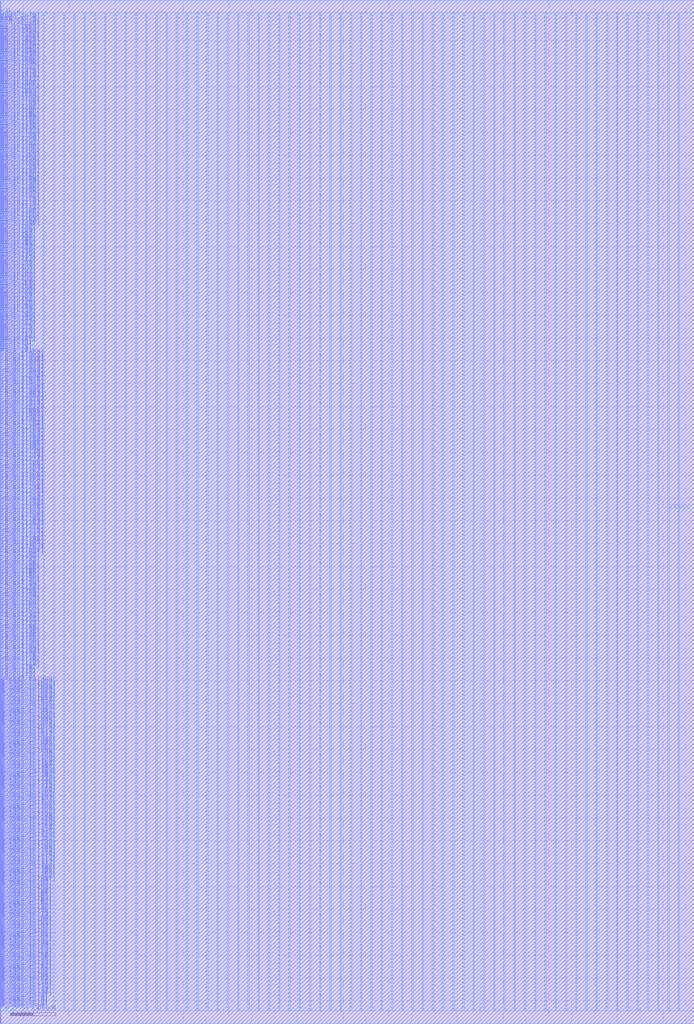
<source format=lef>
VERSION 5.7 ;
BUSBITCHARS "[]" ;
MACRO fakeram45_128x256
  FOREIGN fakeram45_128x256 0 0 ;
  SYMMETRY X Y R90 ;
  SIZE 0.19 BY 1.4 ;
  CLASS BLOCK ;
  PIN w_mask_in[0]
    DIRECTION INPUT ;
    USE SIGNAL ;
    SHAPE ABUTMENT ;
    PORT
      LAYER metal3 ;
      RECT 0.000 2.800 0.070 2.870 ;
    END
  END w_mask_in[0]
  PIN w_mask_in[1]
    DIRECTION INPUT ;
    USE SIGNAL ;
    SHAPE ABUTMENT ;
    PORT
      LAYER metal3 ;
      RECT 0.000 3.080 0.070 3.150 ;
    END
  END w_mask_in[1]
  PIN w_mask_in[2]
    DIRECTION INPUT ;
    USE SIGNAL ;
    SHAPE ABUTMENT ;
    PORT
      LAYER metal3 ;
      RECT 0.000 3.360 0.070 3.430 ;
    END
  END w_mask_in[2]
  PIN w_mask_in[3]
    DIRECTION INPUT ;
    USE SIGNAL ;
    SHAPE ABUTMENT ;
    PORT
      LAYER metal3 ;
      RECT 0.000 3.640 0.070 3.710 ;
    END
  END w_mask_in[3]
  PIN w_mask_in[4]
    DIRECTION INPUT ;
    USE SIGNAL ;
    SHAPE ABUTMENT ;
    PORT
      LAYER metal3 ;
      RECT 0.000 3.920 0.070 3.990 ;
    END
  END w_mask_in[4]
  PIN w_mask_in[5]
    DIRECTION INPUT ;
    USE SIGNAL ;
    SHAPE ABUTMENT ;
    PORT
      LAYER metal3 ;
      RECT 0.000 4.200 0.070 4.270 ;
    END
  END w_mask_in[5]
  PIN w_mask_in[6]
    DIRECTION INPUT ;
    USE SIGNAL ;
    SHAPE ABUTMENT ;
    PORT
      LAYER metal3 ;
      RECT 0.000 4.480 0.070 4.550 ;
    END
  END w_mask_in[6]
  PIN w_mask_in[7]
    DIRECTION INPUT ;
    USE SIGNAL ;
    SHAPE ABUTMENT ;
    PORT
      LAYER metal3 ;
      RECT 0.000 4.760 0.070 4.830 ;
    END
  END w_mask_in[7]
  PIN w_mask_in[8]
    DIRECTION INPUT ;
    USE SIGNAL ;
    SHAPE ABUTMENT ;
    PORT
      LAYER metal3 ;
      RECT 0.000 5.040 0.070 5.110 ;
    END
  END w_mask_in[8]
  PIN w_mask_in[9]
    DIRECTION INPUT ;
    USE SIGNAL ;
    SHAPE ABUTMENT ;
    PORT
      LAYER metal3 ;
      RECT 0.000 5.320 0.070 5.390 ;
    END
  END w_mask_in[9]
  PIN w_mask_in[10]
    DIRECTION INPUT ;
    USE SIGNAL ;
    SHAPE ABUTMENT ;
    PORT
      LAYER metal3 ;
      RECT 0.000 5.600 0.070 5.670 ;
    END
  END w_mask_in[10]
  PIN w_mask_in[11]
    DIRECTION INPUT ;
    USE SIGNAL ;
    SHAPE ABUTMENT ;
    PORT
      LAYER metal3 ;
      RECT 0.000 5.880 0.070 5.950 ;
    END
  END w_mask_in[11]
  PIN w_mask_in[12]
    DIRECTION INPUT ;
    USE SIGNAL ;
    SHAPE ABUTMENT ;
    PORT
      LAYER metal3 ;
      RECT 0.000 6.160 0.070 6.230 ;
    END
  END w_mask_in[12]
  PIN w_mask_in[13]
    DIRECTION INPUT ;
    USE SIGNAL ;
    SHAPE ABUTMENT ;
    PORT
      LAYER metal3 ;
      RECT 0.000 6.440 0.070 6.510 ;
    END
  END w_mask_in[13]
  PIN w_mask_in[14]
    DIRECTION INPUT ;
    USE SIGNAL ;
    SHAPE ABUTMENT ;
    PORT
      LAYER metal3 ;
      RECT 0.000 6.720 0.070 6.790 ;
    END
  END w_mask_in[14]
  PIN w_mask_in[15]
    DIRECTION INPUT ;
    USE SIGNAL ;
    SHAPE ABUTMENT ;
    PORT
      LAYER metal3 ;
      RECT 0.000 7.000 0.070 7.070 ;
    END
  END w_mask_in[15]
  PIN w_mask_in[16]
    DIRECTION INPUT ;
    USE SIGNAL ;
    SHAPE ABUTMENT ;
    PORT
      LAYER metal3 ;
      RECT 0.000 7.280 0.070 7.350 ;
    END
  END w_mask_in[16]
  PIN w_mask_in[17]
    DIRECTION INPUT ;
    USE SIGNAL ;
    SHAPE ABUTMENT ;
    PORT
      LAYER metal3 ;
      RECT 0.000 7.560 0.070 7.630 ;
    END
  END w_mask_in[17]
  PIN w_mask_in[18]
    DIRECTION INPUT ;
    USE SIGNAL ;
    SHAPE ABUTMENT ;
    PORT
      LAYER metal3 ;
      RECT 0.000 7.840 0.070 7.910 ;
    END
  END w_mask_in[18]
  PIN w_mask_in[19]
    DIRECTION INPUT ;
    USE SIGNAL ;
    SHAPE ABUTMENT ;
    PORT
      LAYER metal3 ;
      RECT 0.000 8.120 0.070 8.190 ;
    END
  END w_mask_in[19]
  PIN w_mask_in[20]
    DIRECTION INPUT ;
    USE SIGNAL ;
    SHAPE ABUTMENT ;
    PORT
      LAYER metal3 ;
      RECT 0.000 8.400 0.070 8.470 ;
    END
  END w_mask_in[20]
  PIN w_mask_in[21]
    DIRECTION INPUT ;
    USE SIGNAL ;
    SHAPE ABUTMENT ;
    PORT
      LAYER metal3 ;
      RECT 0.000 8.680 0.070 8.750 ;
    END
  END w_mask_in[21]
  PIN w_mask_in[22]
    DIRECTION INPUT ;
    USE SIGNAL ;
    SHAPE ABUTMENT ;
    PORT
      LAYER metal3 ;
      RECT 0.000 8.960 0.070 9.030 ;
    END
  END w_mask_in[22]
  PIN w_mask_in[23]
    DIRECTION INPUT ;
    USE SIGNAL ;
    SHAPE ABUTMENT ;
    PORT
      LAYER metal3 ;
      RECT 0.000 9.240 0.070 9.310 ;
    END
  END w_mask_in[23]
  PIN w_mask_in[24]
    DIRECTION INPUT ;
    USE SIGNAL ;
    SHAPE ABUTMENT ;
    PORT
      LAYER metal3 ;
      RECT 0.000 9.520 0.070 9.590 ;
    END
  END w_mask_in[24]
  PIN w_mask_in[25]
    DIRECTION INPUT ;
    USE SIGNAL ;
    SHAPE ABUTMENT ;
    PORT
      LAYER metal3 ;
      RECT 0.000 9.800 0.070 9.870 ;
    END
  END w_mask_in[25]
  PIN w_mask_in[26]
    DIRECTION INPUT ;
    USE SIGNAL ;
    SHAPE ABUTMENT ;
    PORT
      LAYER metal3 ;
      RECT 0.000 10.080 0.070 10.150 ;
    END
  END w_mask_in[26]
  PIN w_mask_in[27]
    DIRECTION INPUT ;
    USE SIGNAL ;
    SHAPE ABUTMENT ;
    PORT
      LAYER metal3 ;
      RECT 0.000 10.360 0.070 10.430 ;
    END
  END w_mask_in[27]
  PIN w_mask_in[28]
    DIRECTION INPUT ;
    USE SIGNAL ;
    SHAPE ABUTMENT ;
    PORT
      LAYER metal3 ;
      RECT 0.000 10.640 0.070 10.710 ;
    END
  END w_mask_in[28]
  PIN w_mask_in[29]
    DIRECTION INPUT ;
    USE SIGNAL ;
    SHAPE ABUTMENT ;
    PORT
      LAYER metal3 ;
      RECT 0.000 10.920 0.070 10.990 ;
    END
  END w_mask_in[29]
  PIN w_mask_in[30]
    DIRECTION INPUT ;
    USE SIGNAL ;
    SHAPE ABUTMENT ;
    PORT
      LAYER metal3 ;
      RECT 0.000 11.200 0.070 11.270 ;
    END
  END w_mask_in[30]
  PIN w_mask_in[31]
    DIRECTION INPUT ;
    USE SIGNAL ;
    SHAPE ABUTMENT ;
    PORT
      LAYER metal3 ;
      RECT 0.000 11.480 0.070 11.550 ;
    END
  END w_mask_in[31]
  PIN w_mask_in[32]
    DIRECTION INPUT ;
    USE SIGNAL ;
    SHAPE ABUTMENT ;
    PORT
      LAYER metal3 ;
      RECT 0.000 11.760 0.070 11.830 ;
    END
  END w_mask_in[32]
  PIN w_mask_in[33]
    DIRECTION INPUT ;
    USE SIGNAL ;
    SHAPE ABUTMENT ;
    PORT
      LAYER metal3 ;
      RECT 0.000 12.040 0.070 12.110 ;
    END
  END w_mask_in[33]
  PIN w_mask_in[34]
    DIRECTION INPUT ;
    USE SIGNAL ;
    SHAPE ABUTMENT ;
    PORT
      LAYER metal3 ;
      RECT 0.000 12.320 0.070 12.390 ;
    END
  END w_mask_in[34]
  PIN w_mask_in[35]
    DIRECTION INPUT ;
    USE SIGNAL ;
    SHAPE ABUTMENT ;
    PORT
      LAYER metal3 ;
      RECT 0.000 12.600 0.070 12.670 ;
    END
  END w_mask_in[35]
  PIN w_mask_in[36]
    DIRECTION INPUT ;
    USE SIGNAL ;
    SHAPE ABUTMENT ;
    PORT
      LAYER metal3 ;
      RECT 0.000 12.880 0.070 12.950 ;
    END
  END w_mask_in[36]
  PIN w_mask_in[37]
    DIRECTION INPUT ;
    USE SIGNAL ;
    SHAPE ABUTMENT ;
    PORT
      LAYER metal3 ;
      RECT 0.000 13.160 0.070 13.230 ;
    END
  END w_mask_in[37]
  PIN w_mask_in[38]
    DIRECTION INPUT ;
    USE SIGNAL ;
    SHAPE ABUTMENT ;
    PORT
      LAYER metal3 ;
      RECT 0.000 13.440 0.070 13.510 ;
    END
  END w_mask_in[38]
  PIN w_mask_in[39]
    DIRECTION INPUT ;
    USE SIGNAL ;
    SHAPE ABUTMENT ;
    PORT
      LAYER metal3 ;
      RECT 0.000 13.720 0.070 13.790 ;
    END
  END w_mask_in[39]
  PIN w_mask_in[40]
    DIRECTION INPUT ;
    USE SIGNAL ;
    SHAPE ABUTMENT ;
    PORT
      LAYER metal3 ;
      RECT 0.000 14.000 0.070 14.070 ;
    END
  END w_mask_in[40]
  PIN w_mask_in[41]
    DIRECTION INPUT ;
    USE SIGNAL ;
    SHAPE ABUTMENT ;
    PORT
      LAYER metal3 ;
      RECT 0.000 14.280 0.070 14.350 ;
    END
  END w_mask_in[41]
  PIN w_mask_in[42]
    DIRECTION INPUT ;
    USE SIGNAL ;
    SHAPE ABUTMENT ;
    PORT
      LAYER metal3 ;
      RECT 0.000 14.560 0.070 14.630 ;
    END
  END w_mask_in[42]
  PIN w_mask_in[43]
    DIRECTION INPUT ;
    USE SIGNAL ;
    SHAPE ABUTMENT ;
    PORT
      LAYER metal3 ;
      RECT 0.000 14.840 0.070 14.910 ;
    END
  END w_mask_in[43]
  PIN w_mask_in[44]
    DIRECTION INPUT ;
    USE SIGNAL ;
    SHAPE ABUTMENT ;
    PORT
      LAYER metal3 ;
      RECT 0.000 15.120 0.070 15.190 ;
    END
  END w_mask_in[44]
  PIN w_mask_in[45]
    DIRECTION INPUT ;
    USE SIGNAL ;
    SHAPE ABUTMENT ;
    PORT
      LAYER metal3 ;
      RECT 0.000 15.400 0.070 15.470 ;
    END
  END w_mask_in[45]
  PIN w_mask_in[46]
    DIRECTION INPUT ;
    USE SIGNAL ;
    SHAPE ABUTMENT ;
    PORT
      LAYER metal3 ;
      RECT 0.000 15.680 0.070 15.750 ;
    END
  END w_mask_in[46]
  PIN w_mask_in[47]
    DIRECTION INPUT ;
    USE SIGNAL ;
    SHAPE ABUTMENT ;
    PORT
      LAYER metal3 ;
      RECT 0.000 15.960 0.070 16.030 ;
    END
  END w_mask_in[47]
  PIN w_mask_in[48]
    DIRECTION INPUT ;
    USE SIGNAL ;
    SHAPE ABUTMENT ;
    PORT
      LAYER metal3 ;
      RECT 0.000 16.240 0.070 16.310 ;
    END
  END w_mask_in[48]
  PIN w_mask_in[49]
    DIRECTION INPUT ;
    USE SIGNAL ;
    SHAPE ABUTMENT ;
    PORT
      LAYER metal3 ;
      RECT 0.000 16.520 0.070 16.590 ;
    END
  END w_mask_in[49]
  PIN w_mask_in[50]
    DIRECTION INPUT ;
    USE SIGNAL ;
    SHAPE ABUTMENT ;
    PORT
      LAYER metal3 ;
      RECT 0.000 16.800 0.070 16.870 ;
    END
  END w_mask_in[50]
  PIN w_mask_in[51]
    DIRECTION INPUT ;
    USE SIGNAL ;
    SHAPE ABUTMENT ;
    PORT
      LAYER metal3 ;
      RECT 0.000 17.080 0.070 17.150 ;
    END
  END w_mask_in[51]
  PIN w_mask_in[52]
    DIRECTION INPUT ;
    USE SIGNAL ;
    SHAPE ABUTMENT ;
    PORT
      LAYER metal3 ;
      RECT 0.000 17.360 0.070 17.430 ;
    END
  END w_mask_in[52]
  PIN w_mask_in[53]
    DIRECTION INPUT ;
    USE SIGNAL ;
    SHAPE ABUTMENT ;
    PORT
      LAYER metal3 ;
      RECT 0.000 17.640 0.070 17.710 ;
    END
  END w_mask_in[53]
  PIN w_mask_in[54]
    DIRECTION INPUT ;
    USE SIGNAL ;
    SHAPE ABUTMENT ;
    PORT
      LAYER metal3 ;
      RECT 0.000 17.920 0.070 17.990 ;
    END
  END w_mask_in[54]
  PIN w_mask_in[55]
    DIRECTION INPUT ;
    USE SIGNAL ;
    SHAPE ABUTMENT ;
    PORT
      LAYER metal3 ;
      RECT 0.000 18.200 0.070 18.270 ;
    END
  END w_mask_in[55]
  PIN w_mask_in[56]
    DIRECTION INPUT ;
    USE SIGNAL ;
    SHAPE ABUTMENT ;
    PORT
      LAYER metal3 ;
      RECT 0.000 18.480 0.070 18.550 ;
    END
  END w_mask_in[56]
  PIN w_mask_in[57]
    DIRECTION INPUT ;
    USE SIGNAL ;
    SHAPE ABUTMENT ;
    PORT
      LAYER metal3 ;
      RECT 0.000 18.760 0.070 18.830 ;
    END
  END w_mask_in[57]
  PIN w_mask_in[58]
    DIRECTION INPUT ;
    USE SIGNAL ;
    SHAPE ABUTMENT ;
    PORT
      LAYER metal3 ;
      RECT 0.000 19.040 0.070 19.110 ;
    END
  END w_mask_in[58]
  PIN w_mask_in[59]
    DIRECTION INPUT ;
    USE SIGNAL ;
    SHAPE ABUTMENT ;
    PORT
      LAYER metal3 ;
      RECT 0.000 19.320 0.070 19.390 ;
    END
  END w_mask_in[59]
  PIN w_mask_in[60]
    DIRECTION INPUT ;
    USE SIGNAL ;
    SHAPE ABUTMENT ;
    PORT
      LAYER metal3 ;
      RECT 0.000 19.600 0.070 19.670 ;
    END
  END w_mask_in[60]
  PIN w_mask_in[61]
    DIRECTION INPUT ;
    USE SIGNAL ;
    SHAPE ABUTMENT ;
    PORT
      LAYER metal3 ;
      RECT 0.000 19.880 0.070 19.950 ;
    END
  END w_mask_in[61]
  PIN w_mask_in[62]
    DIRECTION INPUT ;
    USE SIGNAL ;
    SHAPE ABUTMENT ;
    PORT
      LAYER metal3 ;
      RECT 0.000 20.160 0.070 20.230 ;
    END
  END w_mask_in[62]
  PIN w_mask_in[63]
    DIRECTION INPUT ;
    USE SIGNAL ;
    SHAPE ABUTMENT ;
    PORT
      LAYER metal3 ;
      RECT 0.000 20.440 0.070 20.510 ;
    END
  END w_mask_in[63]
  PIN w_mask_in[64]
    DIRECTION INPUT ;
    USE SIGNAL ;
    SHAPE ABUTMENT ;
    PORT
      LAYER metal3 ;
      RECT 0.000 20.720 0.070 20.790 ;
    END
  END w_mask_in[64]
  PIN w_mask_in[65]
    DIRECTION INPUT ;
    USE SIGNAL ;
    SHAPE ABUTMENT ;
    PORT
      LAYER metal3 ;
      RECT 0.000 21.000 0.070 21.070 ;
    END
  END w_mask_in[65]
  PIN w_mask_in[66]
    DIRECTION INPUT ;
    USE SIGNAL ;
    SHAPE ABUTMENT ;
    PORT
      LAYER metal3 ;
      RECT 0.000 21.280 0.070 21.350 ;
    END
  END w_mask_in[66]
  PIN w_mask_in[67]
    DIRECTION INPUT ;
    USE SIGNAL ;
    SHAPE ABUTMENT ;
    PORT
      LAYER metal3 ;
      RECT 0.000 21.560 0.070 21.630 ;
    END
  END w_mask_in[67]
  PIN w_mask_in[68]
    DIRECTION INPUT ;
    USE SIGNAL ;
    SHAPE ABUTMENT ;
    PORT
      LAYER metal3 ;
      RECT 0.000 21.840 0.070 21.910 ;
    END
  END w_mask_in[68]
  PIN w_mask_in[69]
    DIRECTION INPUT ;
    USE SIGNAL ;
    SHAPE ABUTMENT ;
    PORT
      LAYER metal3 ;
      RECT 0.000 22.120 0.070 22.190 ;
    END
  END w_mask_in[69]
  PIN w_mask_in[70]
    DIRECTION INPUT ;
    USE SIGNAL ;
    SHAPE ABUTMENT ;
    PORT
      LAYER metal3 ;
      RECT 0.000 22.400 0.070 22.470 ;
    END
  END w_mask_in[70]
  PIN w_mask_in[71]
    DIRECTION INPUT ;
    USE SIGNAL ;
    SHAPE ABUTMENT ;
    PORT
      LAYER metal3 ;
      RECT 0.000 22.680 0.070 22.750 ;
    END
  END w_mask_in[71]
  PIN w_mask_in[72]
    DIRECTION INPUT ;
    USE SIGNAL ;
    SHAPE ABUTMENT ;
    PORT
      LAYER metal3 ;
      RECT 0.000 22.960 0.070 23.030 ;
    END
  END w_mask_in[72]
  PIN w_mask_in[73]
    DIRECTION INPUT ;
    USE SIGNAL ;
    SHAPE ABUTMENT ;
    PORT
      LAYER metal3 ;
      RECT 0.000 23.240 0.070 23.310 ;
    END
  END w_mask_in[73]
  PIN w_mask_in[74]
    DIRECTION INPUT ;
    USE SIGNAL ;
    SHAPE ABUTMENT ;
    PORT
      LAYER metal3 ;
      RECT 0.000 23.520 0.070 23.590 ;
    END
  END w_mask_in[74]
  PIN w_mask_in[75]
    DIRECTION INPUT ;
    USE SIGNAL ;
    SHAPE ABUTMENT ;
    PORT
      LAYER metal3 ;
      RECT 0.000 23.800 0.070 23.870 ;
    END
  END w_mask_in[75]
  PIN w_mask_in[76]
    DIRECTION INPUT ;
    USE SIGNAL ;
    SHAPE ABUTMENT ;
    PORT
      LAYER metal3 ;
      RECT 0.000 24.080 0.070 24.150 ;
    END
  END w_mask_in[76]
  PIN w_mask_in[77]
    DIRECTION INPUT ;
    USE SIGNAL ;
    SHAPE ABUTMENT ;
    PORT
      LAYER metal3 ;
      RECT 0.000 24.360 0.070 24.430 ;
    END
  END w_mask_in[77]
  PIN w_mask_in[78]
    DIRECTION INPUT ;
    USE SIGNAL ;
    SHAPE ABUTMENT ;
    PORT
      LAYER metal3 ;
      RECT 0.000 24.640 0.070 24.710 ;
    END
  END w_mask_in[78]
  PIN w_mask_in[79]
    DIRECTION INPUT ;
    USE SIGNAL ;
    SHAPE ABUTMENT ;
    PORT
      LAYER metal3 ;
      RECT 0.000 24.920 0.070 24.990 ;
    END
  END w_mask_in[79]
  PIN w_mask_in[80]
    DIRECTION INPUT ;
    USE SIGNAL ;
    SHAPE ABUTMENT ;
    PORT
      LAYER metal3 ;
      RECT 0.000 25.200 0.070 25.270 ;
    END
  END w_mask_in[80]
  PIN w_mask_in[81]
    DIRECTION INPUT ;
    USE SIGNAL ;
    SHAPE ABUTMENT ;
    PORT
      LAYER metal3 ;
      RECT 0.000 25.480 0.070 25.550 ;
    END
  END w_mask_in[81]
  PIN w_mask_in[82]
    DIRECTION INPUT ;
    USE SIGNAL ;
    SHAPE ABUTMENT ;
    PORT
      LAYER metal3 ;
      RECT 0.000 25.760 0.070 25.830 ;
    END
  END w_mask_in[82]
  PIN w_mask_in[83]
    DIRECTION INPUT ;
    USE SIGNAL ;
    SHAPE ABUTMENT ;
    PORT
      LAYER metal3 ;
      RECT 0.000 26.040 0.070 26.110 ;
    END
  END w_mask_in[83]
  PIN w_mask_in[84]
    DIRECTION INPUT ;
    USE SIGNAL ;
    SHAPE ABUTMENT ;
    PORT
      LAYER metal3 ;
      RECT 0.000 26.320 0.070 26.390 ;
    END
  END w_mask_in[84]
  PIN w_mask_in[85]
    DIRECTION INPUT ;
    USE SIGNAL ;
    SHAPE ABUTMENT ;
    PORT
      LAYER metal3 ;
      RECT 0.000 26.600 0.070 26.670 ;
    END
  END w_mask_in[85]
  PIN w_mask_in[86]
    DIRECTION INPUT ;
    USE SIGNAL ;
    SHAPE ABUTMENT ;
    PORT
      LAYER metal3 ;
      RECT 0.000 26.880 0.070 26.950 ;
    END
  END w_mask_in[86]
  PIN w_mask_in[87]
    DIRECTION INPUT ;
    USE SIGNAL ;
    SHAPE ABUTMENT ;
    PORT
      LAYER metal3 ;
      RECT 0.000 27.160 0.070 27.230 ;
    END
  END w_mask_in[87]
  PIN w_mask_in[88]
    DIRECTION INPUT ;
    USE SIGNAL ;
    SHAPE ABUTMENT ;
    PORT
      LAYER metal3 ;
      RECT 0.000 27.440 0.070 27.510 ;
    END
  END w_mask_in[88]
  PIN w_mask_in[89]
    DIRECTION INPUT ;
    USE SIGNAL ;
    SHAPE ABUTMENT ;
    PORT
      LAYER metal3 ;
      RECT 0.000 27.720 0.070 27.790 ;
    END
  END w_mask_in[89]
  PIN w_mask_in[90]
    DIRECTION INPUT ;
    USE SIGNAL ;
    SHAPE ABUTMENT ;
    PORT
      LAYER metal3 ;
      RECT 0.000 28.000 0.070 28.070 ;
    END
  END w_mask_in[90]
  PIN w_mask_in[91]
    DIRECTION INPUT ;
    USE SIGNAL ;
    SHAPE ABUTMENT ;
    PORT
      LAYER metal3 ;
      RECT 0.000 28.280 0.070 28.350 ;
    END
  END w_mask_in[91]
  PIN w_mask_in[92]
    DIRECTION INPUT ;
    USE SIGNAL ;
    SHAPE ABUTMENT ;
    PORT
      LAYER metal3 ;
      RECT 0.000 28.560 0.070 28.630 ;
    END
  END w_mask_in[92]
  PIN w_mask_in[93]
    DIRECTION INPUT ;
    USE SIGNAL ;
    SHAPE ABUTMENT ;
    PORT
      LAYER metal3 ;
      RECT 0.000 28.840 0.070 28.910 ;
    END
  END w_mask_in[93]
  PIN w_mask_in[94]
    DIRECTION INPUT ;
    USE SIGNAL ;
    SHAPE ABUTMENT ;
    PORT
      LAYER metal3 ;
      RECT 0.000 29.120 0.070 29.190 ;
    END
  END w_mask_in[94]
  PIN w_mask_in[95]
    DIRECTION INPUT ;
    USE SIGNAL ;
    SHAPE ABUTMENT ;
    PORT
      LAYER metal3 ;
      RECT 0.000 29.400 0.070 29.470 ;
    END
  END w_mask_in[95]
  PIN w_mask_in[96]
    DIRECTION INPUT ;
    USE SIGNAL ;
    SHAPE ABUTMENT ;
    PORT
      LAYER metal3 ;
      RECT 0.000 29.680 0.070 29.750 ;
    END
  END w_mask_in[96]
  PIN w_mask_in[97]
    DIRECTION INPUT ;
    USE SIGNAL ;
    SHAPE ABUTMENT ;
    PORT
      LAYER metal3 ;
      RECT 0.000 29.960 0.070 30.030 ;
    END
  END w_mask_in[97]
  PIN w_mask_in[98]
    DIRECTION INPUT ;
    USE SIGNAL ;
    SHAPE ABUTMENT ;
    PORT
      LAYER metal3 ;
      RECT 0.000 30.240 0.070 30.310 ;
    END
  END w_mask_in[98]
  PIN w_mask_in[99]
    DIRECTION INPUT ;
    USE SIGNAL ;
    SHAPE ABUTMENT ;
    PORT
      LAYER metal3 ;
      RECT 0.000 30.520 0.070 30.590 ;
    END
  END w_mask_in[99]
  PIN w_mask_in[100]
    DIRECTION INPUT ;
    USE SIGNAL ;
    SHAPE ABUTMENT ;
    PORT
      LAYER metal3 ;
      RECT 0.000 30.800 0.070 30.870 ;
    END
  END w_mask_in[100]
  PIN w_mask_in[101]
    DIRECTION INPUT ;
    USE SIGNAL ;
    SHAPE ABUTMENT ;
    PORT
      LAYER metal3 ;
      RECT 0.000 31.080 0.070 31.150 ;
    END
  END w_mask_in[101]
  PIN w_mask_in[102]
    DIRECTION INPUT ;
    USE SIGNAL ;
    SHAPE ABUTMENT ;
    PORT
      LAYER metal3 ;
      RECT 0.000 31.360 0.070 31.430 ;
    END
  END w_mask_in[102]
  PIN w_mask_in[103]
    DIRECTION INPUT ;
    USE SIGNAL ;
    SHAPE ABUTMENT ;
    PORT
      LAYER metal3 ;
      RECT 0.000 31.640 0.070 31.710 ;
    END
  END w_mask_in[103]
  PIN w_mask_in[104]
    DIRECTION INPUT ;
    USE SIGNAL ;
    SHAPE ABUTMENT ;
    PORT
      LAYER metal3 ;
      RECT 0.000 31.920 0.070 31.990 ;
    END
  END w_mask_in[104]
  PIN w_mask_in[105]
    DIRECTION INPUT ;
    USE SIGNAL ;
    SHAPE ABUTMENT ;
    PORT
      LAYER metal3 ;
      RECT 0.000 32.200 0.070 32.270 ;
    END
  END w_mask_in[105]
  PIN w_mask_in[106]
    DIRECTION INPUT ;
    USE SIGNAL ;
    SHAPE ABUTMENT ;
    PORT
      LAYER metal3 ;
      RECT 0.000 32.480 0.070 32.550 ;
    END
  END w_mask_in[106]
  PIN w_mask_in[107]
    DIRECTION INPUT ;
    USE SIGNAL ;
    SHAPE ABUTMENT ;
    PORT
      LAYER metal3 ;
      RECT 0.000 32.760 0.070 32.830 ;
    END
  END w_mask_in[107]
  PIN w_mask_in[108]
    DIRECTION INPUT ;
    USE SIGNAL ;
    SHAPE ABUTMENT ;
    PORT
      LAYER metal3 ;
      RECT 0.000 33.040 0.070 33.110 ;
    END
  END w_mask_in[108]
  PIN w_mask_in[109]
    DIRECTION INPUT ;
    USE SIGNAL ;
    SHAPE ABUTMENT ;
    PORT
      LAYER metal3 ;
      RECT 0.000 33.320 0.070 33.390 ;
    END
  END w_mask_in[109]
  PIN w_mask_in[110]
    DIRECTION INPUT ;
    USE SIGNAL ;
    SHAPE ABUTMENT ;
    PORT
      LAYER metal3 ;
      RECT 0.000 33.600 0.070 33.670 ;
    END
  END w_mask_in[110]
  PIN w_mask_in[111]
    DIRECTION INPUT ;
    USE SIGNAL ;
    SHAPE ABUTMENT ;
    PORT
      LAYER metal3 ;
      RECT 0.000 33.880 0.070 33.950 ;
    END
  END w_mask_in[111]
  PIN w_mask_in[112]
    DIRECTION INPUT ;
    USE SIGNAL ;
    SHAPE ABUTMENT ;
    PORT
      LAYER metal3 ;
      RECT 0.000 34.160 0.070 34.230 ;
    END
  END w_mask_in[112]
  PIN w_mask_in[113]
    DIRECTION INPUT ;
    USE SIGNAL ;
    SHAPE ABUTMENT ;
    PORT
      LAYER metal3 ;
      RECT 0.000 34.440 0.070 34.510 ;
    END
  END w_mask_in[113]
  PIN w_mask_in[114]
    DIRECTION INPUT ;
    USE SIGNAL ;
    SHAPE ABUTMENT ;
    PORT
      LAYER metal3 ;
      RECT 0.000 34.720 0.070 34.790 ;
    END
  END w_mask_in[114]
  PIN w_mask_in[115]
    DIRECTION INPUT ;
    USE SIGNAL ;
    SHAPE ABUTMENT ;
    PORT
      LAYER metal3 ;
      RECT 0.000 35.000 0.070 35.070 ;
    END
  END w_mask_in[115]
  PIN w_mask_in[116]
    DIRECTION INPUT ;
    USE SIGNAL ;
    SHAPE ABUTMENT ;
    PORT
      LAYER metal3 ;
      RECT 0.000 35.280 0.070 35.350 ;
    END
  END w_mask_in[116]
  PIN w_mask_in[117]
    DIRECTION INPUT ;
    USE SIGNAL ;
    SHAPE ABUTMENT ;
    PORT
      LAYER metal3 ;
      RECT 0.000 35.560 0.070 35.630 ;
    END
  END w_mask_in[117]
  PIN w_mask_in[118]
    DIRECTION INPUT ;
    USE SIGNAL ;
    SHAPE ABUTMENT ;
    PORT
      LAYER metal3 ;
      RECT 0.000 35.840 0.070 35.910 ;
    END
  END w_mask_in[118]
  PIN w_mask_in[119]
    DIRECTION INPUT ;
    USE SIGNAL ;
    SHAPE ABUTMENT ;
    PORT
      LAYER metal3 ;
      RECT 0.000 36.120 0.070 36.190 ;
    END
  END w_mask_in[119]
  PIN w_mask_in[120]
    DIRECTION INPUT ;
    USE SIGNAL ;
    SHAPE ABUTMENT ;
    PORT
      LAYER metal3 ;
      RECT 0.000 36.400 0.070 36.470 ;
    END
  END w_mask_in[120]
  PIN w_mask_in[121]
    DIRECTION INPUT ;
    USE SIGNAL ;
    SHAPE ABUTMENT ;
    PORT
      LAYER metal3 ;
      RECT 0.000 36.680 0.070 36.750 ;
    END
  END w_mask_in[121]
  PIN w_mask_in[122]
    DIRECTION INPUT ;
    USE SIGNAL ;
    SHAPE ABUTMENT ;
    PORT
      LAYER metal3 ;
      RECT 0.000 36.960 0.070 37.030 ;
    END
  END w_mask_in[122]
  PIN w_mask_in[123]
    DIRECTION INPUT ;
    USE SIGNAL ;
    SHAPE ABUTMENT ;
    PORT
      LAYER metal3 ;
      RECT 0.000 37.240 0.070 37.310 ;
    END
  END w_mask_in[123]
  PIN w_mask_in[124]
    DIRECTION INPUT ;
    USE SIGNAL ;
    SHAPE ABUTMENT ;
    PORT
      LAYER metal3 ;
      RECT 0.000 37.520 0.070 37.590 ;
    END
  END w_mask_in[124]
  PIN w_mask_in[125]
    DIRECTION INPUT ;
    USE SIGNAL ;
    SHAPE ABUTMENT ;
    PORT
      LAYER metal3 ;
      RECT 0.000 37.800 0.070 37.870 ;
    END
  END w_mask_in[125]
  PIN w_mask_in[126]
    DIRECTION INPUT ;
    USE SIGNAL ;
    SHAPE ABUTMENT ;
    PORT
      LAYER metal3 ;
      RECT 0.000 38.080 0.070 38.150 ;
    END
  END w_mask_in[126]
  PIN w_mask_in[127]
    DIRECTION INPUT ;
    USE SIGNAL ;
    SHAPE ABUTMENT ;
    PORT
      LAYER metal3 ;
      RECT 0.000 38.360 0.070 38.430 ;
    END
  END w_mask_in[127]
  PIN w_mask_in[128]
    DIRECTION INPUT ;
    USE SIGNAL ;
    SHAPE ABUTMENT ;
    PORT
      LAYER metal3 ;
      RECT 0.000 38.640 0.070 38.710 ;
    END
  END w_mask_in[128]
  PIN w_mask_in[129]
    DIRECTION INPUT ;
    USE SIGNAL ;
    SHAPE ABUTMENT ;
    PORT
      LAYER metal3 ;
      RECT 0.000 38.920 0.070 38.990 ;
    END
  END w_mask_in[129]
  PIN w_mask_in[130]
    DIRECTION INPUT ;
    USE SIGNAL ;
    SHAPE ABUTMENT ;
    PORT
      LAYER metal3 ;
      RECT 0.000 39.200 0.070 39.270 ;
    END
  END w_mask_in[130]
  PIN w_mask_in[131]
    DIRECTION INPUT ;
    USE SIGNAL ;
    SHAPE ABUTMENT ;
    PORT
      LAYER metal3 ;
      RECT 0.000 39.480 0.070 39.550 ;
    END
  END w_mask_in[131]
  PIN w_mask_in[132]
    DIRECTION INPUT ;
    USE SIGNAL ;
    SHAPE ABUTMENT ;
    PORT
      LAYER metal3 ;
      RECT 0.000 39.760 0.070 39.830 ;
    END
  END w_mask_in[132]
  PIN w_mask_in[133]
    DIRECTION INPUT ;
    USE SIGNAL ;
    SHAPE ABUTMENT ;
    PORT
      LAYER metal3 ;
      RECT 0.000 40.040 0.070 40.110 ;
    END
  END w_mask_in[133]
  PIN w_mask_in[134]
    DIRECTION INPUT ;
    USE SIGNAL ;
    SHAPE ABUTMENT ;
    PORT
      LAYER metal3 ;
      RECT 0.000 40.320 0.070 40.390 ;
    END
  END w_mask_in[134]
  PIN w_mask_in[135]
    DIRECTION INPUT ;
    USE SIGNAL ;
    SHAPE ABUTMENT ;
    PORT
      LAYER metal3 ;
      RECT 0.000 40.600 0.070 40.670 ;
    END
  END w_mask_in[135]
  PIN w_mask_in[136]
    DIRECTION INPUT ;
    USE SIGNAL ;
    SHAPE ABUTMENT ;
    PORT
      LAYER metal3 ;
      RECT 0.000 40.880 0.070 40.950 ;
    END
  END w_mask_in[136]
  PIN w_mask_in[137]
    DIRECTION INPUT ;
    USE SIGNAL ;
    SHAPE ABUTMENT ;
    PORT
      LAYER metal3 ;
      RECT 0.000 41.160 0.070 41.230 ;
    END
  END w_mask_in[137]
  PIN w_mask_in[138]
    DIRECTION INPUT ;
    USE SIGNAL ;
    SHAPE ABUTMENT ;
    PORT
      LAYER metal3 ;
      RECT 0.000 41.440 0.070 41.510 ;
    END
  END w_mask_in[138]
  PIN w_mask_in[139]
    DIRECTION INPUT ;
    USE SIGNAL ;
    SHAPE ABUTMENT ;
    PORT
      LAYER metal3 ;
      RECT 0.000 41.720 0.070 41.790 ;
    END
  END w_mask_in[139]
  PIN w_mask_in[140]
    DIRECTION INPUT ;
    USE SIGNAL ;
    SHAPE ABUTMENT ;
    PORT
      LAYER metal3 ;
      RECT 0.000 42.000 0.070 42.070 ;
    END
  END w_mask_in[140]
  PIN w_mask_in[141]
    DIRECTION INPUT ;
    USE SIGNAL ;
    SHAPE ABUTMENT ;
    PORT
      LAYER metal3 ;
      RECT 0.000 42.280 0.070 42.350 ;
    END
  END w_mask_in[141]
  PIN w_mask_in[142]
    DIRECTION INPUT ;
    USE SIGNAL ;
    SHAPE ABUTMENT ;
    PORT
      LAYER metal3 ;
      RECT 0.000 42.560 0.070 42.630 ;
    END
  END w_mask_in[142]
  PIN w_mask_in[143]
    DIRECTION INPUT ;
    USE SIGNAL ;
    SHAPE ABUTMENT ;
    PORT
      LAYER metal3 ;
      RECT 0.000 42.840 0.070 42.910 ;
    END
  END w_mask_in[143]
  PIN w_mask_in[144]
    DIRECTION INPUT ;
    USE SIGNAL ;
    SHAPE ABUTMENT ;
    PORT
      LAYER metal3 ;
      RECT 0.000 43.120 0.070 43.190 ;
    END
  END w_mask_in[144]
  PIN w_mask_in[145]
    DIRECTION INPUT ;
    USE SIGNAL ;
    SHAPE ABUTMENT ;
    PORT
      LAYER metal3 ;
      RECT 0.000 43.400 0.070 43.470 ;
    END
  END w_mask_in[145]
  PIN w_mask_in[146]
    DIRECTION INPUT ;
    USE SIGNAL ;
    SHAPE ABUTMENT ;
    PORT
      LAYER metal3 ;
      RECT 0.000 43.680 0.070 43.750 ;
    END
  END w_mask_in[146]
  PIN w_mask_in[147]
    DIRECTION INPUT ;
    USE SIGNAL ;
    SHAPE ABUTMENT ;
    PORT
      LAYER metal3 ;
      RECT 0.000 43.960 0.070 44.030 ;
    END
  END w_mask_in[147]
  PIN w_mask_in[148]
    DIRECTION INPUT ;
    USE SIGNAL ;
    SHAPE ABUTMENT ;
    PORT
      LAYER metal3 ;
      RECT 0.000 44.240 0.070 44.310 ;
    END
  END w_mask_in[148]
  PIN w_mask_in[149]
    DIRECTION INPUT ;
    USE SIGNAL ;
    SHAPE ABUTMENT ;
    PORT
      LAYER metal3 ;
      RECT 0.000 44.520 0.070 44.590 ;
    END
  END w_mask_in[149]
  PIN w_mask_in[150]
    DIRECTION INPUT ;
    USE SIGNAL ;
    SHAPE ABUTMENT ;
    PORT
      LAYER metal3 ;
      RECT 0.000 44.800 0.070 44.870 ;
    END
  END w_mask_in[150]
  PIN w_mask_in[151]
    DIRECTION INPUT ;
    USE SIGNAL ;
    SHAPE ABUTMENT ;
    PORT
      LAYER metal3 ;
      RECT 0.000 45.080 0.070 45.150 ;
    END
  END w_mask_in[151]
  PIN w_mask_in[152]
    DIRECTION INPUT ;
    USE SIGNAL ;
    SHAPE ABUTMENT ;
    PORT
      LAYER metal3 ;
      RECT 0.000 45.360 0.070 45.430 ;
    END
  END w_mask_in[152]
  PIN w_mask_in[153]
    DIRECTION INPUT ;
    USE SIGNAL ;
    SHAPE ABUTMENT ;
    PORT
      LAYER metal3 ;
      RECT 0.000 45.640 0.070 45.710 ;
    END
  END w_mask_in[153]
  PIN w_mask_in[154]
    DIRECTION INPUT ;
    USE SIGNAL ;
    SHAPE ABUTMENT ;
    PORT
      LAYER metal3 ;
      RECT 0.000 45.920 0.070 45.990 ;
    END
  END w_mask_in[154]
  PIN w_mask_in[155]
    DIRECTION INPUT ;
    USE SIGNAL ;
    SHAPE ABUTMENT ;
    PORT
      LAYER metal3 ;
      RECT 0.000 46.200 0.070 46.270 ;
    END
  END w_mask_in[155]
  PIN w_mask_in[156]
    DIRECTION INPUT ;
    USE SIGNAL ;
    SHAPE ABUTMENT ;
    PORT
      LAYER metal3 ;
      RECT 0.000 46.480 0.070 46.550 ;
    END
  END w_mask_in[156]
  PIN w_mask_in[157]
    DIRECTION INPUT ;
    USE SIGNAL ;
    SHAPE ABUTMENT ;
    PORT
      LAYER metal3 ;
      RECT 0.000 46.760 0.070 46.830 ;
    END
  END w_mask_in[157]
  PIN w_mask_in[158]
    DIRECTION INPUT ;
    USE SIGNAL ;
    SHAPE ABUTMENT ;
    PORT
      LAYER metal3 ;
      RECT 0.000 47.040 0.070 47.110 ;
    END
  END w_mask_in[158]
  PIN w_mask_in[159]
    DIRECTION INPUT ;
    USE SIGNAL ;
    SHAPE ABUTMENT ;
    PORT
      LAYER metal3 ;
      RECT 0.000 47.320 0.070 47.390 ;
    END
  END w_mask_in[159]
  PIN w_mask_in[160]
    DIRECTION INPUT ;
    USE SIGNAL ;
    SHAPE ABUTMENT ;
    PORT
      LAYER metal3 ;
      RECT 0.000 47.600 0.070 47.670 ;
    END
  END w_mask_in[160]
  PIN w_mask_in[161]
    DIRECTION INPUT ;
    USE SIGNAL ;
    SHAPE ABUTMENT ;
    PORT
      LAYER metal3 ;
      RECT 0.000 47.880 0.070 47.950 ;
    END
  END w_mask_in[161]
  PIN w_mask_in[162]
    DIRECTION INPUT ;
    USE SIGNAL ;
    SHAPE ABUTMENT ;
    PORT
      LAYER metal3 ;
      RECT 0.000 48.160 0.070 48.230 ;
    END
  END w_mask_in[162]
  PIN w_mask_in[163]
    DIRECTION INPUT ;
    USE SIGNAL ;
    SHAPE ABUTMENT ;
    PORT
      LAYER metal3 ;
      RECT 0.000 48.440 0.070 48.510 ;
    END
  END w_mask_in[163]
  PIN w_mask_in[164]
    DIRECTION INPUT ;
    USE SIGNAL ;
    SHAPE ABUTMENT ;
    PORT
      LAYER metal3 ;
      RECT 0.000 48.720 0.070 48.790 ;
    END
  END w_mask_in[164]
  PIN w_mask_in[165]
    DIRECTION INPUT ;
    USE SIGNAL ;
    SHAPE ABUTMENT ;
    PORT
      LAYER metal3 ;
      RECT 0.000 49.000 0.070 49.070 ;
    END
  END w_mask_in[165]
  PIN w_mask_in[166]
    DIRECTION INPUT ;
    USE SIGNAL ;
    SHAPE ABUTMENT ;
    PORT
      LAYER metal3 ;
      RECT 0.000 49.280 0.070 49.350 ;
    END
  END w_mask_in[166]
  PIN w_mask_in[167]
    DIRECTION INPUT ;
    USE SIGNAL ;
    SHAPE ABUTMENT ;
    PORT
      LAYER metal3 ;
      RECT 0.000 49.560 0.070 49.630 ;
    END
  END w_mask_in[167]
  PIN w_mask_in[168]
    DIRECTION INPUT ;
    USE SIGNAL ;
    SHAPE ABUTMENT ;
    PORT
      LAYER metal3 ;
      RECT 0.000 49.840 0.070 49.910 ;
    END
  END w_mask_in[168]
  PIN w_mask_in[169]
    DIRECTION INPUT ;
    USE SIGNAL ;
    SHAPE ABUTMENT ;
    PORT
      LAYER metal3 ;
      RECT 0.000 50.120 0.070 50.190 ;
    END
  END w_mask_in[169]
  PIN w_mask_in[170]
    DIRECTION INPUT ;
    USE SIGNAL ;
    SHAPE ABUTMENT ;
    PORT
      LAYER metal3 ;
      RECT 0.000 50.400 0.070 50.470 ;
    END
  END w_mask_in[170]
  PIN w_mask_in[171]
    DIRECTION INPUT ;
    USE SIGNAL ;
    SHAPE ABUTMENT ;
    PORT
      LAYER metal3 ;
      RECT 0.000 50.680 0.070 50.750 ;
    END
  END w_mask_in[171]
  PIN w_mask_in[172]
    DIRECTION INPUT ;
    USE SIGNAL ;
    SHAPE ABUTMENT ;
    PORT
      LAYER metal3 ;
      RECT 0.000 50.960 0.070 51.030 ;
    END
  END w_mask_in[172]
  PIN w_mask_in[173]
    DIRECTION INPUT ;
    USE SIGNAL ;
    SHAPE ABUTMENT ;
    PORT
      LAYER metal3 ;
      RECT 0.000 51.240 0.070 51.310 ;
    END
  END w_mask_in[173]
  PIN w_mask_in[174]
    DIRECTION INPUT ;
    USE SIGNAL ;
    SHAPE ABUTMENT ;
    PORT
      LAYER metal3 ;
      RECT 0.000 51.520 0.070 51.590 ;
    END
  END w_mask_in[174]
  PIN w_mask_in[175]
    DIRECTION INPUT ;
    USE SIGNAL ;
    SHAPE ABUTMENT ;
    PORT
      LAYER metal3 ;
      RECT 0.000 51.800 0.070 51.870 ;
    END
  END w_mask_in[175]
  PIN w_mask_in[176]
    DIRECTION INPUT ;
    USE SIGNAL ;
    SHAPE ABUTMENT ;
    PORT
      LAYER metal3 ;
      RECT 0.000 52.080 0.070 52.150 ;
    END
  END w_mask_in[176]
  PIN w_mask_in[177]
    DIRECTION INPUT ;
    USE SIGNAL ;
    SHAPE ABUTMENT ;
    PORT
      LAYER metal3 ;
      RECT 0.000 52.360 0.070 52.430 ;
    END
  END w_mask_in[177]
  PIN w_mask_in[178]
    DIRECTION INPUT ;
    USE SIGNAL ;
    SHAPE ABUTMENT ;
    PORT
      LAYER metal3 ;
      RECT 0.000 52.640 0.070 52.710 ;
    END
  END w_mask_in[178]
  PIN w_mask_in[179]
    DIRECTION INPUT ;
    USE SIGNAL ;
    SHAPE ABUTMENT ;
    PORT
      LAYER metal3 ;
      RECT 0.000 52.920 0.070 52.990 ;
    END
  END w_mask_in[179]
  PIN w_mask_in[180]
    DIRECTION INPUT ;
    USE SIGNAL ;
    SHAPE ABUTMENT ;
    PORT
      LAYER metal3 ;
      RECT 0.000 53.200 0.070 53.270 ;
    END
  END w_mask_in[180]
  PIN w_mask_in[181]
    DIRECTION INPUT ;
    USE SIGNAL ;
    SHAPE ABUTMENT ;
    PORT
      LAYER metal3 ;
      RECT 0.000 53.480 0.070 53.550 ;
    END
  END w_mask_in[181]
  PIN w_mask_in[182]
    DIRECTION INPUT ;
    USE SIGNAL ;
    SHAPE ABUTMENT ;
    PORT
      LAYER metal3 ;
      RECT 0.000 53.760 0.070 53.830 ;
    END
  END w_mask_in[182]
  PIN w_mask_in[183]
    DIRECTION INPUT ;
    USE SIGNAL ;
    SHAPE ABUTMENT ;
    PORT
      LAYER metal3 ;
      RECT 0.000 54.040 0.070 54.110 ;
    END
  END w_mask_in[183]
  PIN w_mask_in[184]
    DIRECTION INPUT ;
    USE SIGNAL ;
    SHAPE ABUTMENT ;
    PORT
      LAYER metal3 ;
      RECT 0.000 54.320 0.070 54.390 ;
    END
  END w_mask_in[184]
  PIN w_mask_in[185]
    DIRECTION INPUT ;
    USE SIGNAL ;
    SHAPE ABUTMENT ;
    PORT
      LAYER metal3 ;
      RECT 0.000 54.600 0.070 54.670 ;
    END
  END w_mask_in[185]
  PIN w_mask_in[186]
    DIRECTION INPUT ;
    USE SIGNAL ;
    SHAPE ABUTMENT ;
    PORT
      LAYER metal3 ;
      RECT 0.000 54.880 0.070 54.950 ;
    END
  END w_mask_in[186]
  PIN w_mask_in[187]
    DIRECTION INPUT ;
    USE SIGNAL ;
    SHAPE ABUTMENT ;
    PORT
      LAYER metal3 ;
      RECT 0.000 55.160 0.070 55.230 ;
    END
  END w_mask_in[187]
  PIN w_mask_in[188]
    DIRECTION INPUT ;
    USE SIGNAL ;
    SHAPE ABUTMENT ;
    PORT
      LAYER metal3 ;
      RECT 0.000 55.440 0.070 55.510 ;
    END
  END w_mask_in[188]
  PIN w_mask_in[189]
    DIRECTION INPUT ;
    USE SIGNAL ;
    SHAPE ABUTMENT ;
    PORT
      LAYER metal3 ;
      RECT 0.000 55.720 0.070 55.790 ;
    END
  END w_mask_in[189]
  PIN w_mask_in[190]
    DIRECTION INPUT ;
    USE SIGNAL ;
    SHAPE ABUTMENT ;
    PORT
      LAYER metal3 ;
      RECT 0.000 56.000 0.070 56.070 ;
    END
  END w_mask_in[190]
  PIN w_mask_in[191]
    DIRECTION INPUT ;
    USE SIGNAL ;
    SHAPE ABUTMENT ;
    PORT
      LAYER metal3 ;
      RECT 0.000 56.280 0.070 56.350 ;
    END
  END w_mask_in[191]
  PIN w_mask_in[192]
    DIRECTION INPUT ;
    USE SIGNAL ;
    SHAPE ABUTMENT ;
    PORT
      LAYER metal3 ;
      RECT 0.000 56.560 0.070 56.630 ;
    END
  END w_mask_in[192]
  PIN w_mask_in[193]
    DIRECTION INPUT ;
    USE SIGNAL ;
    SHAPE ABUTMENT ;
    PORT
      LAYER metal3 ;
      RECT 0.000 56.840 0.070 56.910 ;
    END
  END w_mask_in[193]
  PIN w_mask_in[194]
    DIRECTION INPUT ;
    USE SIGNAL ;
    SHAPE ABUTMENT ;
    PORT
      LAYER metal3 ;
      RECT 0.000 57.120 0.070 57.190 ;
    END
  END w_mask_in[194]
  PIN w_mask_in[195]
    DIRECTION INPUT ;
    USE SIGNAL ;
    SHAPE ABUTMENT ;
    PORT
      LAYER metal3 ;
      RECT 0.000 57.400 0.070 57.470 ;
    END
  END w_mask_in[195]
  PIN w_mask_in[196]
    DIRECTION INPUT ;
    USE SIGNAL ;
    SHAPE ABUTMENT ;
    PORT
      LAYER metal3 ;
      RECT 0.000 57.680 0.070 57.750 ;
    END
  END w_mask_in[196]
  PIN w_mask_in[197]
    DIRECTION INPUT ;
    USE SIGNAL ;
    SHAPE ABUTMENT ;
    PORT
      LAYER metal3 ;
      RECT 0.000 57.960 0.070 58.030 ;
    END
  END w_mask_in[197]
  PIN w_mask_in[198]
    DIRECTION INPUT ;
    USE SIGNAL ;
    SHAPE ABUTMENT ;
    PORT
      LAYER metal3 ;
      RECT 0.000 58.240 0.070 58.310 ;
    END
  END w_mask_in[198]
  PIN w_mask_in[199]
    DIRECTION INPUT ;
    USE SIGNAL ;
    SHAPE ABUTMENT ;
    PORT
      LAYER metal3 ;
      RECT 0.000 58.520 0.070 58.590 ;
    END
  END w_mask_in[199]
  PIN w_mask_in[200]
    DIRECTION INPUT ;
    USE SIGNAL ;
    SHAPE ABUTMENT ;
    PORT
      LAYER metal3 ;
      RECT 0.000 58.800 0.070 58.870 ;
    END
  END w_mask_in[200]
  PIN w_mask_in[201]
    DIRECTION INPUT ;
    USE SIGNAL ;
    SHAPE ABUTMENT ;
    PORT
      LAYER metal3 ;
      RECT 0.000 59.080 0.070 59.150 ;
    END
  END w_mask_in[201]
  PIN w_mask_in[202]
    DIRECTION INPUT ;
    USE SIGNAL ;
    SHAPE ABUTMENT ;
    PORT
      LAYER metal3 ;
      RECT 0.000 59.360 0.070 59.430 ;
    END
  END w_mask_in[202]
  PIN w_mask_in[203]
    DIRECTION INPUT ;
    USE SIGNAL ;
    SHAPE ABUTMENT ;
    PORT
      LAYER metal3 ;
      RECT 0.000 59.640 0.070 59.710 ;
    END
  END w_mask_in[203]
  PIN w_mask_in[204]
    DIRECTION INPUT ;
    USE SIGNAL ;
    SHAPE ABUTMENT ;
    PORT
      LAYER metal3 ;
      RECT 0.000 59.920 0.070 59.990 ;
    END
  END w_mask_in[204]
  PIN w_mask_in[205]
    DIRECTION INPUT ;
    USE SIGNAL ;
    SHAPE ABUTMENT ;
    PORT
      LAYER metal3 ;
      RECT 0.000 60.200 0.070 60.270 ;
    END
  END w_mask_in[205]
  PIN w_mask_in[206]
    DIRECTION INPUT ;
    USE SIGNAL ;
    SHAPE ABUTMENT ;
    PORT
      LAYER metal3 ;
      RECT 0.000 60.480 0.070 60.550 ;
    END
  END w_mask_in[206]
  PIN w_mask_in[207]
    DIRECTION INPUT ;
    USE SIGNAL ;
    SHAPE ABUTMENT ;
    PORT
      LAYER metal3 ;
      RECT 0.000 60.760 0.070 60.830 ;
    END
  END w_mask_in[207]
  PIN w_mask_in[208]
    DIRECTION INPUT ;
    USE SIGNAL ;
    SHAPE ABUTMENT ;
    PORT
      LAYER metal3 ;
      RECT 0.000 61.040 0.070 61.110 ;
    END
  END w_mask_in[208]
  PIN w_mask_in[209]
    DIRECTION INPUT ;
    USE SIGNAL ;
    SHAPE ABUTMENT ;
    PORT
      LAYER metal3 ;
      RECT 0.000 61.320 0.070 61.390 ;
    END
  END w_mask_in[209]
  PIN w_mask_in[210]
    DIRECTION INPUT ;
    USE SIGNAL ;
    SHAPE ABUTMENT ;
    PORT
      LAYER metal3 ;
      RECT 0.000 61.600 0.070 61.670 ;
    END
  END w_mask_in[210]
  PIN w_mask_in[211]
    DIRECTION INPUT ;
    USE SIGNAL ;
    SHAPE ABUTMENT ;
    PORT
      LAYER metal3 ;
      RECT 0.000 61.880 0.070 61.950 ;
    END
  END w_mask_in[211]
  PIN w_mask_in[212]
    DIRECTION INPUT ;
    USE SIGNAL ;
    SHAPE ABUTMENT ;
    PORT
      LAYER metal3 ;
      RECT 0.000 62.160 0.070 62.230 ;
    END
  END w_mask_in[212]
  PIN w_mask_in[213]
    DIRECTION INPUT ;
    USE SIGNAL ;
    SHAPE ABUTMENT ;
    PORT
      LAYER metal3 ;
      RECT 0.000 62.440 0.070 62.510 ;
    END
  END w_mask_in[213]
  PIN w_mask_in[214]
    DIRECTION INPUT ;
    USE SIGNAL ;
    SHAPE ABUTMENT ;
    PORT
      LAYER metal3 ;
      RECT 0.000 62.720 0.070 62.790 ;
    END
  END w_mask_in[214]
  PIN w_mask_in[215]
    DIRECTION INPUT ;
    USE SIGNAL ;
    SHAPE ABUTMENT ;
    PORT
      LAYER metal3 ;
      RECT 0.000 63.000 0.070 63.070 ;
    END
  END w_mask_in[215]
  PIN w_mask_in[216]
    DIRECTION INPUT ;
    USE SIGNAL ;
    SHAPE ABUTMENT ;
    PORT
      LAYER metal3 ;
      RECT 0.000 63.280 0.070 63.350 ;
    END
  END w_mask_in[216]
  PIN w_mask_in[217]
    DIRECTION INPUT ;
    USE SIGNAL ;
    SHAPE ABUTMENT ;
    PORT
      LAYER metal3 ;
      RECT 0.000 63.560 0.070 63.630 ;
    END
  END w_mask_in[217]
  PIN w_mask_in[218]
    DIRECTION INPUT ;
    USE SIGNAL ;
    SHAPE ABUTMENT ;
    PORT
      LAYER metal3 ;
      RECT 0.000 63.840 0.070 63.910 ;
    END
  END w_mask_in[218]
  PIN w_mask_in[219]
    DIRECTION INPUT ;
    USE SIGNAL ;
    SHAPE ABUTMENT ;
    PORT
      LAYER metal3 ;
      RECT 0.000 64.120 0.070 64.190 ;
    END
  END w_mask_in[219]
  PIN w_mask_in[220]
    DIRECTION INPUT ;
    USE SIGNAL ;
    SHAPE ABUTMENT ;
    PORT
      LAYER metal3 ;
      RECT 0.000 64.400 0.070 64.470 ;
    END
  END w_mask_in[220]
  PIN w_mask_in[221]
    DIRECTION INPUT ;
    USE SIGNAL ;
    SHAPE ABUTMENT ;
    PORT
      LAYER metal3 ;
      RECT 0.000 64.680 0.070 64.750 ;
    END
  END w_mask_in[221]
  PIN w_mask_in[222]
    DIRECTION INPUT ;
    USE SIGNAL ;
    SHAPE ABUTMENT ;
    PORT
      LAYER metal3 ;
      RECT 0.000 64.960 0.070 65.030 ;
    END
  END w_mask_in[222]
  PIN w_mask_in[223]
    DIRECTION INPUT ;
    USE SIGNAL ;
    SHAPE ABUTMENT ;
    PORT
      LAYER metal3 ;
      RECT 0.000 65.240 0.070 65.310 ;
    END
  END w_mask_in[223]
  PIN w_mask_in[224]
    DIRECTION INPUT ;
    USE SIGNAL ;
    SHAPE ABUTMENT ;
    PORT
      LAYER metal3 ;
      RECT 0.000 65.520 0.070 65.590 ;
    END
  END w_mask_in[224]
  PIN w_mask_in[225]
    DIRECTION INPUT ;
    USE SIGNAL ;
    SHAPE ABUTMENT ;
    PORT
      LAYER metal3 ;
      RECT 0.000 65.800 0.070 65.870 ;
    END
  END w_mask_in[225]
  PIN w_mask_in[226]
    DIRECTION INPUT ;
    USE SIGNAL ;
    SHAPE ABUTMENT ;
    PORT
      LAYER metal3 ;
      RECT 0.000 66.080 0.070 66.150 ;
    END
  END w_mask_in[226]
  PIN w_mask_in[227]
    DIRECTION INPUT ;
    USE SIGNAL ;
    SHAPE ABUTMENT ;
    PORT
      LAYER metal3 ;
      RECT 0.000 66.360 0.070 66.430 ;
    END
  END w_mask_in[227]
  PIN w_mask_in[228]
    DIRECTION INPUT ;
    USE SIGNAL ;
    SHAPE ABUTMENT ;
    PORT
      LAYER metal3 ;
      RECT 0.000 66.640 0.070 66.710 ;
    END
  END w_mask_in[228]
  PIN w_mask_in[229]
    DIRECTION INPUT ;
    USE SIGNAL ;
    SHAPE ABUTMENT ;
    PORT
      LAYER metal3 ;
      RECT 0.000 66.920 0.070 66.990 ;
    END
  END w_mask_in[229]
  PIN w_mask_in[230]
    DIRECTION INPUT ;
    USE SIGNAL ;
    SHAPE ABUTMENT ;
    PORT
      LAYER metal3 ;
      RECT 0.000 67.200 0.070 67.270 ;
    END
  END w_mask_in[230]
  PIN w_mask_in[231]
    DIRECTION INPUT ;
    USE SIGNAL ;
    SHAPE ABUTMENT ;
    PORT
      LAYER metal3 ;
      RECT 0.000 67.480 0.070 67.550 ;
    END
  END w_mask_in[231]
  PIN w_mask_in[232]
    DIRECTION INPUT ;
    USE SIGNAL ;
    SHAPE ABUTMENT ;
    PORT
      LAYER metal3 ;
      RECT 0.000 67.760 0.070 67.830 ;
    END
  END w_mask_in[232]
  PIN w_mask_in[233]
    DIRECTION INPUT ;
    USE SIGNAL ;
    SHAPE ABUTMENT ;
    PORT
      LAYER metal3 ;
      RECT 0.000 68.040 0.070 68.110 ;
    END
  END w_mask_in[233]
  PIN w_mask_in[234]
    DIRECTION INPUT ;
    USE SIGNAL ;
    SHAPE ABUTMENT ;
    PORT
      LAYER metal3 ;
      RECT 0.000 68.320 0.070 68.390 ;
    END
  END w_mask_in[234]
  PIN w_mask_in[235]
    DIRECTION INPUT ;
    USE SIGNAL ;
    SHAPE ABUTMENT ;
    PORT
      LAYER metal3 ;
      RECT 0.000 68.600 0.070 68.670 ;
    END
  END w_mask_in[235]
  PIN w_mask_in[236]
    DIRECTION INPUT ;
    USE SIGNAL ;
    SHAPE ABUTMENT ;
    PORT
      LAYER metal3 ;
      RECT 0.000 68.880 0.070 68.950 ;
    END
  END w_mask_in[236]
  PIN w_mask_in[237]
    DIRECTION INPUT ;
    USE SIGNAL ;
    SHAPE ABUTMENT ;
    PORT
      LAYER metal3 ;
      RECT 0.000 69.160 0.070 69.230 ;
    END
  END w_mask_in[237]
  PIN w_mask_in[238]
    DIRECTION INPUT ;
    USE SIGNAL ;
    SHAPE ABUTMENT ;
    PORT
      LAYER metal3 ;
      RECT 0.000 69.440 0.070 69.510 ;
    END
  END w_mask_in[238]
  PIN w_mask_in[239]
    DIRECTION INPUT ;
    USE SIGNAL ;
    SHAPE ABUTMENT ;
    PORT
      LAYER metal3 ;
      RECT 0.000 69.720 0.070 69.790 ;
    END
  END w_mask_in[239]
  PIN w_mask_in[240]
    DIRECTION INPUT ;
    USE SIGNAL ;
    SHAPE ABUTMENT ;
    PORT
      LAYER metal3 ;
      RECT 0.000 70.000 0.070 70.070 ;
    END
  END w_mask_in[240]
  PIN w_mask_in[241]
    DIRECTION INPUT ;
    USE SIGNAL ;
    SHAPE ABUTMENT ;
    PORT
      LAYER metal3 ;
      RECT 0.000 70.280 0.070 70.350 ;
    END
  END w_mask_in[241]
  PIN w_mask_in[242]
    DIRECTION INPUT ;
    USE SIGNAL ;
    SHAPE ABUTMENT ;
    PORT
      LAYER metal3 ;
      RECT 0.000 70.560 0.070 70.630 ;
    END
  END w_mask_in[242]
  PIN w_mask_in[243]
    DIRECTION INPUT ;
    USE SIGNAL ;
    SHAPE ABUTMENT ;
    PORT
      LAYER metal3 ;
      RECT 0.000 70.840 0.070 70.910 ;
    END
  END w_mask_in[243]
  PIN w_mask_in[244]
    DIRECTION INPUT ;
    USE SIGNAL ;
    SHAPE ABUTMENT ;
    PORT
      LAYER metal3 ;
      RECT 0.000 71.120 0.070 71.190 ;
    END
  END w_mask_in[244]
  PIN w_mask_in[245]
    DIRECTION INPUT ;
    USE SIGNAL ;
    SHAPE ABUTMENT ;
    PORT
      LAYER metal3 ;
      RECT 0.000 71.400 0.070 71.470 ;
    END
  END w_mask_in[245]
  PIN w_mask_in[246]
    DIRECTION INPUT ;
    USE SIGNAL ;
    SHAPE ABUTMENT ;
    PORT
      LAYER metal3 ;
      RECT 0.000 71.680 0.070 71.750 ;
    END
  END w_mask_in[246]
  PIN w_mask_in[247]
    DIRECTION INPUT ;
    USE SIGNAL ;
    SHAPE ABUTMENT ;
    PORT
      LAYER metal3 ;
      RECT 0.000 71.960 0.070 72.030 ;
    END
  END w_mask_in[247]
  PIN w_mask_in[248]
    DIRECTION INPUT ;
    USE SIGNAL ;
    SHAPE ABUTMENT ;
    PORT
      LAYER metal3 ;
      RECT 0.000 72.240 0.070 72.310 ;
    END
  END w_mask_in[248]
  PIN w_mask_in[249]
    DIRECTION INPUT ;
    USE SIGNAL ;
    SHAPE ABUTMENT ;
    PORT
      LAYER metal3 ;
      RECT 0.000 72.520 0.070 72.590 ;
    END
  END w_mask_in[249]
  PIN w_mask_in[250]
    DIRECTION INPUT ;
    USE SIGNAL ;
    SHAPE ABUTMENT ;
    PORT
      LAYER metal3 ;
      RECT 0.000 72.800 0.070 72.870 ;
    END
  END w_mask_in[250]
  PIN w_mask_in[251]
    DIRECTION INPUT ;
    USE SIGNAL ;
    SHAPE ABUTMENT ;
    PORT
      LAYER metal3 ;
      RECT 0.000 73.080 0.070 73.150 ;
    END
  END w_mask_in[251]
  PIN w_mask_in[252]
    DIRECTION INPUT ;
    USE SIGNAL ;
    SHAPE ABUTMENT ;
    PORT
      LAYER metal3 ;
      RECT 0.000 73.360 0.070 73.430 ;
    END
  END w_mask_in[252]
  PIN w_mask_in[253]
    DIRECTION INPUT ;
    USE SIGNAL ;
    SHAPE ABUTMENT ;
    PORT
      LAYER metal3 ;
      RECT 0.000 73.640 0.070 73.710 ;
    END
  END w_mask_in[253]
  PIN w_mask_in[254]
    DIRECTION INPUT ;
    USE SIGNAL ;
    SHAPE ABUTMENT ;
    PORT
      LAYER metal3 ;
      RECT 0.000 73.920 0.070 73.990 ;
    END
  END w_mask_in[254]
  PIN w_mask_in[255]
    DIRECTION INPUT ;
    USE SIGNAL ;
    SHAPE ABUTMENT ;
    PORT
      LAYER metal3 ;
      RECT 0.000 74.200 0.070 74.270 ;
    END
  END w_mask_in[255]
  PIN rd_out[0]
    DIRECTION OUTPUT ;
    USE SIGNAL ;
    SHAPE ABUTMENT ;
    PORT
      LAYER metal3 ;
      RECT 0.000 74.480 0.070 74.550 ;
    END
  END rd_out[0]
  PIN rd_out[1]
    DIRECTION OUTPUT ;
    USE SIGNAL ;
    SHAPE ABUTMENT ;
    PORT
      LAYER metal3 ;
      RECT 0.000 74.760 0.070 74.830 ;
    END
  END rd_out[1]
  PIN rd_out[2]
    DIRECTION OUTPUT ;
    USE SIGNAL ;
    SHAPE ABUTMENT ;
    PORT
      LAYER metal3 ;
      RECT 0.000 75.040 0.070 75.110 ;
    END
  END rd_out[2]
  PIN rd_out[3]
    DIRECTION OUTPUT ;
    USE SIGNAL ;
    SHAPE ABUTMENT ;
    PORT
      LAYER metal3 ;
      RECT 0.000 75.320 0.070 75.390 ;
    END
  END rd_out[3]
  PIN rd_out[4]
    DIRECTION OUTPUT ;
    USE SIGNAL ;
    SHAPE ABUTMENT ;
    PORT
      LAYER metal3 ;
      RECT 0.000 75.600 0.070 75.670 ;
    END
  END rd_out[4]
  PIN rd_out[5]
    DIRECTION OUTPUT ;
    USE SIGNAL ;
    SHAPE ABUTMENT ;
    PORT
      LAYER metal3 ;
      RECT 0.000 75.880 0.070 75.950 ;
    END
  END rd_out[5]
  PIN rd_out[6]
    DIRECTION OUTPUT ;
    USE SIGNAL ;
    SHAPE ABUTMENT ;
    PORT
      LAYER metal3 ;
      RECT 0.000 76.160 0.070 76.230 ;
    END
  END rd_out[6]
  PIN rd_out[7]
    DIRECTION OUTPUT ;
    USE SIGNAL ;
    SHAPE ABUTMENT ;
    PORT
      LAYER metal3 ;
      RECT 0.000 76.440 0.070 76.510 ;
    END
  END rd_out[7]
  PIN rd_out[8]
    DIRECTION OUTPUT ;
    USE SIGNAL ;
    SHAPE ABUTMENT ;
    PORT
      LAYER metal3 ;
      RECT 0.000 76.720 0.070 76.790 ;
    END
  END rd_out[8]
  PIN rd_out[9]
    DIRECTION OUTPUT ;
    USE SIGNAL ;
    SHAPE ABUTMENT ;
    PORT
      LAYER metal3 ;
      RECT 0.000 77.000 0.070 77.070 ;
    END
  END rd_out[9]
  PIN rd_out[10]
    DIRECTION OUTPUT ;
    USE SIGNAL ;
    SHAPE ABUTMENT ;
    PORT
      LAYER metal3 ;
      RECT 0.000 77.280 0.070 77.350 ;
    END
  END rd_out[10]
  PIN rd_out[11]
    DIRECTION OUTPUT ;
    USE SIGNAL ;
    SHAPE ABUTMENT ;
    PORT
      LAYER metal3 ;
      RECT 0.000 77.560 0.070 77.630 ;
    END
  END rd_out[11]
  PIN rd_out[12]
    DIRECTION OUTPUT ;
    USE SIGNAL ;
    SHAPE ABUTMENT ;
    PORT
      LAYER metal3 ;
      RECT 0.000 77.840 0.070 77.910 ;
    END
  END rd_out[12]
  PIN rd_out[13]
    DIRECTION OUTPUT ;
    USE SIGNAL ;
    SHAPE ABUTMENT ;
    PORT
      LAYER metal3 ;
      RECT 0.000 78.120 0.070 78.190 ;
    END
  END rd_out[13]
  PIN rd_out[14]
    DIRECTION OUTPUT ;
    USE SIGNAL ;
    SHAPE ABUTMENT ;
    PORT
      LAYER metal3 ;
      RECT 0.000 78.400 0.070 78.470 ;
    END
  END rd_out[14]
  PIN rd_out[15]
    DIRECTION OUTPUT ;
    USE SIGNAL ;
    SHAPE ABUTMENT ;
    PORT
      LAYER metal3 ;
      RECT 0.000 78.680 0.070 78.750 ;
    END
  END rd_out[15]
  PIN rd_out[16]
    DIRECTION OUTPUT ;
    USE SIGNAL ;
    SHAPE ABUTMENT ;
    PORT
      LAYER metal3 ;
      RECT 0.000 78.960 0.070 79.030 ;
    END
  END rd_out[16]
  PIN rd_out[17]
    DIRECTION OUTPUT ;
    USE SIGNAL ;
    SHAPE ABUTMENT ;
    PORT
      LAYER metal3 ;
      RECT 0.000 79.240 0.070 79.310 ;
    END
  END rd_out[17]
  PIN rd_out[18]
    DIRECTION OUTPUT ;
    USE SIGNAL ;
    SHAPE ABUTMENT ;
    PORT
      LAYER metal3 ;
      RECT 0.000 79.520 0.070 79.590 ;
    END
  END rd_out[18]
  PIN rd_out[19]
    DIRECTION OUTPUT ;
    USE SIGNAL ;
    SHAPE ABUTMENT ;
    PORT
      LAYER metal3 ;
      RECT 0.000 79.800 0.070 79.870 ;
    END
  END rd_out[19]
  PIN rd_out[20]
    DIRECTION OUTPUT ;
    USE SIGNAL ;
    SHAPE ABUTMENT ;
    PORT
      LAYER metal3 ;
      RECT 0.000 80.080 0.070 80.150 ;
    END
  END rd_out[20]
  PIN rd_out[21]
    DIRECTION OUTPUT ;
    USE SIGNAL ;
    SHAPE ABUTMENT ;
    PORT
      LAYER metal3 ;
      RECT 0.000 80.360 0.070 80.430 ;
    END
  END rd_out[21]
  PIN rd_out[22]
    DIRECTION OUTPUT ;
    USE SIGNAL ;
    SHAPE ABUTMENT ;
    PORT
      LAYER metal3 ;
      RECT 0.000 80.640 0.070 80.710 ;
    END
  END rd_out[22]
  PIN rd_out[23]
    DIRECTION OUTPUT ;
    USE SIGNAL ;
    SHAPE ABUTMENT ;
    PORT
      LAYER metal3 ;
      RECT 0.000 80.920 0.070 80.990 ;
    END
  END rd_out[23]
  PIN rd_out[24]
    DIRECTION OUTPUT ;
    USE SIGNAL ;
    SHAPE ABUTMENT ;
    PORT
      LAYER metal3 ;
      RECT 0.000 81.200 0.070 81.270 ;
    END
  END rd_out[24]
  PIN rd_out[25]
    DIRECTION OUTPUT ;
    USE SIGNAL ;
    SHAPE ABUTMENT ;
    PORT
      LAYER metal3 ;
      RECT 0.000 81.480 0.070 81.550 ;
    END
  END rd_out[25]
  PIN rd_out[26]
    DIRECTION OUTPUT ;
    USE SIGNAL ;
    SHAPE ABUTMENT ;
    PORT
      LAYER metal3 ;
      RECT 0.000 81.760 0.070 81.830 ;
    END
  END rd_out[26]
  PIN rd_out[27]
    DIRECTION OUTPUT ;
    USE SIGNAL ;
    SHAPE ABUTMENT ;
    PORT
      LAYER metal3 ;
      RECT 0.000 82.040 0.070 82.110 ;
    END
  END rd_out[27]
  PIN rd_out[28]
    DIRECTION OUTPUT ;
    USE SIGNAL ;
    SHAPE ABUTMENT ;
    PORT
      LAYER metal3 ;
      RECT 0.000 82.320 0.070 82.390 ;
    END
  END rd_out[28]
  PIN rd_out[29]
    DIRECTION OUTPUT ;
    USE SIGNAL ;
    SHAPE ABUTMENT ;
    PORT
      LAYER metal3 ;
      RECT 0.000 82.600 0.070 82.670 ;
    END
  END rd_out[29]
  PIN rd_out[30]
    DIRECTION OUTPUT ;
    USE SIGNAL ;
    SHAPE ABUTMENT ;
    PORT
      LAYER metal3 ;
      RECT 0.000 82.880 0.070 82.950 ;
    END
  END rd_out[30]
  PIN rd_out[31]
    DIRECTION OUTPUT ;
    USE SIGNAL ;
    SHAPE ABUTMENT ;
    PORT
      LAYER metal3 ;
      RECT 0.000 83.160 0.070 83.230 ;
    END
  END rd_out[31]
  PIN rd_out[32]
    DIRECTION OUTPUT ;
    USE SIGNAL ;
    SHAPE ABUTMENT ;
    PORT
      LAYER metal3 ;
      RECT 0.000 83.440 0.070 83.510 ;
    END
  END rd_out[32]
  PIN rd_out[33]
    DIRECTION OUTPUT ;
    USE SIGNAL ;
    SHAPE ABUTMENT ;
    PORT
      LAYER metal3 ;
      RECT 0.000 83.720 0.070 83.790 ;
    END
  END rd_out[33]
  PIN rd_out[34]
    DIRECTION OUTPUT ;
    USE SIGNAL ;
    SHAPE ABUTMENT ;
    PORT
      LAYER metal3 ;
      RECT 0.000 84.000 0.070 84.070 ;
    END
  END rd_out[34]
  PIN rd_out[35]
    DIRECTION OUTPUT ;
    USE SIGNAL ;
    SHAPE ABUTMENT ;
    PORT
      LAYER metal3 ;
      RECT 0.000 84.280 0.070 84.350 ;
    END
  END rd_out[35]
  PIN rd_out[36]
    DIRECTION OUTPUT ;
    USE SIGNAL ;
    SHAPE ABUTMENT ;
    PORT
      LAYER metal3 ;
      RECT 0.000 84.560 0.070 84.630 ;
    END
  END rd_out[36]
  PIN rd_out[37]
    DIRECTION OUTPUT ;
    USE SIGNAL ;
    SHAPE ABUTMENT ;
    PORT
      LAYER metal3 ;
      RECT 0.000 84.840 0.070 84.910 ;
    END
  END rd_out[37]
  PIN rd_out[38]
    DIRECTION OUTPUT ;
    USE SIGNAL ;
    SHAPE ABUTMENT ;
    PORT
      LAYER metal3 ;
      RECT 0.000 85.120 0.070 85.190 ;
    END
  END rd_out[38]
  PIN rd_out[39]
    DIRECTION OUTPUT ;
    USE SIGNAL ;
    SHAPE ABUTMENT ;
    PORT
      LAYER metal3 ;
      RECT 0.000 85.400 0.070 85.470 ;
    END
  END rd_out[39]
  PIN rd_out[40]
    DIRECTION OUTPUT ;
    USE SIGNAL ;
    SHAPE ABUTMENT ;
    PORT
      LAYER metal3 ;
      RECT 0.000 85.680 0.070 85.750 ;
    END
  END rd_out[40]
  PIN rd_out[41]
    DIRECTION OUTPUT ;
    USE SIGNAL ;
    SHAPE ABUTMENT ;
    PORT
      LAYER metal3 ;
      RECT 0.000 85.960 0.070 86.030 ;
    END
  END rd_out[41]
  PIN rd_out[42]
    DIRECTION OUTPUT ;
    USE SIGNAL ;
    SHAPE ABUTMENT ;
    PORT
      LAYER metal3 ;
      RECT 0.000 86.240 0.070 86.310 ;
    END
  END rd_out[42]
  PIN rd_out[43]
    DIRECTION OUTPUT ;
    USE SIGNAL ;
    SHAPE ABUTMENT ;
    PORT
      LAYER metal3 ;
      RECT 0.000 86.520 0.070 86.590 ;
    END
  END rd_out[43]
  PIN rd_out[44]
    DIRECTION OUTPUT ;
    USE SIGNAL ;
    SHAPE ABUTMENT ;
    PORT
      LAYER metal3 ;
      RECT 0.000 86.800 0.070 86.870 ;
    END
  END rd_out[44]
  PIN rd_out[45]
    DIRECTION OUTPUT ;
    USE SIGNAL ;
    SHAPE ABUTMENT ;
    PORT
      LAYER metal3 ;
      RECT 0.000 87.080 0.070 87.150 ;
    END
  END rd_out[45]
  PIN rd_out[46]
    DIRECTION OUTPUT ;
    USE SIGNAL ;
    SHAPE ABUTMENT ;
    PORT
      LAYER metal3 ;
      RECT 0.000 87.360 0.070 87.430 ;
    END
  END rd_out[46]
  PIN rd_out[47]
    DIRECTION OUTPUT ;
    USE SIGNAL ;
    SHAPE ABUTMENT ;
    PORT
      LAYER metal3 ;
      RECT 0.000 87.640 0.070 87.710 ;
    END
  END rd_out[47]
  PIN rd_out[48]
    DIRECTION OUTPUT ;
    USE SIGNAL ;
    SHAPE ABUTMENT ;
    PORT
      LAYER metal3 ;
      RECT 0.000 87.920 0.070 87.990 ;
    END
  END rd_out[48]
  PIN rd_out[49]
    DIRECTION OUTPUT ;
    USE SIGNAL ;
    SHAPE ABUTMENT ;
    PORT
      LAYER metal3 ;
      RECT 0.000 88.200 0.070 88.270 ;
    END
  END rd_out[49]
  PIN rd_out[50]
    DIRECTION OUTPUT ;
    USE SIGNAL ;
    SHAPE ABUTMENT ;
    PORT
      LAYER metal3 ;
      RECT 0.000 88.480 0.070 88.550 ;
    END
  END rd_out[50]
  PIN rd_out[51]
    DIRECTION OUTPUT ;
    USE SIGNAL ;
    SHAPE ABUTMENT ;
    PORT
      LAYER metal3 ;
      RECT 0.000 88.760 0.070 88.830 ;
    END
  END rd_out[51]
  PIN rd_out[52]
    DIRECTION OUTPUT ;
    USE SIGNAL ;
    SHAPE ABUTMENT ;
    PORT
      LAYER metal3 ;
      RECT 0.000 89.040 0.070 89.110 ;
    END
  END rd_out[52]
  PIN rd_out[53]
    DIRECTION OUTPUT ;
    USE SIGNAL ;
    SHAPE ABUTMENT ;
    PORT
      LAYER metal3 ;
      RECT 0.000 89.320 0.070 89.390 ;
    END
  END rd_out[53]
  PIN rd_out[54]
    DIRECTION OUTPUT ;
    USE SIGNAL ;
    SHAPE ABUTMENT ;
    PORT
      LAYER metal3 ;
      RECT 0.000 89.600 0.070 89.670 ;
    END
  END rd_out[54]
  PIN rd_out[55]
    DIRECTION OUTPUT ;
    USE SIGNAL ;
    SHAPE ABUTMENT ;
    PORT
      LAYER metal3 ;
      RECT 0.000 89.880 0.070 89.950 ;
    END
  END rd_out[55]
  PIN rd_out[56]
    DIRECTION OUTPUT ;
    USE SIGNAL ;
    SHAPE ABUTMENT ;
    PORT
      LAYER metal3 ;
      RECT 0.000 90.160 0.070 90.230 ;
    END
  END rd_out[56]
  PIN rd_out[57]
    DIRECTION OUTPUT ;
    USE SIGNAL ;
    SHAPE ABUTMENT ;
    PORT
      LAYER metal3 ;
      RECT 0.000 90.440 0.070 90.510 ;
    END
  END rd_out[57]
  PIN rd_out[58]
    DIRECTION OUTPUT ;
    USE SIGNAL ;
    SHAPE ABUTMENT ;
    PORT
      LAYER metal3 ;
      RECT 0.000 90.720 0.070 90.790 ;
    END
  END rd_out[58]
  PIN rd_out[59]
    DIRECTION OUTPUT ;
    USE SIGNAL ;
    SHAPE ABUTMENT ;
    PORT
      LAYER metal3 ;
      RECT 0.000 91.000 0.070 91.070 ;
    END
  END rd_out[59]
  PIN rd_out[60]
    DIRECTION OUTPUT ;
    USE SIGNAL ;
    SHAPE ABUTMENT ;
    PORT
      LAYER metal3 ;
      RECT 0.000 91.280 0.070 91.350 ;
    END
  END rd_out[60]
  PIN rd_out[61]
    DIRECTION OUTPUT ;
    USE SIGNAL ;
    SHAPE ABUTMENT ;
    PORT
      LAYER metal3 ;
      RECT 0.000 91.560 0.070 91.630 ;
    END
  END rd_out[61]
  PIN rd_out[62]
    DIRECTION OUTPUT ;
    USE SIGNAL ;
    SHAPE ABUTMENT ;
    PORT
      LAYER metal3 ;
      RECT 0.000 91.840 0.070 91.910 ;
    END
  END rd_out[62]
  PIN rd_out[63]
    DIRECTION OUTPUT ;
    USE SIGNAL ;
    SHAPE ABUTMENT ;
    PORT
      LAYER metal3 ;
      RECT 0.000 92.120 0.070 92.190 ;
    END
  END rd_out[63]
  PIN rd_out[64]
    DIRECTION OUTPUT ;
    USE SIGNAL ;
    SHAPE ABUTMENT ;
    PORT
      LAYER metal3 ;
      RECT 0.000 92.400 0.070 92.470 ;
    END
  END rd_out[64]
  PIN rd_out[65]
    DIRECTION OUTPUT ;
    USE SIGNAL ;
    SHAPE ABUTMENT ;
    PORT
      LAYER metal3 ;
      RECT 0.000 92.680 0.070 92.750 ;
    END
  END rd_out[65]
  PIN rd_out[66]
    DIRECTION OUTPUT ;
    USE SIGNAL ;
    SHAPE ABUTMENT ;
    PORT
      LAYER metal3 ;
      RECT 0.000 92.960 0.070 93.030 ;
    END
  END rd_out[66]
  PIN rd_out[67]
    DIRECTION OUTPUT ;
    USE SIGNAL ;
    SHAPE ABUTMENT ;
    PORT
      LAYER metal3 ;
      RECT 0.000 93.240 0.070 93.310 ;
    END
  END rd_out[67]
  PIN rd_out[68]
    DIRECTION OUTPUT ;
    USE SIGNAL ;
    SHAPE ABUTMENT ;
    PORT
      LAYER metal3 ;
      RECT 0.000 93.520 0.070 93.590 ;
    END
  END rd_out[68]
  PIN rd_out[69]
    DIRECTION OUTPUT ;
    USE SIGNAL ;
    SHAPE ABUTMENT ;
    PORT
      LAYER metal3 ;
      RECT 0.000 93.800 0.070 93.870 ;
    END
  END rd_out[69]
  PIN rd_out[70]
    DIRECTION OUTPUT ;
    USE SIGNAL ;
    SHAPE ABUTMENT ;
    PORT
      LAYER metal3 ;
      RECT 0.000 94.080 0.070 94.150 ;
    END
  END rd_out[70]
  PIN rd_out[71]
    DIRECTION OUTPUT ;
    USE SIGNAL ;
    SHAPE ABUTMENT ;
    PORT
      LAYER metal3 ;
      RECT 0.000 94.360 0.070 94.430 ;
    END
  END rd_out[71]
  PIN rd_out[72]
    DIRECTION OUTPUT ;
    USE SIGNAL ;
    SHAPE ABUTMENT ;
    PORT
      LAYER metal3 ;
      RECT 0.000 94.640 0.070 94.710 ;
    END
  END rd_out[72]
  PIN rd_out[73]
    DIRECTION OUTPUT ;
    USE SIGNAL ;
    SHAPE ABUTMENT ;
    PORT
      LAYER metal3 ;
      RECT 0.000 94.920 0.070 94.990 ;
    END
  END rd_out[73]
  PIN rd_out[74]
    DIRECTION OUTPUT ;
    USE SIGNAL ;
    SHAPE ABUTMENT ;
    PORT
      LAYER metal3 ;
      RECT 0.000 95.200 0.070 95.270 ;
    END
  END rd_out[74]
  PIN rd_out[75]
    DIRECTION OUTPUT ;
    USE SIGNAL ;
    SHAPE ABUTMENT ;
    PORT
      LAYER metal3 ;
      RECT 0.000 95.480 0.070 95.550 ;
    END
  END rd_out[75]
  PIN rd_out[76]
    DIRECTION OUTPUT ;
    USE SIGNAL ;
    SHAPE ABUTMENT ;
    PORT
      LAYER metal3 ;
      RECT 0.000 95.760 0.070 95.830 ;
    END
  END rd_out[76]
  PIN rd_out[77]
    DIRECTION OUTPUT ;
    USE SIGNAL ;
    SHAPE ABUTMENT ;
    PORT
      LAYER metal3 ;
      RECT 0.000 96.040 0.070 96.110 ;
    END
  END rd_out[77]
  PIN rd_out[78]
    DIRECTION OUTPUT ;
    USE SIGNAL ;
    SHAPE ABUTMENT ;
    PORT
      LAYER metal3 ;
      RECT 0.000 96.320 0.070 96.390 ;
    END
  END rd_out[78]
  PIN rd_out[79]
    DIRECTION OUTPUT ;
    USE SIGNAL ;
    SHAPE ABUTMENT ;
    PORT
      LAYER metal3 ;
      RECT 0.000 96.600 0.070 96.670 ;
    END
  END rd_out[79]
  PIN rd_out[80]
    DIRECTION OUTPUT ;
    USE SIGNAL ;
    SHAPE ABUTMENT ;
    PORT
      LAYER metal3 ;
      RECT 0.000 96.880 0.070 96.950 ;
    END
  END rd_out[80]
  PIN rd_out[81]
    DIRECTION OUTPUT ;
    USE SIGNAL ;
    SHAPE ABUTMENT ;
    PORT
      LAYER metal3 ;
      RECT 0.000 97.160 0.070 97.230 ;
    END
  END rd_out[81]
  PIN rd_out[82]
    DIRECTION OUTPUT ;
    USE SIGNAL ;
    SHAPE ABUTMENT ;
    PORT
      LAYER metal3 ;
      RECT 0.000 97.440 0.070 97.510 ;
    END
  END rd_out[82]
  PIN rd_out[83]
    DIRECTION OUTPUT ;
    USE SIGNAL ;
    SHAPE ABUTMENT ;
    PORT
      LAYER metal3 ;
      RECT 0.000 97.720 0.070 97.790 ;
    END
  END rd_out[83]
  PIN rd_out[84]
    DIRECTION OUTPUT ;
    USE SIGNAL ;
    SHAPE ABUTMENT ;
    PORT
      LAYER metal3 ;
      RECT 0.000 98.000 0.070 98.070 ;
    END
  END rd_out[84]
  PIN rd_out[85]
    DIRECTION OUTPUT ;
    USE SIGNAL ;
    SHAPE ABUTMENT ;
    PORT
      LAYER metal3 ;
      RECT 0.000 98.280 0.070 98.350 ;
    END
  END rd_out[85]
  PIN rd_out[86]
    DIRECTION OUTPUT ;
    USE SIGNAL ;
    SHAPE ABUTMENT ;
    PORT
      LAYER metal3 ;
      RECT 0.000 98.560 0.070 98.630 ;
    END
  END rd_out[86]
  PIN rd_out[87]
    DIRECTION OUTPUT ;
    USE SIGNAL ;
    SHAPE ABUTMENT ;
    PORT
      LAYER metal3 ;
      RECT 0.000 98.840 0.070 98.910 ;
    END
  END rd_out[87]
  PIN rd_out[88]
    DIRECTION OUTPUT ;
    USE SIGNAL ;
    SHAPE ABUTMENT ;
    PORT
      LAYER metal3 ;
      RECT 0.000 99.120 0.070 99.190 ;
    END
  END rd_out[88]
  PIN rd_out[89]
    DIRECTION OUTPUT ;
    USE SIGNAL ;
    SHAPE ABUTMENT ;
    PORT
      LAYER metal3 ;
      RECT 0.000 99.400 0.070 99.470 ;
    END
  END rd_out[89]
  PIN rd_out[90]
    DIRECTION OUTPUT ;
    USE SIGNAL ;
    SHAPE ABUTMENT ;
    PORT
      LAYER metal3 ;
      RECT 0.000 99.680 0.070 99.750 ;
    END
  END rd_out[90]
  PIN rd_out[91]
    DIRECTION OUTPUT ;
    USE SIGNAL ;
    SHAPE ABUTMENT ;
    PORT
      LAYER metal3 ;
      RECT 0.000 99.960 0.070 100.030 ;
    END
  END rd_out[91]
  PIN rd_out[92]
    DIRECTION OUTPUT ;
    USE SIGNAL ;
    SHAPE ABUTMENT ;
    PORT
      LAYER metal3 ;
      RECT 0.000 100.240 0.070 100.310 ;
    END
  END rd_out[92]
  PIN rd_out[93]
    DIRECTION OUTPUT ;
    USE SIGNAL ;
    SHAPE ABUTMENT ;
    PORT
      LAYER metal3 ;
      RECT 0.000 100.520 0.070 100.590 ;
    END
  END rd_out[93]
  PIN rd_out[94]
    DIRECTION OUTPUT ;
    USE SIGNAL ;
    SHAPE ABUTMENT ;
    PORT
      LAYER metal3 ;
      RECT 0.000 100.800 0.070 100.870 ;
    END
  END rd_out[94]
  PIN rd_out[95]
    DIRECTION OUTPUT ;
    USE SIGNAL ;
    SHAPE ABUTMENT ;
    PORT
      LAYER metal3 ;
      RECT 0.000 101.080 0.070 101.150 ;
    END
  END rd_out[95]
  PIN rd_out[96]
    DIRECTION OUTPUT ;
    USE SIGNAL ;
    SHAPE ABUTMENT ;
    PORT
      LAYER metal3 ;
      RECT 0.000 101.360 0.070 101.430 ;
    END
  END rd_out[96]
  PIN rd_out[97]
    DIRECTION OUTPUT ;
    USE SIGNAL ;
    SHAPE ABUTMENT ;
    PORT
      LAYER metal3 ;
      RECT 0.000 101.640 0.070 101.710 ;
    END
  END rd_out[97]
  PIN rd_out[98]
    DIRECTION OUTPUT ;
    USE SIGNAL ;
    SHAPE ABUTMENT ;
    PORT
      LAYER metal3 ;
      RECT 0.000 101.920 0.070 101.990 ;
    END
  END rd_out[98]
  PIN rd_out[99]
    DIRECTION OUTPUT ;
    USE SIGNAL ;
    SHAPE ABUTMENT ;
    PORT
      LAYER metal3 ;
      RECT 0.000 102.200 0.070 102.270 ;
    END
  END rd_out[99]
  PIN rd_out[100]
    DIRECTION OUTPUT ;
    USE SIGNAL ;
    SHAPE ABUTMENT ;
    PORT
      LAYER metal3 ;
      RECT 0.000 102.480 0.070 102.550 ;
    END
  END rd_out[100]
  PIN rd_out[101]
    DIRECTION OUTPUT ;
    USE SIGNAL ;
    SHAPE ABUTMENT ;
    PORT
      LAYER metal3 ;
      RECT 0.000 102.760 0.070 102.830 ;
    END
  END rd_out[101]
  PIN rd_out[102]
    DIRECTION OUTPUT ;
    USE SIGNAL ;
    SHAPE ABUTMENT ;
    PORT
      LAYER metal3 ;
      RECT 0.000 103.040 0.070 103.110 ;
    END
  END rd_out[102]
  PIN rd_out[103]
    DIRECTION OUTPUT ;
    USE SIGNAL ;
    SHAPE ABUTMENT ;
    PORT
      LAYER metal3 ;
      RECT 0.000 103.320 0.070 103.390 ;
    END
  END rd_out[103]
  PIN rd_out[104]
    DIRECTION OUTPUT ;
    USE SIGNAL ;
    SHAPE ABUTMENT ;
    PORT
      LAYER metal3 ;
      RECT 0.000 103.600 0.070 103.670 ;
    END
  END rd_out[104]
  PIN rd_out[105]
    DIRECTION OUTPUT ;
    USE SIGNAL ;
    SHAPE ABUTMENT ;
    PORT
      LAYER metal3 ;
      RECT 0.000 103.880 0.070 103.950 ;
    END
  END rd_out[105]
  PIN rd_out[106]
    DIRECTION OUTPUT ;
    USE SIGNAL ;
    SHAPE ABUTMENT ;
    PORT
      LAYER metal3 ;
      RECT 0.000 104.160 0.070 104.230 ;
    END
  END rd_out[106]
  PIN rd_out[107]
    DIRECTION OUTPUT ;
    USE SIGNAL ;
    SHAPE ABUTMENT ;
    PORT
      LAYER metal3 ;
      RECT 0.000 104.440 0.070 104.510 ;
    END
  END rd_out[107]
  PIN rd_out[108]
    DIRECTION OUTPUT ;
    USE SIGNAL ;
    SHAPE ABUTMENT ;
    PORT
      LAYER metal3 ;
      RECT 0.000 104.720 0.070 104.790 ;
    END
  END rd_out[108]
  PIN rd_out[109]
    DIRECTION OUTPUT ;
    USE SIGNAL ;
    SHAPE ABUTMENT ;
    PORT
      LAYER metal3 ;
      RECT 0.000 105.000 0.070 105.070 ;
    END
  END rd_out[109]
  PIN rd_out[110]
    DIRECTION OUTPUT ;
    USE SIGNAL ;
    SHAPE ABUTMENT ;
    PORT
      LAYER metal3 ;
      RECT 0.000 105.280 0.070 105.350 ;
    END
  END rd_out[110]
  PIN rd_out[111]
    DIRECTION OUTPUT ;
    USE SIGNAL ;
    SHAPE ABUTMENT ;
    PORT
      LAYER metal3 ;
      RECT 0.000 105.560 0.070 105.630 ;
    END
  END rd_out[111]
  PIN rd_out[112]
    DIRECTION OUTPUT ;
    USE SIGNAL ;
    SHAPE ABUTMENT ;
    PORT
      LAYER metal3 ;
      RECT 0.000 105.840 0.070 105.910 ;
    END
  END rd_out[112]
  PIN rd_out[113]
    DIRECTION OUTPUT ;
    USE SIGNAL ;
    SHAPE ABUTMENT ;
    PORT
      LAYER metal3 ;
      RECT 0.000 106.120 0.070 106.190 ;
    END
  END rd_out[113]
  PIN rd_out[114]
    DIRECTION OUTPUT ;
    USE SIGNAL ;
    SHAPE ABUTMENT ;
    PORT
      LAYER metal3 ;
      RECT 0.000 106.400 0.070 106.470 ;
    END
  END rd_out[114]
  PIN rd_out[115]
    DIRECTION OUTPUT ;
    USE SIGNAL ;
    SHAPE ABUTMENT ;
    PORT
      LAYER metal3 ;
      RECT 0.000 106.680 0.070 106.750 ;
    END
  END rd_out[115]
  PIN rd_out[116]
    DIRECTION OUTPUT ;
    USE SIGNAL ;
    SHAPE ABUTMENT ;
    PORT
      LAYER metal3 ;
      RECT 0.000 106.960 0.070 107.030 ;
    END
  END rd_out[116]
  PIN rd_out[117]
    DIRECTION OUTPUT ;
    USE SIGNAL ;
    SHAPE ABUTMENT ;
    PORT
      LAYER metal3 ;
      RECT 0.000 107.240 0.070 107.310 ;
    END
  END rd_out[117]
  PIN rd_out[118]
    DIRECTION OUTPUT ;
    USE SIGNAL ;
    SHAPE ABUTMENT ;
    PORT
      LAYER metal3 ;
      RECT 0.000 107.520 0.070 107.590 ;
    END
  END rd_out[118]
  PIN rd_out[119]
    DIRECTION OUTPUT ;
    USE SIGNAL ;
    SHAPE ABUTMENT ;
    PORT
      LAYER metal3 ;
      RECT 0.000 107.800 0.070 107.870 ;
    END
  END rd_out[119]
  PIN rd_out[120]
    DIRECTION OUTPUT ;
    USE SIGNAL ;
    SHAPE ABUTMENT ;
    PORT
      LAYER metal3 ;
      RECT 0.000 108.080 0.070 108.150 ;
    END
  END rd_out[120]
  PIN rd_out[121]
    DIRECTION OUTPUT ;
    USE SIGNAL ;
    SHAPE ABUTMENT ;
    PORT
      LAYER metal3 ;
      RECT 0.000 108.360 0.070 108.430 ;
    END
  END rd_out[121]
  PIN rd_out[122]
    DIRECTION OUTPUT ;
    USE SIGNAL ;
    SHAPE ABUTMENT ;
    PORT
      LAYER metal3 ;
      RECT 0.000 108.640 0.070 108.710 ;
    END
  END rd_out[122]
  PIN rd_out[123]
    DIRECTION OUTPUT ;
    USE SIGNAL ;
    SHAPE ABUTMENT ;
    PORT
      LAYER metal3 ;
      RECT 0.000 108.920 0.070 108.990 ;
    END
  END rd_out[123]
  PIN rd_out[124]
    DIRECTION OUTPUT ;
    USE SIGNAL ;
    SHAPE ABUTMENT ;
    PORT
      LAYER metal3 ;
      RECT 0.000 109.200 0.070 109.270 ;
    END
  END rd_out[124]
  PIN rd_out[125]
    DIRECTION OUTPUT ;
    USE SIGNAL ;
    SHAPE ABUTMENT ;
    PORT
      LAYER metal3 ;
      RECT 0.000 109.480 0.070 109.550 ;
    END
  END rd_out[125]
  PIN rd_out[126]
    DIRECTION OUTPUT ;
    USE SIGNAL ;
    SHAPE ABUTMENT ;
    PORT
      LAYER metal3 ;
      RECT 0.000 109.760 0.070 109.830 ;
    END
  END rd_out[126]
  PIN rd_out[127]
    DIRECTION OUTPUT ;
    USE SIGNAL ;
    SHAPE ABUTMENT ;
    PORT
      LAYER metal3 ;
      RECT 0.000 110.040 0.070 110.110 ;
    END
  END rd_out[127]
  PIN rd_out[128]
    DIRECTION OUTPUT ;
    USE SIGNAL ;
    SHAPE ABUTMENT ;
    PORT
      LAYER metal3 ;
      RECT 0.000 110.320 0.070 110.390 ;
    END
  END rd_out[128]
  PIN rd_out[129]
    DIRECTION OUTPUT ;
    USE SIGNAL ;
    SHAPE ABUTMENT ;
    PORT
      LAYER metal3 ;
      RECT 0.000 110.600 0.070 110.670 ;
    END
  END rd_out[129]
  PIN rd_out[130]
    DIRECTION OUTPUT ;
    USE SIGNAL ;
    SHAPE ABUTMENT ;
    PORT
      LAYER metal3 ;
      RECT 0.000 110.880 0.070 110.950 ;
    END
  END rd_out[130]
  PIN rd_out[131]
    DIRECTION OUTPUT ;
    USE SIGNAL ;
    SHAPE ABUTMENT ;
    PORT
      LAYER metal3 ;
      RECT 0.000 111.160 0.070 111.230 ;
    END
  END rd_out[131]
  PIN rd_out[132]
    DIRECTION OUTPUT ;
    USE SIGNAL ;
    SHAPE ABUTMENT ;
    PORT
      LAYER metal3 ;
      RECT 0.000 111.440 0.070 111.510 ;
    END
  END rd_out[132]
  PIN rd_out[133]
    DIRECTION OUTPUT ;
    USE SIGNAL ;
    SHAPE ABUTMENT ;
    PORT
      LAYER metal3 ;
      RECT 0.000 111.720 0.070 111.790 ;
    END
  END rd_out[133]
  PIN rd_out[134]
    DIRECTION OUTPUT ;
    USE SIGNAL ;
    SHAPE ABUTMENT ;
    PORT
      LAYER metal3 ;
      RECT 0.000 112.000 0.070 112.070 ;
    END
  END rd_out[134]
  PIN rd_out[135]
    DIRECTION OUTPUT ;
    USE SIGNAL ;
    SHAPE ABUTMENT ;
    PORT
      LAYER metal3 ;
      RECT 0.000 112.280 0.070 112.350 ;
    END
  END rd_out[135]
  PIN rd_out[136]
    DIRECTION OUTPUT ;
    USE SIGNAL ;
    SHAPE ABUTMENT ;
    PORT
      LAYER metal3 ;
      RECT 0.000 112.560 0.070 112.630 ;
    END
  END rd_out[136]
  PIN rd_out[137]
    DIRECTION OUTPUT ;
    USE SIGNAL ;
    SHAPE ABUTMENT ;
    PORT
      LAYER metal3 ;
      RECT 0.000 112.840 0.070 112.910 ;
    END
  END rd_out[137]
  PIN rd_out[138]
    DIRECTION OUTPUT ;
    USE SIGNAL ;
    SHAPE ABUTMENT ;
    PORT
      LAYER metal3 ;
      RECT 0.000 113.120 0.070 113.190 ;
    END
  END rd_out[138]
  PIN rd_out[139]
    DIRECTION OUTPUT ;
    USE SIGNAL ;
    SHAPE ABUTMENT ;
    PORT
      LAYER metal3 ;
      RECT 0.000 113.400 0.070 113.470 ;
    END
  END rd_out[139]
  PIN rd_out[140]
    DIRECTION OUTPUT ;
    USE SIGNAL ;
    SHAPE ABUTMENT ;
    PORT
      LAYER metal3 ;
      RECT 0.000 113.680 0.070 113.750 ;
    END
  END rd_out[140]
  PIN rd_out[141]
    DIRECTION OUTPUT ;
    USE SIGNAL ;
    SHAPE ABUTMENT ;
    PORT
      LAYER metal3 ;
      RECT 0.000 113.960 0.070 114.030 ;
    END
  END rd_out[141]
  PIN rd_out[142]
    DIRECTION OUTPUT ;
    USE SIGNAL ;
    SHAPE ABUTMENT ;
    PORT
      LAYER metal3 ;
      RECT 0.000 114.240 0.070 114.310 ;
    END
  END rd_out[142]
  PIN rd_out[143]
    DIRECTION OUTPUT ;
    USE SIGNAL ;
    SHAPE ABUTMENT ;
    PORT
      LAYER metal3 ;
      RECT 0.000 114.520 0.070 114.590 ;
    END
  END rd_out[143]
  PIN rd_out[144]
    DIRECTION OUTPUT ;
    USE SIGNAL ;
    SHAPE ABUTMENT ;
    PORT
      LAYER metal3 ;
      RECT 0.000 114.800 0.070 114.870 ;
    END
  END rd_out[144]
  PIN rd_out[145]
    DIRECTION OUTPUT ;
    USE SIGNAL ;
    SHAPE ABUTMENT ;
    PORT
      LAYER metal3 ;
      RECT 0.000 115.080 0.070 115.150 ;
    END
  END rd_out[145]
  PIN rd_out[146]
    DIRECTION OUTPUT ;
    USE SIGNAL ;
    SHAPE ABUTMENT ;
    PORT
      LAYER metal3 ;
      RECT 0.000 115.360 0.070 115.430 ;
    END
  END rd_out[146]
  PIN rd_out[147]
    DIRECTION OUTPUT ;
    USE SIGNAL ;
    SHAPE ABUTMENT ;
    PORT
      LAYER metal3 ;
      RECT 0.000 115.640 0.070 115.710 ;
    END
  END rd_out[147]
  PIN rd_out[148]
    DIRECTION OUTPUT ;
    USE SIGNAL ;
    SHAPE ABUTMENT ;
    PORT
      LAYER metal3 ;
      RECT 0.000 115.920 0.070 115.990 ;
    END
  END rd_out[148]
  PIN rd_out[149]
    DIRECTION OUTPUT ;
    USE SIGNAL ;
    SHAPE ABUTMENT ;
    PORT
      LAYER metal3 ;
      RECT 0.000 116.200 0.070 116.270 ;
    END
  END rd_out[149]
  PIN rd_out[150]
    DIRECTION OUTPUT ;
    USE SIGNAL ;
    SHAPE ABUTMENT ;
    PORT
      LAYER metal3 ;
      RECT 0.000 116.480 0.070 116.550 ;
    END
  END rd_out[150]
  PIN rd_out[151]
    DIRECTION OUTPUT ;
    USE SIGNAL ;
    SHAPE ABUTMENT ;
    PORT
      LAYER metal3 ;
      RECT 0.000 116.760 0.070 116.830 ;
    END
  END rd_out[151]
  PIN rd_out[152]
    DIRECTION OUTPUT ;
    USE SIGNAL ;
    SHAPE ABUTMENT ;
    PORT
      LAYER metal3 ;
      RECT 0.000 117.040 0.070 117.110 ;
    END
  END rd_out[152]
  PIN rd_out[153]
    DIRECTION OUTPUT ;
    USE SIGNAL ;
    SHAPE ABUTMENT ;
    PORT
      LAYER metal3 ;
      RECT 0.000 117.320 0.070 117.390 ;
    END
  END rd_out[153]
  PIN rd_out[154]
    DIRECTION OUTPUT ;
    USE SIGNAL ;
    SHAPE ABUTMENT ;
    PORT
      LAYER metal3 ;
      RECT 0.000 117.600 0.070 117.670 ;
    END
  END rd_out[154]
  PIN rd_out[155]
    DIRECTION OUTPUT ;
    USE SIGNAL ;
    SHAPE ABUTMENT ;
    PORT
      LAYER metal3 ;
      RECT 0.000 117.880 0.070 117.950 ;
    END
  END rd_out[155]
  PIN rd_out[156]
    DIRECTION OUTPUT ;
    USE SIGNAL ;
    SHAPE ABUTMENT ;
    PORT
      LAYER metal3 ;
      RECT 0.000 118.160 0.070 118.230 ;
    END
  END rd_out[156]
  PIN rd_out[157]
    DIRECTION OUTPUT ;
    USE SIGNAL ;
    SHAPE ABUTMENT ;
    PORT
      LAYER metal3 ;
      RECT 0.000 118.440 0.070 118.510 ;
    END
  END rd_out[157]
  PIN rd_out[158]
    DIRECTION OUTPUT ;
    USE SIGNAL ;
    SHAPE ABUTMENT ;
    PORT
      LAYER metal3 ;
      RECT 0.000 118.720 0.070 118.790 ;
    END
  END rd_out[158]
  PIN rd_out[159]
    DIRECTION OUTPUT ;
    USE SIGNAL ;
    SHAPE ABUTMENT ;
    PORT
      LAYER metal3 ;
      RECT 0.000 119.000 0.070 119.070 ;
    END
  END rd_out[159]
  PIN rd_out[160]
    DIRECTION OUTPUT ;
    USE SIGNAL ;
    SHAPE ABUTMENT ;
    PORT
      LAYER metal3 ;
      RECT 0.000 119.280 0.070 119.350 ;
    END
  END rd_out[160]
  PIN rd_out[161]
    DIRECTION OUTPUT ;
    USE SIGNAL ;
    SHAPE ABUTMENT ;
    PORT
      LAYER metal3 ;
      RECT 0.000 119.560 0.070 119.630 ;
    END
  END rd_out[161]
  PIN rd_out[162]
    DIRECTION OUTPUT ;
    USE SIGNAL ;
    SHAPE ABUTMENT ;
    PORT
      LAYER metal3 ;
      RECT 0.000 119.840 0.070 119.910 ;
    END
  END rd_out[162]
  PIN rd_out[163]
    DIRECTION OUTPUT ;
    USE SIGNAL ;
    SHAPE ABUTMENT ;
    PORT
      LAYER metal3 ;
      RECT 0.000 120.120 0.070 120.190 ;
    END
  END rd_out[163]
  PIN rd_out[164]
    DIRECTION OUTPUT ;
    USE SIGNAL ;
    SHAPE ABUTMENT ;
    PORT
      LAYER metal3 ;
      RECT 0.000 120.400 0.070 120.470 ;
    END
  END rd_out[164]
  PIN rd_out[165]
    DIRECTION OUTPUT ;
    USE SIGNAL ;
    SHAPE ABUTMENT ;
    PORT
      LAYER metal3 ;
      RECT 0.000 120.680 0.070 120.750 ;
    END
  END rd_out[165]
  PIN rd_out[166]
    DIRECTION OUTPUT ;
    USE SIGNAL ;
    SHAPE ABUTMENT ;
    PORT
      LAYER metal3 ;
      RECT 0.000 120.960 0.070 121.030 ;
    END
  END rd_out[166]
  PIN rd_out[167]
    DIRECTION OUTPUT ;
    USE SIGNAL ;
    SHAPE ABUTMENT ;
    PORT
      LAYER metal3 ;
      RECT 0.000 121.240 0.070 121.310 ;
    END
  END rd_out[167]
  PIN rd_out[168]
    DIRECTION OUTPUT ;
    USE SIGNAL ;
    SHAPE ABUTMENT ;
    PORT
      LAYER metal3 ;
      RECT 0.000 121.520 0.070 121.590 ;
    END
  END rd_out[168]
  PIN rd_out[169]
    DIRECTION OUTPUT ;
    USE SIGNAL ;
    SHAPE ABUTMENT ;
    PORT
      LAYER metal3 ;
      RECT 0.000 121.800 0.070 121.870 ;
    END
  END rd_out[169]
  PIN rd_out[170]
    DIRECTION OUTPUT ;
    USE SIGNAL ;
    SHAPE ABUTMENT ;
    PORT
      LAYER metal3 ;
      RECT 0.000 122.080 0.070 122.150 ;
    END
  END rd_out[170]
  PIN rd_out[171]
    DIRECTION OUTPUT ;
    USE SIGNAL ;
    SHAPE ABUTMENT ;
    PORT
      LAYER metal3 ;
      RECT 0.000 122.360 0.070 122.430 ;
    END
  END rd_out[171]
  PIN rd_out[172]
    DIRECTION OUTPUT ;
    USE SIGNAL ;
    SHAPE ABUTMENT ;
    PORT
      LAYER metal3 ;
      RECT 0.000 122.640 0.070 122.710 ;
    END
  END rd_out[172]
  PIN rd_out[173]
    DIRECTION OUTPUT ;
    USE SIGNAL ;
    SHAPE ABUTMENT ;
    PORT
      LAYER metal3 ;
      RECT 0.000 122.920 0.070 122.990 ;
    END
  END rd_out[173]
  PIN rd_out[174]
    DIRECTION OUTPUT ;
    USE SIGNAL ;
    SHAPE ABUTMENT ;
    PORT
      LAYER metal3 ;
      RECT 0.000 123.200 0.070 123.270 ;
    END
  END rd_out[174]
  PIN rd_out[175]
    DIRECTION OUTPUT ;
    USE SIGNAL ;
    SHAPE ABUTMENT ;
    PORT
      LAYER metal3 ;
      RECT 0.000 123.480 0.070 123.550 ;
    END
  END rd_out[175]
  PIN rd_out[176]
    DIRECTION OUTPUT ;
    USE SIGNAL ;
    SHAPE ABUTMENT ;
    PORT
      LAYER metal3 ;
      RECT 0.000 123.760 0.070 123.830 ;
    END
  END rd_out[176]
  PIN rd_out[177]
    DIRECTION OUTPUT ;
    USE SIGNAL ;
    SHAPE ABUTMENT ;
    PORT
      LAYER metal3 ;
      RECT 0.000 124.040 0.070 124.110 ;
    END
  END rd_out[177]
  PIN rd_out[178]
    DIRECTION OUTPUT ;
    USE SIGNAL ;
    SHAPE ABUTMENT ;
    PORT
      LAYER metal3 ;
      RECT 0.000 124.320 0.070 124.390 ;
    END
  END rd_out[178]
  PIN rd_out[179]
    DIRECTION OUTPUT ;
    USE SIGNAL ;
    SHAPE ABUTMENT ;
    PORT
      LAYER metal3 ;
      RECT 0.000 124.600 0.070 124.670 ;
    END
  END rd_out[179]
  PIN rd_out[180]
    DIRECTION OUTPUT ;
    USE SIGNAL ;
    SHAPE ABUTMENT ;
    PORT
      LAYER metal3 ;
      RECT 0.000 124.880 0.070 124.950 ;
    END
  END rd_out[180]
  PIN rd_out[181]
    DIRECTION OUTPUT ;
    USE SIGNAL ;
    SHAPE ABUTMENT ;
    PORT
      LAYER metal3 ;
      RECT 0.000 125.160 0.070 125.230 ;
    END
  END rd_out[181]
  PIN rd_out[182]
    DIRECTION OUTPUT ;
    USE SIGNAL ;
    SHAPE ABUTMENT ;
    PORT
      LAYER metal3 ;
      RECT 0.000 125.440 0.070 125.510 ;
    END
  END rd_out[182]
  PIN rd_out[183]
    DIRECTION OUTPUT ;
    USE SIGNAL ;
    SHAPE ABUTMENT ;
    PORT
      LAYER metal3 ;
      RECT 0.000 125.720 0.070 125.790 ;
    END
  END rd_out[183]
  PIN rd_out[184]
    DIRECTION OUTPUT ;
    USE SIGNAL ;
    SHAPE ABUTMENT ;
    PORT
      LAYER metal3 ;
      RECT 0.000 126.000 0.070 126.070 ;
    END
  END rd_out[184]
  PIN rd_out[185]
    DIRECTION OUTPUT ;
    USE SIGNAL ;
    SHAPE ABUTMENT ;
    PORT
      LAYER metal3 ;
      RECT 0.000 126.280 0.070 126.350 ;
    END
  END rd_out[185]
  PIN rd_out[186]
    DIRECTION OUTPUT ;
    USE SIGNAL ;
    SHAPE ABUTMENT ;
    PORT
      LAYER metal3 ;
      RECT 0.000 126.560 0.070 126.630 ;
    END
  END rd_out[186]
  PIN rd_out[187]
    DIRECTION OUTPUT ;
    USE SIGNAL ;
    SHAPE ABUTMENT ;
    PORT
      LAYER metal3 ;
      RECT 0.000 126.840 0.070 126.910 ;
    END
  END rd_out[187]
  PIN rd_out[188]
    DIRECTION OUTPUT ;
    USE SIGNAL ;
    SHAPE ABUTMENT ;
    PORT
      LAYER metal3 ;
      RECT 0.000 127.120 0.070 127.190 ;
    END
  END rd_out[188]
  PIN rd_out[189]
    DIRECTION OUTPUT ;
    USE SIGNAL ;
    SHAPE ABUTMENT ;
    PORT
      LAYER metal3 ;
      RECT 0.000 127.400 0.070 127.470 ;
    END
  END rd_out[189]
  PIN rd_out[190]
    DIRECTION OUTPUT ;
    USE SIGNAL ;
    SHAPE ABUTMENT ;
    PORT
      LAYER metal3 ;
      RECT 0.000 127.680 0.070 127.750 ;
    END
  END rd_out[190]
  PIN rd_out[191]
    DIRECTION OUTPUT ;
    USE SIGNAL ;
    SHAPE ABUTMENT ;
    PORT
      LAYER metal3 ;
      RECT 0.000 127.960 0.070 128.030 ;
    END
  END rd_out[191]
  PIN rd_out[192]
    DIRECTION OUTPUT ;
    USE SIGNAL ;
    SHAPE ABUTMENT ;
    PORT
      LAYER metal3 ;
      RECT 0.000 128.240 0.070 128.310 ;
    END
  END rd_out[192]
  PIN rd_out[193]
    DIRECTION OUTPUT ;
    USE SIGNAL ;
    SHAPE ABUTMENT ;
    PORT
      LAYER metal3 ;
      RECT 0.000 128.520 0.070 128.590 ;
    END
  END rd_out[193]
  PIN rd_out[194]
    DIRECTION OUTPUT ;
    USE SIGNAL ;
    SHAPE ABUTMENT ;
    PORT
      LAYER metal3 ;
      RECT 0.000 128.800 0.070 128.870 ;
    END
  END rd_out[194]
  PIN rd_out[195]
    DIRECTION OUTPUT ;
    USE SIGNAL ;
    SHAPE ABUTMENT ;
    PORT
      LAYER metal3 ;
      RECT 0.000 129.080 0.070 129.150 ;
    END
  END rd_out[195]
  PIN rd_out[196]
    DIRECTION OUTPUT ;
    USE SIGNAL ;
    SHAPE ABUTMENT ;
    PORT
      LAYER metal3 ;
      RECT 0.000 129.360 0.070 129.430 ;
    END
  END rd_out[196]
  PIN rd_out[197]
    DIRECTION OUTPUT ;
    USE SIGNAL ;
    SHAPE ABUTMENT ;
    PORT
      LAYER metal3 ;
      RECT 0.000 129.640 0.070 129.710 ;
    END
  END rd_out[197]
  PIN rd_out[198]
    DIRECTION OUTPUT ;
    USE SIGNAL ;
    SHAPE ABUTMENT ;
    PORT
      LAYER metal3 ;
      RECT 0.000 129.920 0.070 129.990 ;
    END
  END rd_out[198]
  PIN rd_out[199]
    DIRECTION OUTPUT ;
    USE SIGNAL ;
    SHAPE ABUTMENT ;
    PORT
      LAYER metal3 ;
      RECT 0.000 130.200 0.070 130.270 ;
    END
  END rd_out[199]
  PIN rd_out[200]
    DIRECTION OUTPUT ;
    USE SIGNAL ;
    SHAPE ABUTMENT ;
    PORT
      LAYER metal3 ;
      RECT 0.000 130.480 0.070 130.550 ;
    END
  END rd_out[200]
  PIN rd_out[201]
    DIRECTION OUTPUT ;
    USE SIGNAL ;
    SHAPE ABUTMENT ;
    PORT
      LAYER metal3 ;
      RECT 0.000 130.760 0.070 130.830 ;
    END
  END rd_out[201]
  PIN rd_out[202]
    DIRECTION OUTPUT ;
    USE SIGNAL ;
    SHAPE ABUTMENT ;
    PORT
      LAYER metal3 ;
      RECT 0.000 131.040 0.070 131.110 ;
    END
  END rd_out[202]
  PIN rd_out[203]
    DIRECTION OUTPUT ;
    USE SIGNAL ;
    SHAPE ABUTMENT ;
    PORT
      LAYER metal3 ;
      RECT 0.000 131.320 0.070 131.390 ;
    END
  END rd_out[203]
  PIN rd_out[204]
    DIRECTION OUTPUT ;
    USE SIGNAL ;
    SHAPE ABUTMENT ;
    PORT
      LAYER metal3 ;
      RECT 0.000 131.600 0.070 131.670 ;
    END
  END rd_out[204]
  PIN rd_out[205]
    DIRECTION OUTPUT ;
    USE SIGNAL ;
    SHAPE ABUTMENT ;
    PORT
      LAYER metal3 ;
      RECT 0.000 131.880 0.070 131.950 ;
    END
  END rd_out[205]
  PIN rd_out[206]
    DIRECTION OUTPUT ;
    USE SIGNAL ;
    SHAPE ABUTMENT ;
    PORT
      LAYER metal3 ;
      RECT 0.000 132.160 0.070 132.230 ;
    END
  END rd_out[206]
  PIN rd_out[207]
    DIRECTION OUTPUT ;
    USE SIGNAL ;
    SHAPE ABUTMENT ;
    PORT
      LAYER metal3 ;
      RECT 0.000 132.440 0.070 132.510 ;
    END
  END rd_out[207]
  PIN rd_out[208]
    DIRECTION OUTPUT ;
    USE SIGNAL ;
    SHAPE ABUTMENT ;
    PORT
      LAYER metal3 ;
      RECT 0.000 132.720 0.070 132.790 ;
    END
  END rd_out[208]
  PIN rd_out[209]
    DIRECTION OUTPUT ;
    USE SIGNAL ;
    SHAPE ABUTMENT ;
    PORT
      LAYER metal3 ;
      RECT 0.000 133.000 0.070 133.070 ;
    END
  END rd_out[209]
  PIN rd_out[210]
    DIRECTION OUTPUT ;
    USE SIGNAL ;
    SHAPE ABUTMENT ;
    PORT
      LAYER metal3 ;
      RECT 0.000 133.280 0.070 133.350 ;
    END
  END rd_out[210]
  PIN rd_out[211]
    DIRECTION OUTPUT ;
    USE SIGNAL ;
    SHAPE ABUTMENT ;
    PORT
      LAYER metal3 ;
      RECT 0.000 133.560 0.070 133.630 ;
    END
  END rd_out[211]
  PIN rd_out[212]
    DIRECTION OUTPUT ;
    USE SIGNAL ;
    SHAPE ABUTMENT ;
    PORT
      LAYER metal3 ;
      RECT 0.000 133.840 0.070 133.910 ;
    END
  END rd_out[212]
  PIN rd_out[213]
    DIRECTION OUTPUT ;
    USE SIGNAL ;
    SHAPE ABUTMENT ;
    PORT
      LAYER metal3 ;
      RECT 0.000 134.120 0.070 134.190 ;
    END
  END rd_out[213]
  PIN rd_out[214]
    DIRECTION OUTPUT ;
    USE SIGNAL ;
    SHAPE ABUTMENT ;
    PORT
      LAYER metal3 ;
      RECT 0.000 134.400 0.070 134.470 ;
    END
  END rd_out[214]
  PIN rd_out[215]
    DIRECTION OUTPUT ;
    USE SIGNAL ;
    SHAPE ABUTMENT ;
    PORT
      LAYER metal3 ;
      RECT 0.000 134.680 0.070 134.750 ;
    END
  END rd_out[215]
  PIN rd_out[216]
    DIRECTION OUTPUT ;
    USE SIGNAL ;
    SHAPE ABUTMENT ;
    PORT
      LAYER metal3 ;
      RECT 0.000 134.960 0.070 135.030 ;
    END
  END rd_out[216]
  PIN rd_out[217]
    DIRECTION OUTPUT ;
    USE SIGNAL ;
    SHAPE ABUTMENT ;
    PORT
      LAYER metal3 ;
      RECT 0.000 135.240 0.070 135.310 ;
    END
  END rd_out[217]
  PIN rd_out[218]
    DIRECTION OUTPUT ;
    USE SIGNAL ;
    SHAPE ABUTMENT ;
    PORT
      LAYER metal3 ;
      RECT 0.000 135.520 0.070 135.590 ;
    END
  END rd_out[218]
  PIN rd_out[219]
    DIRECTION OUTPUT ;
    USE SIGNAL ;
    SHAPE ABUTMENT ;
    PORT
      LAYER metal3 ;
      RECT 0.000 135.800 0.070 135.870 ;
    END
  END rd_out[219]
  PIN rd_out[220]
    DIRECTION OUTPUT ;
    USE SIGNAL ;
    SHAPE ABUTMENT ;
    PORT
      LAYER metal3 ;
      RECT 0.000 136.080 0.070 136.150 ;
    END
  END rd_out[220]
  PIN rd_out[221]
    DIRECTION OUTPUT ;
    USE SIGNAL ;
    SHAPE ABUTMENT ;
    PORT
      LAYER metal3 ;
      RECT 0.000 136.360 0.070 136.430 ;
    END
  END rd_out[221]
  PIN rd_out[222]
    DIRECTION OUTPUT ;
    USE SIGNAL ;
    SHAPE ABUTMENT ;
    PORT
      LAYER metal3 ;
      RECT 0.000 136.640 0.070 136.710 ;
    END
  END rd_out[222]
  PIN rd_out[223]
    DIRECTION OUTPUT ;
    USE SIGNAL ;
    SHAPE ABUTMENT ;
    PORT
      LAYER metal3 ;
      RECT 0.000 136.920 0.070 136.990 ;
    END
  END rd_out[223]
  PIN rd_out[224]
    DIRECTION OUTPUT ;
    USE SIGNAL ;
    SHAPE ABUTMENT ;
    PORT
      LAYER metal3 ;
      RECT 0.000 137.200 0.070 137.270 ;
    END
  END rd_out[224]
  PIN rd_out[225]
    DIRECTION OUTPUT ;
    USE SIGNAL ;
    SHAPE ABUTMENT ;
    PORT
      LAYER metal3 ;
      RECT 0.000 137.480 0.070 137.550 ;
    END
  END rd_out[225]
  PIN rd_out[226]
    DIRECTION OUTPUT ;
    USE SIGNAL ;
    SHAPE ABUTMENT ;
    PORT
      LAYER metal3 ;
      RECT 0.000 137.760 0.070 137.830 ;
    END
  END rd_out[226]
  PIN rd_out[227]
    DIRECTION OUTPUT ;
    USE SIGNAL ;
    SHAPE ABUTMENT ;
    PORT
      LAYER metal3 ;
      RECT 0.000 138.040 0.070 138.110 ;
    END
  END rd_out[227]
  PIN rd_out[228]
    DIRECTION OUTPUT ;
    USE SIGNAL ;
    SHAPE ABUTMENT ;
    PORT
      LAYER metal3 ;
      RECT 0.000 138.320 0.070 138.390 ;
    END
  END rd_out[228]
  PIN rd_out[229]
    DIRECTION OUTPUT ;
    USE SIGNAL ;
    SHAPE ABUTMENT ;
    PORT
      LAYER metal3 ;
      RECT 0.000 138.600 0.070 138.670 ;
    END
  END rd_out[229]
  PIN rd_out[230]
    DIRECTION OUTPUT ;
    USE SIGNAL ;
    SHAPE ABUTMENT ;
    PORT
      LAYER metal3 ;
      RECT 0.000 138.880 0.070 138.950 ;
    END
  END rd_out[230]
  PIN rd_out[231]
    DIRECTION OUTPUT ;
    USE SIGNAL ;
    SHAPE ABUTMENT ;
    PORT
      LAYER metal3 ;
      RECT 0.000 139.160 0.070 139.230 ;
    END
  END rd_out[231]
  PIN rd_out[232]
    DIRECTION OUTPUT ;
    USE SIGNAL ;
    SHAPE ABUTMENT ;
    PORT
      LAYER metal3 ;
      RECT 0.000 139.440 0.070 139.510 ;
    END
  END rd_out[232]
  PIN rd_out[233]
    DIRECTION OUTPUT ;
    USE SIGNAL ;
    SHAPE ABUTMENT ;
    PORT
      LAYER metal3 ;
      RECT 0.000 139.720 0.070 139.790 ;
    END
  END rd_out[233]
  PIN rd_out[234]
    DIRECTION OUTPUT ;
    USE SIGNAL ;
    SHAPE ABUTMENT ;
    PORT
      LAYER metal3 ;
      RECT 0.000 140.000 0.070 140.070 ;
    END
  END rd_out[234]
  PIN rd_out[235]
    DIRECTION OUTPUT ;
    USE SIGNAL ;
    SHAPE ABUTMENT ;
    PORT
      LAYER metal3 ;
      RECT 0.000 140.280 0.070 140.350 ;
    END
  END rd_out[235]
  PIN rd_out[236]
    DIRECTION OUTPUT ;
    USE SIGNAL ;
    SHAPE ABUTMENT ;
    PORT
      LAYER metal3 ;
      RECT 0.000 140.560 0.070 140.630 ;
    END
  END rd_out[236]
  PIN rd_out[237]
    DIRECTION OUTPUT ;
    USE SIGNAL ;
    SHAPE ABUTMENT ;
    PORT
      LAYER metal3 ;
      RECT 0.000 140.840 0.070 140.910 ;
    END
  END rd_out[237]
  PIN rd_out[238]
    DIRECTION OUTPUT ;
    USE SIGNAL ;
    SHAPE ABUTMENT ;
    PORT
      LAYER metal3 ;
      RECT 0.000 141.120 0.070 141.190 ;
    END
  END rd_out[238]
  PIN rd_out[239]
    DIRECTION OUTPUT ;
    USE SIGNAL ;
    SHAPE ABUTMENT ;
    PORT
      LAYER metal3 ;
      RECT 0.000 141.400 0.070 141.470 ;
    END
  END rd_out[239]
  PIN rd_out[240]
    DIRECTION OUTPUT ;
    USE SIGNAL ;
    SHAPE ABUTMENT ;
    PORT
      LAYER metal3 ;
      RECT 0.000 141.680 0.070 141.750 ;
    END
  END rd_out[240]
  PIN rd_out[241]
    DIRECTION OUTPUT ;
    USE SIGNAL ;
    SHAPE ABUTMENT ;
    PORT
      LAYER metal3 ;
      RECT 0.000 141.960 0.070 142.030 ;
    END
  END rd_out[241]
  PIN rd_out[242]
    DIRECTION OUTPUT ;
    USE SIGNAL ;
    SHAPE ABUTMENT ;
    PORT
      LAYER metal3 ;
      RECT 0.000 142.240 0.070 142.310 ;
    END
  END rd_out[242]
  PIN rd_out[243]
    DIRECTION OUTPUT ;
    USE SIGNAL ;
    SHAPE ABUTMENT ;
    PORT
      LAYER metal3 ;
      RECT 0.000 142.520 0.070 142.590 ;
    END
  END rd_out[243]
  PIN rd_out[244]
    DIRECTION OUTPUT ;
    USE SIGNAL ;
    SHAPE ABUTMENT ;
    PORT
      LAYER metal3 ;
      RECT 0.000 142.800 0.070 142.870 ;
    END
  END rd_out[244]
  PIN rd_out[245]
    DIRECTION OUTPUT ;
    USE SIGNAL ;
    SHAPE ABUTMENT ;
    PORT
      LAYER metal3 ;
      RECT 0.000 143.080 0.070 143.150 ;
    END
  END rd_out[245]
  PIN rd_out[246]
    DIRECTION OUTPUT ;
    USE SIGNAL ;
    SHAPE ABUTMENT ;
    PORT
      LAYER metal3 ;
      RECT 0.000 143.360 0.070 143.430 ;
    END
  END rd_out[246]
  PIN rd_out[247]
    DIRECTION OUTPUT ;
    USE SIGNAL ;
    SHAPE ABUTMENT ;
    PORT
      LAYER metal3 ;
      RECT 0.000 143.640 0.070 143.710 ;
    END
  END rd_out[247]
  PIN rd_out[248]
    DIRECTION OUTPUT ;
    USE SIGNAL ;
    SHAPE ABUTMENT ;
    PORT
      LAYER metal3 ;
      RECT 0.000 143.920 0.070 143.990 ;
    END
  END rd_out[248]
  PIN rd_out[249]
    DIRECTION OUTPUT ;
    USE SIGNAL ;
    SHAPE ABUTMENT ;
    PORT
      LAYER metal3 ;
      RECT 0.000 144.200 0.070 144.270 ;
    END
  END rd_out[249]
  PIN rd_out[250]
    DIRECTION OUTPUT ;
    USE SIGNAL ;
    SHAPE ABUTMENT ;
    PORT
      LAYER metal3 ;
      RECT 0.000 144.480 0.070 144.550 ;
    END
  END rd_out[250]
  PIN rd_out[251]
    DIRECTION OUTPUT ;
    USE SIGNAL ;
    SHAPE ABUTMENT ;
    PORT
      LAYER metal3 ;
      RECT 0.000 144.760 0.070 144.830 ;
    END
  END rd_out[251]
  PIN rd_out[252]
    DIRECTION OUTPUT ;
    USE SIGNAL ;
    SHAPE ABUTMENT ;
    PORT
      LAYER metal3 ;
      RECT 0.000 145.040 0.070 145.110 ;
    END
  END rd_out[252]
  PIN rd_out[253]
    DIRECTION OUTPUT ;
    USE SIGNAL ;
    SHAPE ABUTMENT ;
    PORT
      LAYER metal3 ;
      RECT 0.000 145.320 0.070 145.390 ;
    END
  END rd_out[253]
  PIN rd_out[254]
    DIRECTION OUTPUT ;
    USE SIGNAL ;
    SHAPE ABUTMENT ;
    PORT
      LAYER metal3 ;
      RECT 0.000 145.600 0.070 145.670 ;
    END
  END rd_out[254]
  PIN rd_out[255]
    DIRECTION OUTPUT ;
    USE SIGNAL ;
    SHAPE ABUTMENT ;
    PORT
      LAYER metal3 ;
      RECT 0.000 145.880 0.070 145.950 ;
    END
  END rd_out[255]
  PIN wd_in[0]
    DIRECTION INPUT ;
    USE SIGNAL ;
    SHAPE ABUTMENT ;
    PORT
      LAYER metal3 ;
      RECT 0.000 146.160 0.070 146.230 ;
    END
  END wd_in[0]
  PIN wd_in[1]
    DIRECTION INPUT ;
    USE SIGNAL ;
    SHAPE ABUTMENT ;
    PORT
      LAYER metal3 ;
      RECT 0.000 146.440 0.070 146.510 ;
    END
  END wd_in[1]
  PIN wd_in[2]
    DIRECTION INPUT ;
    USE SIGNAL ;
    SHAPE ABUTMENT ;
    PORT
      LAYER metal3 ;
      RECT 0.000 146.720 0.070 146.790 ;
    END
  END wd_in[2]
  PIN wd_in[3]
    DIRECTION INPUT ;
    USE SIGNAL ;
    SHAPE ABUTMENT ;
    PORT
      LAYER metal3 ;
      RECT 0.000 147.000 0.070 147.070 ;
    END
  END wd_in[3]
  PIN wd_in[4]
    DIRECTION INPUT ;
    USE SIGNAL ;
    SHAPE ABUTMENT ;
    PORT
      LAYER metal3 ;
      RECT 0.000 147.280 0.070 147.350 ;
    END
  END wd_in[4]
  PIN wd_in[5]
    DIRECTION INPUT ;
    USE SIGNAL ;
    SHAPE ABUTMENT ;
    PORT
      LAYER metal3 ;
      RECT 0.000 147.560 0.070 147.630 ;
    END
  END wd_in[5]
  PIN wd_in[6]
    DIRECTION INPUT ;
    USE SIGNAL ;
    SHAPE ABUTMENT ;
    PORT
      LAYER metal3 ;
      RECT 0.000 147.840 0.070 147.910 ;
    END
  END wd_in[6]
  PIN wd_in[7]
    DIRECTION INPUT ;
    USE SIGNAL ;
    SHAPE ABUTMENT ;
    PORT
      LAYER metal3 ;
      RECT 0.000 148.120 0.070 148.190 ;
    END
  END wd_in[7]
  PIN wd_in[8]
    DIRECTION INPUT ;
    USE SIGNAL ;
    SHAPE ABUTMENT ;
    PORT
      LAYER metal3 ;
      RECT 0.000 148.400 0.070 148.470 ;
    END
  END wd_in[8]
  PIN wd_in[9]
    DIRECTION INPUT ;
    USE SIGNAL ;
    SHAPE ABUTMENT ;
    PORT
      LAYER metal3 ;
      RECT 0.000 148.680 0.070 148.750 ;
    END
  END wd_in[9]
  PIN wd_in[10]
    DIRECTION INPUT ;
    USE SIGNAL ;
    SHAPE ABUTMENT ;
    PORT
      LAYER metal3 ;
      RECT 0.000 148.960 0.070 149.030 ;
    END
  END wd_in[10]
  PIN wd_in[11]
    DIRECTION INPUT ;
    USE SIGNAL ;
    SHAPE ABUTMENT ;
    PORT
      LAYER metal3 ;
      RECT 0.000 149.240 0.070 149.310 ;
    END
  END wd_in[11]
  PIN wd_in[12]
    DIRECTION INPUT ;
    USE SIGNAL ;
    SHAPE ABUTMENT ;
    PORT
      LAYER metal3 ;
      RECT 0.000 149.520 0.070 149.590 ;
    END
  END wd_in[12]
  PIN wd_in[13]
    DIRECTION INPUT ;
    USE SIGNAL ;
    SHAPE ABUTMENT ;
    PORT
      LAYER metal3 ;
      RECT 0.000 149.800 0.070 149.870 ;
    END
  END wd_in[13]
  PIN wd_in[14]
    DIRECTION INPUT ;
    USE SIGNAL ;
    SHAPE ABUTMENT ;
    PORT
      LAYER metal3 ;
      RECT 0.000 150.080 0.070 150.150 ;
    END
  END wd_in[14]
  PIN wd_in[15]
    DIRECTION INPUT ;
    USE SIGNAL ;
    SHAPE ABUTMENT ;
    PORT
      LAYER metal3 ;
      RECT 0.000 150.360 0.070 150.430 ;
    END
  END wd_in[15]
  PIN wd_in[16]
    DIRECTION INPUT ;
    USE SIGNAL ;
    SHAPE ABUTMENT ;
    PORT
      LAYER metal3 ;
      RECT 0.000 150.640 0.070 150.710 ;
    END
  END wd_in[16]
  PIN wd_in[17]
    DIRECTION INPUT ;
    USE SIGNAL ;
    SHAPE ABUTMENT ;
    PORT
      LAYER metal3 ;
      RECT 0.000 150.920 0.070 150.990 ;
    END
  END wd_in[17]
  PIN wd_in[18]
    DIRECTION INPUT ;
    USE SIGNAL ;
    SHAPE ABUTMENT ;
    PORT
      LAYER metal3 ;
      RECT 0.000 151.200 0.070 151.270 ;
    END
  END wd_in[18]
  PIN wd_in[19]
    DIRECTION INPUT ;
    USE SIGNAL ;
    SHAPE ABUTMENT ;
    PORT
      LAYER metal3 ;
      RECT 0.000 151.480 0.070 151.550 ;
    END
  END wd_in[19]
  PIN wd_in[20]
    DIRECTION INPUT ;
    USE SIGNAL ;
    SHAPE ABUTMENT ;
    PORT
      LAYER metal3 ;
      RECT 0.000 151.760 0.070 151.830 ;
    END
  END wd_in[20]
  PIN wd_in[21]
    DIRECTION INPUT ;
    USE SIGNAL ;
    SHAPE ABUTMENT ;
    PORT
      LAYER metal3 ;
      RECT 0.000 152.040 0.070 152.110 ;
    END
  END wd_in[21]
  PIN wd_in[22]
    DIRECTION INPUT ;
    USE SIGNAL ;
    SHAPE ABUTMENT ;
    PORT
      LAYER metal3 ;
      RECT 0.000 152.320 0.070 152.390 ;
    END
  END wd_in[22]
  PIN wd_in[23]
    DIRECTION INPUT ;
    USE SIGNAL ;
    SHAPE ABUTMENT ;
    PORT
      LAYER metal3 ;
      RECT 0.000 152.600 0.070 152.670 ;
    END
  END wd_in[23]
  PIN wd_in[24]
    DIRECTION INPUT ;
    USE SIGNAL ;
    SHAPE ABUTMENT ;
    PORT
      LAYER metal3 ;
      RECT 0.000 152.880 0.070 152.950 ;
    END
  END wd_in[24]
  PIN wd_in[25]
    DIRECTION INPUT ;
    USE SIGNAL ;
    SHAPE ABUTMENT ;
    PORT
      LAYER metal3 ;
      RECT 0.000 153.160 0.070 153.230 ;
    END
  END wd_in[25]
  PIN wd_in[26]
    DIRECTION INPUT ;
    USE SIGNAL ;
    SHAPE ABUTMENT ;
    PORT
      LAYER metal3 ;
      RECT 0.000 153.440 0.070 153.510 ;
    END
  END wd_in[26]
  PIN wd_in[27]
    DIRECTION INPUT ;
    USE SIGNAL ;
    SHAPE ABUTMENT ;
    PORT
      LAYER metal3 ;
      RECT 0.000 153.720 0.070 153.790 ;
    END
  END wd_in[27]
  PIN wd_in[28]
    DIRECTION INPUT ;
    USE SIGNAL ;
    SHAPE ABUTMENT ;
    PORT
      LAYER metal3 ;
      RECT 0.000 154.000 0.070 154.070 ;
    END
  END wd_in[28]
  PIN wd_in[29]
    DIRECTION INPUT ;
    USE SIGNAL ;
    SHAPE ABUTMENT ;
    PORT
      LAYER metal3 ;
      RECT 0.000 154.280 0.070 154.350 ;
    END
  END wd_in[29]
  PIN wd_in[30]
    DIRECTION INPUT ;
    USE SIGNAL ;
    SHAPE ABUTMENT ;
    PORT
      LAYER metal3 ;
      RECT 0.000 154.560 0.070 154.630 ;
    END
  END wd_in[30]
  PIN wd_in[31]
    DIRECTION INPUT ;
    USE SIGNAL ;
    SHAPE ABUTMENT ;
    PORT
      LAYER metal3 ;
      RECT 0.000 154.840 0.070 154.910 ;
    END
  END wd_in[31]
  PIN wd_in[32]
    DIRECTION INPUT ;
    USE SIGNAL ;
    SHAPE ABUTMENT ;
    PORT
      LAYER metal3 ;
      RECT 0.000 155.120 0.070 155.190 ;
    END
  END wd_in[32]
  PIN wd_in[33]
    DIRECTION INPUT ;
    USE SIGNAL ;
    SHAPE ABUTMENT ;
    PORT
      LAYER metal3 ;
      RECT 0.000 155.400 0.070 155.470 ;
    END
  END wd_in[33]
  PIN wd_in[34]
    DIRECTION INPUT ;
    USE SIGNAL ;
    SHAPE ABUTMENT ;
    PORT
      LAYER metal3 ;
      RECT 0.000 155.680 0.070 155.750 ;
    END
  END wd_in[34]
  PIN wd_in[35]
    DIRECTION INPUT ;
    USE SIGNAL ;
    SHAPE ABUTMENT ;
    PORT
      LAYER metal3 ;
      RECT 0.000 155.960 0.070 156.030 ;
    END
  END wd_in[35]
  PIN wd_in[36]
    DIRECTION INPUT ;
    USE SIGNAL ;
    SHAPE ABUTMENT ;
    PORT
      LAYER metal3 ;
      RECT 0.000 156.240 0.070 156.310 ;
    END
  END wd_in[36]
  PIN wd_in[37]
    DIRECTION INPUT ;
    USE SIGNAL ;
    SHAPE ABUTMENT ;
    PORT
      LAYER metal3 ;
      RECT 0.000 156.520 0.070 156.590 ;
    END
  END wd_in[37]
  PIN wd_in[38]
    DIRECTION INPUT ;
    USE SIGNAL ;
    SHAPE ABUTMENT ;
    PORT
      LAYER metal3 ;
      RECT 0.000 156.800 0.070 156.870 ;
    END
  END wd_in[38]
  PIN wd_in[39]
    DIRECTION INPUT ;
    USE SIGNAL ;
    SHAPE ABUTMENT ;
    PORT
      LAYER metal3 ;
      RECT 0.000 157.080 0.070 157.150 ;
    END
  END wd_in[39]
  PIN wd_in[40]
    DIRECTION INPUT ;
    USE SIGNAL ;
    SHAPE ABUTMENT ;
    PORT
      LAYER metal3 ;
      RECT 0.000 157.360 0.070 157.430 ;
    END
  END wd_in[40]
  PIN wd_in[41]
    DIRECTION INPUT ;
    USE SIGNAL ;
    SHAPE ABUTMENT ;
    PORT
      LAYER metal3 ;
      RECT 0.000 157.640 0.070 157.710 ;
    END
  END wd_in[41]
  PIN wd_in[42]
    DIRECTION INPUT ;
    USE SIGNAL ;
    SHAPE ABUTMENT ;
    PORT
      LAYER metal3 ;
      RECT 0.000 157.920 0.070 157.990 ;
    END
  END wd_in[42]
  PIN wd_in[43]
    DIRECTION INPUT ;
    USE SIGNAL ;
    SHAPE ABUTMENT ;
    PORT
      LAYER metal3 ;
      RECT 0.000 158.200 0.070 158.270 ;
    END
  END wd_in[43]
  PIN wd_in[44]
    DIRECTION INPUT ;
    USE SIGNAL ;
    SHAPE ABUTMENT ;
    PORT
      LAYER metal3 ;
      RECT 0.000 158.480 0.070 158.550 ;
    END
  END wd_in[44]
  PIN wd_in[45]
    DIRECTION INPUT ;
    USE SIGNAL ;
    SHAPE ABUTMENT ;
    PORT
      LAYER metal3 ;
      RECT 0.000 158.760 0.070 158.830 ;
    END
  END wd_in[45]
  PIN wd_in[46]
    DIRECTION INPUT ;
    USE SIGNAL ;
    SHAPE ABUTMENT ;
    PORT
      LAYER metal3 ;
      RECT 0.000 159.040 0.070 159.110 ;
    END
  END wd_in[46]
  PIN wd_in[47]
    DIRECTION INPUT ;
    USE SIGNAL ;
    SHAPE ABUTMENT ;
    PORT
      LAYER metal3 ;
      RECT 0.000 159.320 0.070 159.390 ;
    END
  END wd_in[47]
  PIN wd_in[48]
    DIRECTION INPUT ;
    USE SIGNAL ;
    SHAPE ABUTMENT ;
    PORT
      LAYER metal3 ;
      RECT 0.000 159.600 0.070 159.670 ;
    END
  END wd_in[48]
  PIN wd_in[49]
    DIRECTION INPUT ;
    USE SIGNAL ;
    SHAPE ABUTMENT ;
    PORT
      LAYER metal3 ;
      RECT 0.000 159.880 0.070 159.950 ;
    END
  END wd_in[49]
  PIN wd_in[50]
    DIRECTION INPUT ;
    USE SIGNAL ;
    SHAPE ABUTMENT ;
    PORT
      LAYER metal3 ;
      RECT 0.000 160.160 0.070 160.230 ;
    END
  END wd_in[50]
  PIN wd_in[51]
    DIRECTION INPUT ;
    USE SIGNAL ;
    SHAPE ABUTMENT ;
    PORT
      LAYER metal3 ;
      RECT 0.000 160.440 0.070 160.510 ;
    END
  END wd_in[51]
  PIN wd_in[52]
    DIRECTION INPUT ;
    USE SIGNAL ;
    SHAPE ABUTMENT ;
    PORT
      LAYER metal3 ;
      RECT 0.000 160.720 0.070 160.790 ;
    END
  END wd_in[52]
  PIN wd_in[53]
    DIRECTION INPUT ;
    USE SIGNAL ;
    SHAPE ABUTMENT ;
    PORT
      LAYER metal3 ;
      RECT 0.000 161.000 0.070 161.070 ;
    END
  END wd_in[53]
  PIN wd_in[54]
    DIRECTION INPUT ;
    USE SIGNAL ;
    SHAPE ABUTMENT ;
    PORT
      LAYER metal3 ;
      RECT 0.000 161.280 0.070 161.350 ;
    END
  END wd_in[54]
  PIN wd_in[55]
    DIRECTION INPUT ;
    USE SIGNAL ;
    SHAPE ABUTMENT ;
    PORT
      LAYER metal3 ;
      RECT 0.000 161.560 0.070 161.630 ;
    END
  END wd_in[55]
  PIN wd_in[56]
    DIRECTION INPUT ;
    USE SIGNAL ;
    SHAPE ABUTMENT ;
    PORT
      LAYER metal3 ;
      RECT 0.000 161.840 0.070 161.910 ;
    END
  END wd_in[56]
  PIN wd_in[57]
    DIRECTION INPUT ;
    USE SIGNAL ;
    SHAPE ABUTMENT ;
    PORT
      LAYER metal3 ;
      RECT 0.000 162.120 0.070 162.190 ;
    END
  END wd_in[57]
  PIN wd_in[58]
    DIRECTION INPUT ;
    USE SIGNAL ;
    SHAPE ABUTMENT ;
    PORT
      LAYER metal3 ;
      RECT 0.000 162.400 0.070 162.470 ;
    END
  END wd_in[58]
  PIN wd_in[59]
    DIRECTION INPUT ;
    USE SIGNAL ;
    SHAPE ABUTMENT ;
    PORT
      LAYER metal3 ;
      RECT 0.000 162.680 0.070 162.750 ;
    END
  END wd_in[59]
  PIN wd_in[60]
    DIRECTION INPUT ;
    USE SIGNAL ;
    SHAPE ABUTMENT ;
    PORT
      LAYER metal3 ;
      RECT 0.000 162.960 0.070 163.030 ;
    END
  END wd_in[60]
  PIN wd_in[61]
    DIRECTION INPUT ;
    USE SIGNAL ;
    SHAPE ABUTMENT ;
    PORT
      LAYER metal3 ;
      RECT 0.000 163.240 0.070 163.310 ;
    END
  END wd_in[61]
  PIN wd_in[62]
    DIRECTION INPUT ;
    USE SIGNAL ;
    SHAPE ABUTMENT ;
    PORT
      LAYER metal3 ;
      RECT 0.000 163.520 0.070 163.590 ;
    END
  END wd_in[62]
  PIN wd_in[63]
    DIRECTION INPUT ;
    USE SIGNAL ;
    SHAPE ABUTMENT ;
    PORT
      LAYER metal3 ;
      RECT 0.000 163.800 0.070 163.870 ;
    END
  END wd_in[63]
  PIN wd_in[64]
    DIRECTION INPUT ;
    USE SIGNAL ;
    SHAPE ABUTMENT ;
    PORT
      LAYER metal3 ;
      RECT 0.000 164.080 0.070 164.150 ;
    END
  END wd_in[64]
  PIN wd_in[65]
    DIRECTION INPUT ;
    USE SIGNAL ;
    SHAPE ABUTMENT ;
    PORT
      LAYER metal3 ;
      RECT 0.000 164.360 0.070 164.430 ;
    END
  END wd_in[65]
  PIN wd_in[66]
    DIRECTION INPUT ;
    USE SIGNAL ;
    SHAPE ABUTMENT ;
    PORT
      LAYER metal3 ;
      RECT 0.000 164.640 0.070 164.710 ;
    END
  END wd_in[66]
  PIN wd_in[67]
    DIRECTION INPUT ;
    USE SIGNAL ;
    SHAPE ABUTMENT ;
    PORT
      LAYER metal3 ;
      RECT 0.000 164.920 0.070 164.990 ;
    END
  END wd_in[67]
  PIN wd_in[68]
    DIRECTION INPUT ;
    USE SIGNAL ;
    SHAPE ABUTMENT ;
    PORT
      LAYER metal3 ;
      RECT 0.000 165.200 0.070 165.270 ;
    END
  END wd_in[68]
  PIN wd_in[69]
    DIRECTION INPUT ;
    USE SIGNAL ;
    SHAPE ABUTMENT ;
    PORT
      LAYER metal3 ;
      RECT 0.000 165.480 0.070 165.550 ;
    END
  END wd_in[69]
  PIN wd_in[70]
    DIRECTION INPUT ;
    USE SIGNAL ;
    SHAPE ABUTMENT ;
    PORT
      LAYER metal3 ;
      RECT 0.000 165.760 0.070 165.830 ;
    END
  END wd_in[70]
  PIN wd_in[71]
    DIRECTION INPUT ;
    USE SIGNAL ;
    SHAPE ABUTMENT ;
    PORT
      LAYER metal3 ;
      RECT 0.000 166.040 0.070 166.110 ;
    END
  END wd_in[71]
  PIN wd_in[72]
    DIRECTION INPUT ;
    USE SIGNAL ;
    SHAPE ABUTMENT ;
    PORT
      LAYER metal3 ;
      RECT 0.000 166.320 0.070 166.390 ;
    END
  END wd_in[72]
  PIN wd_in[73]
    DIRECTION INPUT ;
    USE SIGNAL ;
    SHAPE ABUTMENT ;
    PORT
      LAYER metal3 ;
      RECT 0.000 166.600 0.070 166.670 ;
    END
  END wd_in[73]
  PIN wd_in[74]
    DIRECTION INPUT ;
    USE SIGNAL ;
    SHAPE ABUTMENT ;
    PORT
      LAYER metal3 ;
      RECT 0.000 166.880 0.070 166.950 ;
    END
  END wd_in[74]
  PIN wd_in[75]
    DIRECTION INPUT ;
    USE SIGNAL ;
    SHAPE ABUTMENT ;
    PORT
      LAYER metal3 ;
      RECT 0.000 167.160 0.070 167.230 ;
    END
  END wd_in[75]
  PIN wd_in[76]
    DIRECTION INPUT ;
    USE SIGNAL ;
    SHAPE ABUTMENT ;
    PORT
      LAYER metal3 ;
      RECT 0.000 167.440 0.070 167.510 ;
    END
  END wd_in[76]
  PIN wd_in[77]
    DIRECTION INPUT ;
    USE SIGNAL ;
    SHAPE ABUTMENT ;
    PORT
      LAYER metal3 ;
      RECT 0.000 167.720 0.070 167.790 ;
    END
  END wd_in[77]
  PIN wd_in[78]
    DIRECTION INPUT ;
    USE SIGNAL ;
    SHAPE ABUTMENT ;
    PORT
      LAYER metal3 ;
      RECT 0.000 168.000 0.070 168.070 ;
    END
  END wd_in[78]
  PIN wd_in[79]
    DIRECTION INPUT ;
    USE SIGNAL ;
    SHAPE ABUTMENT ;
    PORT
      LAYER metal3 ;
      RECT 0.000 168.280 0.070 168.350 ;
    END
  END wd_in[79]
  PIN wd_in[80]
    DIRECTION INPUT ;
    USE SIGNAL ;
    SHAPE ABUTMENT ;
    PORT
      LAYER metal3 ;
      RECT 0.000 168.560 0.070 168.630 ;
    END
  END wd_in[80]
  PIN wd_in[81]
    DIRECTION INPUT ;
    USE SIGNAL ;
    SHAPE ABUTMENT ;
    PORT
      LAYER metal3 ;
      RECT 0.000 168.840 0.070 168.910 ;
    END
  END wd_in[81]
  PIN wd_in[82]
    DIRECTION INPUT ;
    USE SIGNAL ;
    SHAPE ABUTMENT ;
    PORT
      LAYER metal3 ;
      RECT 0.000 169.120 0.070 169.190 ;
    END
  END wd_in[82]
  PIN wd_in[83]
    DIRECTION INPUT ;
    USE SIGNAL ;
    SHAPE ABUTMENT ;
    PORT
      LAYER metal3 ;
      RECT 0.000 169.400 0.070 169.470 ;
    END
  END wd_in[83]
  PIN wd_in[84]
    DIRECTION INPUT ;
    USE SIGNAL ;
    SHAPE ABUTMENT ;
    PORT
      LAYER metal3 ;
      RECT 0.000 169.680 0.070 169.750 ;
    END
  END wd_in[84]
  PIN wd_in[85]
    DIRECTION INPUT ;
    USE SIGNAL ;
    SHAPE ABUTMENT ;
    PORT
      LAYER metal3 ;
      RECT 0.000 169.960 0.070 170.030 ;
    END
  END wd_in[85]
  PIN wd_in[86]
    DIRECTION INPUT ;
    USE SIGNAL ;
    SHAPE ABUTMENT ;
    PORT
      LAYER metal3 ;
      RECT 0.000 170.240 0.070 170.310 ;
    END
  END wd_in[86]
  PIN wd_in[87]
    DIRECTION INPUT ;
    USE SIGNAL ;
    SHAPE ABUTMENT ;
    PORT
      LAYER metal3 ;
      RECT 0.000 170.520 0.070 170.590 ;
    END
  END wd_in[87]
  PIN wd_in[88]
    DIRECTION INPUT ;
    USE SIGNAL ;
    SHAPE ABUTMENT ;
    PORT
      LAYER metal3 ;
      RECT 0.000 170.800 0.070 170.870 ;
    END
  END wd_in[88]
  PIN wd_in[89]
    DIRECTION INPUT ;
    USE SIGNAL ;
    SHAPE ABUTMENT ;
    PORT
      LAYER metal3 ;
      RECT 0.000 171.080 0.070 171.150 ;
    END
  END wd_in[89]
  PIN wd_in[90]
    DIRECTION INPUT ;
    USE SIGNAL ;
    SHAPE ABUTMENT ;
    PORT
      LAYER metal3 ;
      RECT 0.000 171.360 0.070 171.430 ;
    END
  END wd_in[90]
  PIN wd_in[91]
    DIRECTION INPUT ;
    USE SIGNAL ;
    SHAPE ABUTMENT ;
    PORT
      LAYER metal3 ;
      RECT 0.000 171.640 0.070 171.710 ;
    END
  END wd_in[91]
  PIN wd_in[92]
    DIRECTION INPUT ;
    USE SIGNAL ;
    SHAPE ABUTMENT ;
    PORT
      LAYER metal3 ;
      RECT 0.000 171.920 0.070 171.990 ;
    END
  END wd_in[92]
  PIN wd_in[93]
    DIRECTION INPUT ;
    USE SIGNAL ;
    SHAPE ABUTMENT ;
    PORT
      LAYER metal3 ;
      RECT 0.000 172.200 0.070 172.270 ;
    END
  END wd_in[93]
  PIN wd_in[94]
    DIRECTION INPUT ;
    USE SIGNAL ;
    SHAPE ABUTMENT ;
    PORT
      LAYER metal3 ;
      RECT 0.000 172.480 0.070 172.550 ;
    END
  END wd_in[94]
  PIN wd_in[95]
    DIRECTION INPUT ;
    USE SIGNAL ;
    SHAPE ABUTMENT ;
    PORT
      LAYER metal3 ;
      RECT 0.000 172.760 0.070 172.830 ;
    END
  END wd_in[95]
  PIN wd_in[96]
    DIRECTION INPUT ;
    USE SIGNAL ;
    SHAPE ABUTMENT ;
    PORT
      LAYER metal3 ;
      RECT 0.000 173.040 0.070 173.110 ;
    END
  END wd_in[96]
  PIN wd_in[97]
    DIRECTION INPUT ;
    USE SIGNAL ;
    SHAPE ABUTMENT ;
    PORT
      LAYER metal3 ;
      RECT 0.000 173.320 0.070 173.390 ;
    END
  END wd_in[97]
  PIN wd_in[98]
    DIRECTION INPUT ;
    USE SIGNAL ;
    SHAPE ABUTMENT ;
    PORT
      LAYER metal3 ;
      RECT 0.000 173.600 0.070 173.670 ;
    END
  END wd_in[98]
  PIN wd_in[99]
    DIRECTION INPUT ;
    USE SIGNAL ;
    SHAPE ABUTMENT ;
    PORT
      LAYER metal3 ;
      RECT 0.000 173.880 0.070 173.950 ;
    END
  END wd_in[99]
  PIN wd_in[100]
    DIRECTION INPUT ;
    USE SIGNAL ;
    SHAPE ABUTMENT ;
    PORT
      LAYER metal3 ;
      RECT 0.000 174.160 0.070 174.230 ;
    END
  END wd_in[100]
  PIN wd_in[101]
    DIRECTION INPUT ;
    USE SIGNAL ;
    SHAPE ABUTMENT ;
    PORT
      LAYER metal3 ;
      RECT 0.000 174.440 0.070 174.510 ;
    END
  END wd_in[101]
  PIN wd_in[102]
    DIRECTION INPUT ;
    USE SIGNAL ;
    SHAPE ABUTMENT ;
    PORT
      LAYER metal3 ;
      RECT 0.000 174.720 0.070 174.790 ;
    END
  END wd_in[102]
  PIN wd_in[103]
    DIRECTION INPUT ;
    USE SIGNAL ;
    SHAPE ABUTMENT ;
    PORT
      LAYER metal3 ;
      RECT 0.000 175.000 0.070 175.070 ;
    END
  END wd_in[103]
  PIN wd_in[104]
    DIRECTION INPUT ;
    USE SIGNAL ;
    SHAPE ABUTMENT ;
    PORT
      LAYER metal3 ;
      RECT 0.000 175.280 0.070 175.350 ;
    END
  END wd_in[104]
  PIN wd_in[105]
    DIRECTION INPUT ;
    USE SIGNAL ;
    SHAPE ABUTMENT ;
    PORT
      LAYER metal3 ;
      RECT 0.000 175.560 0.070 175.630 ;
    END
  END wd_in[105]
  PIN wd_in[106]
    DIRECTION INPUT ;
    USE SIGNAL ;
    SHAPE ABUTMENT ;
    PORT
      LAYER metal3 ;
      RECT 0.000 175.840 0.070 175.910 ;
    END
  END wd_in[106]
  PIN wd_in[107]
    DIRECTION INPUT ;
    USE SIGNAL ;
    SHAPE ABUTMENT ;
    PORT
      LAYER metal3 ;
      RECT 0.000 176.120 0.070 176.190 ;
    END
  END wd_in[107]
  PIN wd_in[108]
    DIRECTION INPUT ;
    USE SIGNAL ;
    SHAPE ABUTMENT ;
    PORT
      LAYER metal3 ;
      RECT 0.000 176.400 0.070 176.470 ;
    END
  END wd_in[108]
  PIN wd_in[109]
    DIRECTION INPUT ;
    USE SIGNAL ;
    SHAPE ABUTMENT ;
    PORT
      LAYER metal3 ;
      RECT 0.000 176.680 0.070 176.750 ;
    END
  END wd_in[109]
  PIN wd_in[110]
    DIRECTION INPUT ;
    USE SIGNAL ;
    SHAPE ABUTMENT ;
    PORT
      LAYER metal3 ;
      RECT 0.000 176.960 0.070 177.030 ;
    END
  END wd_in[110]
  PIN wd_in[111]
    DIRECTION INPUT ;
    USE SIGNAL ;
    SHAPE ABUTMENT ;
    PORT
      LAYER metal3 ;
      RECT 0.000 177.240 0.070 177.310 ;
    END
  END wd_in[111]
  PIN wd_in[112]
    DIRECTION INPUT ;
    USE SIGNAL ;
    SHAPE ABUTMENT ;
    PORT
      LAYER metal3 ;
      RECT 0.000 177.520 0.070 177.590 ;
    END
  END wd_in[112]
  PIN wd_in[113]
    DIRECTION INPUT ;
    USE SIGNAL ;
    SHAPE ABUTMENT ;
    PORT
      LAYER metal3 ;
      RECT 0.000 177.800 0.070 177.870 ;
    END
  END wd_in[113]
  PIN wd_in[114]
    DIRECTION INPUT ;
    USE SIGNAL ;
    SHAPE ABUTMENT ;
    PORT
      LAYER metal3 ;
      RECT 0.000 178.080 0.070 178.150 ;
    END
  END wd_in[114]
  PIN wd_in[115]
    DIRECTION INPUT ;
    USE SIGNAL ;
    SHAPE ABUTMENT ;
    PORT
      LAYER metal3 ;
      RECT 0.000 178.360 0.070 178.430 ;
    END
  END wd_in[115]
  PIN wd_in[116]
    DIRECTION INPUT ;
    USE SIGNAL ;
    SHAPE ABUTMENT ;
    PORT
      LAYER metal3 ;
      RECT 0.000 178.640 0.070 178.710 ;
    END
  END wd_in[116]
  PIN wd_in[117]
    DIRECTION INPUT ;
    USE SIGNAL ;
    SHAPE ABUTMENT ;
    PORT
      LAYER metal3 ;
      RECT 0.000 178.920 0.070 178.990 ;
    END
  END wd_in[117]
  PIN wd_in[118]
    DIRECTION INPUT ;
    USE SIGNAL ;
    SHAPE ABUTMENT ;
    PORT
      LAYER metal3 ;
      RECT 0.000 179.200 0.070 179.270 ;
    END
  END wd_in[118]
  PIN wd_in[119]
    DIRECTION INPUT ;
    USE SIGNAL ;
    SHAPE ABUTMENT ;
    PORT
      LAYER metal3 ;
      RECT 0.000 179.480 0.070 179.550 ;
    END
  END wd_in[119]
  PIN wd_in[120]
    DIRECTION INPUT ;
    USE SIGNAL ;
    SHAPE ABUTMENT ;
    PORT
      LAYER metal3 ;
      RECT 0.000 179.760 0.070 179.830 ;
    END
  END wd_in[120]
  PIN wd_in[121]
    DIRECTION INPUT ;
    USE SIGNAL ;
    SHAPE ABUTMENT ;
    PORT
      LAYER metal3 ;
      RECT 0.000 180.040 0.070 180.110 ;
    END
  END wd_in[121]
  PIN wd_in[122]
    DIRECTION INPUT ;
    USE SIGNAL ;
    SHAPE ABUTMENT ;
    PORT
      LAYER metal3 ;
      RECT 0.000 180.320 0.070 180.390 ;
    END
  END wd_in[122]
  PIN wd_in[123]
    DIRECTION INPUT ;
    USE SIGNAL ;
    SHAPE ABUTMENT ;
    PORT
      LAYER metal3 ;
      RECT 0.000 180.600 0.070 180.670 ;
    END
  END wd_in[123]
  PIN wd_in[124]
    DIRECTION INPUT ;
    USE SIGNAL ;
    SHAPE ABUTMENT ;
    PORT
      LAYER metal3 ;
      RECT 0.000 180.880 0.070 180.950 ;
    END
  END wd_in[124]
  PIN wd_in[125]
    DIRECTION INPUT ;
    USE SIGNAL ;
    SHAPE ABUTMENT ;
    PORT
      LAYER metal3 ;
      RECT 0.000 181.160 0.070 181.230 ;
    END
  END wd_in[125]
  PIN wd_in[126]
    DIRECTION INPUT ;
    USE SIGNAL ;
    SHAPE ABUTMENT ;
    PORT
      LAYER metal3 ;
      RECT 0.000 181.440 0.070 181.510 ;
    END
  END wd_in[126]
  PIN wd_in[127]
    DIRECTION INPUT ;
    USE SIGNAL ;
    SHAPE ABUTMENT ;
    PORT
      LAYER metal3 ;
      RECT 0.000 181.720 0.070 181.790 ;
    END
  END wd_in[127]
  PIN wd_in[128]
    DIRECTION INPUT ;
    USE SIGNAL ;
    SHAPE ABUTMENT ;
    PORT
      LAYER metal3 ;
      RECT 0.000 182.000 0.070 182.070 ;
    END
  END wd_in[128]
  PIN wd_in[129]
    DIRECTION INPUT ;
    USE SIGNAL ;
    SHAPE ABUTMENT ;
    PORT
      LAYER metal3 ;
      RECT 0.000 182.280 0.070 182.350 ;
    END
  END wd_in[129]
  PIN wd_in[130]
    DIRECTION INPUT ;
    USE SIGNAL ;
    SHAPE ABUTMENT ;
    PORT
      LAYER metal3 ;
      RECT 0.000 182.560 0.070 182.630 ;
    END
  END wd_in[130]
  PIN wd_in[131]
    DIRECTION INPUT ;
    USE SIGNAL ;
    SHAPE ABUTMENT ;
    PORT
      LAYER metal3 ;
      RECT 0.000 182.840 0.070 182.910 ;
    END
  END wd_in[131]
  PIN wd_in[132]
    DIRECTION INPUT ;
    USE SIGNAL ;
    SHAPE ABUTMENT ;
    PORT
      LAYER metal3 ;
      RECT 0.000 183.120 0.070 183.190 ;
    END
  END wd_in[132]
  PIN wd_in[133]
    DIRECTION INPUT ;
    USE SIGNAL ;
    SHAPE ABUTMENT ;
    PORT
      LAYER metal3 ;
      RECT 0.000 183.400 0.070 183.470 ;
    END
  END wd_in[133]
  PIN wd_in[134]
    DIRECTION INPUT ;
    USE SIGNAL ;
    SHAPE ABUTMENT ;
    PORT
      LAYER metal3 ;
      RECT 0.000 183.680 0.070 183.750 ;
    END
  END wd_in[134]
  PIN wd_in[135]
    DIRECTION INPUT ;
    USE SIGNAL ;
    SHAPE ABUTMENT ;
    PORT
      LAYER metal3 ;
      RECT 0.000 183.960 0.070 184.030 ;
    END
  END wd_in[135]
  PIN wd_in[136]
    DIRECTION INPUT ;
    USE SIGNAL ;
    SHAPE ABUTMENT ;
    PORT
      LAYER metal3 ;
      RECT 0.000 184.240 0.070 184.310 ;
    END
  END wd_in[136]
  PIN wd_in[137]
    DIRECTION INPUT ;
    USE SIGNAL ;
    SHAPE ABUTMENT ;
    PORT
      LAYER metal3 ;
      RECT 0.000 184.520 0.070 184.590 ;
    END
  END wd_in[137]
  PIN wd_in[138]
    DIRECTION INPUT ;
    USE SIGNAL ;
    SHAPE ABUTMENT ;
    PORT
      LAYER metal3 ;
      RECT 0.000 184.800 0.070 184.870 ;
    END
  END wd_in[138]
  PIN wd_in[139]
    DIRECTION INPUT ;
    USE SIGNAL ;
    SHAPE ABUTMENT ;
    PORT
      LAYER metal3 ;
      RECT 0.000 185.080 0.070 185.150 ;
    END
  END wd_in[139]
  PIN wd_in[140]
    DIRECTION INPUT ;
    USE SIGNAL ;
    SHAPE ABUTMENT ;
    PORT
      LAYER metal3 ;
      RECT 0.000 185.360 0.070 185.430 ;
    END
  END wd_in[140]
  PIN wd_in[141]
    DIRECTION INPUT ;
    USE SIGNAL ;
    SHAPE ABUTMENT ;
    PORT
      LAYER metal3 ;
      RECT 0.000 185.640 0.070 185.710 ;
    END
  END wd_in[141]
  PIN wd_in[142]
    DIRECTION INPUT ;
    USE SIGNAL ;
    SHAPE ABUTMENT ;
    PORT
      LAYER metal3 ;
      RECT 0.000 185.920 0.070 185.990 ;
    END
  END wd_in[142]
  PIN wd_in[143]
    DIRECTION INPUT ;
    USE SIGNAL ;
    SHAPE ABUTMENT ;
    PORT
      LAYER metal3 ;
      RECT 0.000 186.200 0.070 186.270 ;
    END
  END wd_in[143]
  PIN wd_in[144]
    DIRECTION INPUT ;
    USE SIGNAL ;
    SHAPE ABUTMENT ;
    PORT
      LAYER metal3 ;
      RECT 0.000 186.480 0.070 186.550 ;
    END
  END wd_in[144]
  PIN wd_in[145]
    DIRECTION INPUT ;
    USE SIGNAL ;
    SHAPE ABUTMENT ;
    PORT
      LAYER metal3 ;
      RECT 0.000 186.760 0.070 186.830 ;
    END
  END wd_in[145]
  PIN wd_in[146]
    DIRECTION INPUT ;
    USE SIGNAL ;
    SHAPE ABUTMENT ;
    PORT
      LAYER metal3 ;
      RECT 0.000 187.040 0.070 187.110 ;
    END
  END wd_in[146]
  PIN wd_in[147]
    DIRECTION INPUT ;
    USE SIGNAL ;
    SHAPE ABUTMENT ;
    PORT
      LAYER metal3 ;
      RECT 0.000 187.320 0.070 187.390 ;
    END
  END wd_in[147]
  PIN wd_in[148]
    DIRECTION INPUT ;
    USE SIGNAL ;
    SHAPE ABUTMENT ;
    PORT
      LAYER metal3 ;
      RECT 0.000 187.600 0.070 187.670 ;
    END
  END wd_in[148]
  PIN wd_in[149]
    DIRECTION INPUT ;
    USE SIGNAL ;
    SHAPE ABUTMENT ;
    PORT
      LAYER metal3 ;
      RECT 0.000 187.880 0.070 187.950 ;
    END
  END wd_in[149]
  PIN wd_in[150]
    DIRECTION INPUT ;
    USE SIGNAL ;
    SHAPE ABUTMENT ;
    PORT
      LAYER metal3 ;
      RECT 0.000 188.160 0.070 188.230 ;
    END
  END wd_in[150]
  PIN wd_in[151]
    DIRECTION INPUT ;
    USE SIGNAL ;
    SHAPE ABUTMENT ;
    PORT
      LAYER metal3 ;
      RECT 0.000 188.440 0.070 188.510 ;
    END
  END wd_in[151]
  PIN wd_in[152]
    DIRECTION INPUT ;
    USE SIGNAL ;
    SHAPE ABUTMENT ;
    PORT
      LAYER metal3 ;
      RECT 0.000 188.720 0.070 188.790 ;
    END
  END wd_in[152]
  PIN wd_in[153]
    DIRECTION INPUT ;
    USE SIGNAL ;
    SHAPE ABUTMENT ;
    PORT
      LAYER metal3 ;
      RECT 0.000 189.000 0.070 189.070 ;
    END
  END wd_in[153]
  PIN wd_in[154]
    DIRECTION INPUT ;
    USE SIGNAL ;
    SHAPE ABUTMENT ;
    PORT
      LAYER metal3 ;
      RECT 0.000 189.280 0.070 189.350 ;
    END
  END wd_in[154]
  PIN wd_in[155]
    DIRECTION INPUT ;
    USE SIGNAL ;
    SHAPE ABUTMENT ;
    PORT
      LAYER metal3 ;
      RECT 0.000 189.560 0.070 189.630 ;
    END
  END wd_in[155]
  PIN wd_in[156]
    DIRECTION INPUT ;
    USE SIGNAL ;
    SHAPE ABUTMENT ;
    PORT
      LAYER metal3 ;
      RECT 0.000 189.840 0.070 189.910 ;
    END
  END wd_in[156]
  PIN wd_in[157]
    DIRECTION INPUT ;
    USE SIGNAL ;
    SHAPE ABUTMENT ;
    PORT
      LAYER metal3 ;
      RECT 0.000 190.120 0.070 190.190 ;
    END
  END wd_in[157]
  PIN wd_in[158]
    DIRECTION INPUT ;
    USE SIGNAL ;
    SHAPE ABUTMENT ;
    PORT
      LAYER metal3 ;
      RECT 0.000 190.400 0.070 190.470 ;
    END
  END wd_in[158]
  PIN wd_in[159]
    DIRECTION INPUT ;
    USE SIGNAL ;
    SHAPE ABUTMENT ;
    PORT
      LAYER metal3 ;
      RECT 0.000 190.680 0.070 190.750 ;
    END
  END wd_in[159]
  PIN wd_in[160]
    DIRECTION INPUT ;
    USE SIGNAL ;
    SHAPE ABUTMENT ;
    PORT
      LAYER metal3 ;
      RECT 0.000 190.960 0.070 191.030 ;
    END
  END wd_in[160]
  PIN wd_in[161]
    DIRECTION INPUT ;
    USE SIGNAL ;
    SHAPE ABUTMENT ;
    PORT
      LAYER metal3 ;
      RECT 0.000 191.240 0.070 191.310 ;
    END
  END wd_in[161]
  PIN wd_in[162]
    DIRECTION INPUT ;
    USE SIGNAL ;
    SHAPE ABUTMENT ;
    PORT
      LAYER metal3 ;
      RECT 0.000 191.520 0.070 191.590 ;
    END
  END wd_in[162]
  PIN wd_in[163]
    DIRECTION INPUT ;
    USE SIGNAL ;
    SHAPE ABUTMENT ;
    PORT
      LAYER metal3 ;
      RECT 0.000 191.800 0.070 191.870 ;
    END
  END wd_in[163]
  PIN wd_in[164]
    DIRECTION INPUT ;
    USE SIGNAL ;
    SHAPE ABUTMENT ;
    PORT
      LAYER metal3 ;
      RECT 0.000 192.080 0.070 192.150 ;
    END
  END wd_in[164]
  PIN wd_in[165]
    DIRECTION INPUT ;
    USE SIGNAL ;
    SHAPE ABUTMENT ;
    PORT
      LAYER metal3 ;
      RECT 0.000 192.360 0.070 192.430 ;
    END
  END wd_in[165]
  PIN wd_in[166]
    DIRECTION INPUT ;
    USE SIGNAL ;
    SHAPE ABUTMENT ;
    PORT
      LAYER metal3 ;
      RECT 0.000 192.640 0.070 192.710 ;
    END
  END wd_in[166]
  PIN wd_in[167]
    DIRECTION INPUT ;
    USE SIGNAL ;
    SHAPE ABUTMENT ;
    PORT
      LAYER metal3 ;
      RECT 0.000 192.920 0.070 192.990 ;
    END
  END wd_in[167]
  PIN wd_in[168]
    DIRECTION INPUT ;
    USE SIGNAL ;
    SHAPE ABUTMENT ;
    PORT
      LAYER metal3 ;
      RECT 0.000 193.200 0.070 193.270 ;
    END
  END wd_in[168]
  PIN wd_in[169]
    DIRECTION INPUT ;
    USE SIGNAL ;
    SHAPE ABUTMENT ;
    PORT
      LAYER metal3 ;
      RECT 0.000 193.480 0.070 193.550 ;
    END
  END wd_in[169]
  PIN wd_in[170]
    DIRECTION INPUT ;
    USE SIGNAL ;
    SHAPE ABUTMENT ;
    PORT
      LAYER metal3 ;
      RECT 0.000 193.760 0.070 193.830 ;
    END
  END wd_in[170]
  PIN wd_in[171]
    DIRECTION INPUT ;
    USE SIGNAL ;
    SHAPE ABUTMENT ;
    PORT
      LAYER metal3 ;
      RECT 0.000 194.040 0.070 194.110 ;
    END
  END wd_in[171]
  PIN wd_in[172]
    DIRECTION INPUT ;
    USE SIGNAL ;
    SHAPE ABUTMENT ;
    PORT
      LAYER metal3 ;
      RECT 0.000 194.320 0.070 194.390 ;
    END
  END wd_in[172]
  PIN wd_in[173]
    DIRECTION INPUT ;
    USE SIGNAL ;
    SHAPE ABUTMENT ;
    PORT
      LAYER metal3 ;
      RECT 0.000 194.600 0.070 194.670 ;
    END
  END wd_in[173]
  PIN wd_in[174]
    DIRECTION INPUT ;
    USE SIGNAL ;
    SHAPE ABUTMENT ;
    PORT
      LAYER metal3 ;
      RECT 0.000 194.880 0.070 194.950 ;
    END
  END wd_in[174]
  PIN wd_in[175]
    DIRECTION INPUT ;
    USE SIGNAL ;
    SHAPE ABUTMENT ;
    PORT
      LAYER metal3 ;
      RECT 0.000 195.160 0.070 195.230 ;
    END
  END wd_in[175]
  PIN wd_in[176]
    DIRECTION INPUT ;
    USE SIGNAL ;
    SHAPE ABUTMENT ;
    PORT
      LAYER metal3 ;
      RECT 0.000 195.440 0.070 195.510 ;
    END
  END wd_in[176]
  PIN wd_in[177]
    DIRECTION INPUT ;
    USE SIGNAL ;
    SHAPE ABUTMENT ;
    PORT
      LAYER metal3 ;
      RECT 0.000 195.720 0.070 195.790 ;
    END
  END wd_in[177]
  PIN wd_in[178]
    DIRECTION INPUT ;
    USE SIGNAL ;
    SHAPE ABUTMENT ;
    PORT
      LAYER metal3 ;
      RECT 0.000 196.000 0.070 196.070 ;
    END
  END wd_in[178]
  PIN wd_in[179]
    DIRECTION INPUT ;
    USE SIGNAL ;
    SHAPE ABUTMENT ;
    PORT
      LAYER metal3 ;
      RECT 0.000 196.280 0.070 196.350 ;
    END
  END wd_in[179]
  PIN wd_in[180]
    DIRECTION INPUT ;
    USE SIGNAL ;
    SHAPE ABUTMENT ;
    PORT
      LAYER metal3 ;
      RECT 0.000 196.560 0.070 196.630 ;
    END
  END wd_in[180]
  PIN wd_in[181]
    DIRECTION INPUT ;
    USE SIGNAL ;
    SHAPE ABUTMENT ;
    PORT
      LAYER metal3 ;
      RECT 0.000 196.840 0.070 196.910 ;
    END
  END wd_in[181]
  PIN wd_in[182]
    DIRECTION INPUT ;
    USE SIGNAL ;
    SHAPE ABUTMENT ;
    PORT
      LAYER metal3 ;
      RECT 0.000 197.120 0.070 197.190 ;
    END
  END wd_in[182]
  PIN wd_in[183]
    DIRECTION INPUT ;
    USE SIGNAL ;
    SHAPE ABUTMENT ;
    PORT
      LAYER metal3 ;
      RECT 0.000 197.400 0.070 197.470 ;
    END
  END wd_in[183]
  PIN wd_in[184]
    DIRECTION INPUT ;
    USE SIGNAL ;
    SHAPE ABUTMENT ;
    PORT
      LAYER metal3 ;
      RECT 0.000 197.680 0.070 197.750 ;
    END
  END wd_in[184]
  PIN wd_in[185]
    DIRECTION INPUT ;
    USE SIGNAL ;
    SHAPE ABUTMENT ;
    PORT
      LAYER metal3 ;
      RECT 0.000 197.960 0.070 198.030 ;
    END
  END wd_in[185]
  PIN wd_in[186]
    DIRECTION INPUT ;
    USE SIGNAL ;
    SHAPE ABUTMENT ;
    PORT
      LAYER metal3 ;
      RECT 0.000 198.240 0.070 198.310 ;
    END
  END wd_in[186]
  PIN wd_in[187]
    DIRECTION INPUT ;
    USE SIGNAL ;
    SHAPE ABUTMENT ;
    PORT
      LAYER metal3 ;
      RECT 0.000 198.520 0.070 198.590 ;
    END
  END wd_in[187]
  PIN wd_in[188]
    DIRECTION INPUT ;
    USE SIGNAL ;
    SHAPE ABUTMENT ;
    PORT
      LAYER metal3 ;
      RECT 0.000 198.800 0.070 198.870 ;
    END
  END wd_in[188]
  PIN wd_in[189]
    DIRECTION INPUT ;
    USE SIGNAL ;
    SHAPE ABUTMENT ;
    PORT
      LAYER metal3 ;
      RECT 0.000 199.080 0.070 199.150 ;
    END
  END wd_in[189]
  PIN wd_in[190]
    DIRECTION INPUT ;
    USE SIGNAL ;
    SHAPE ABUTMENT ;
    PORT
      LAYER metal3 ;
      RECT 0.000 199.360 0.070 199.430 ;
    END
  END wd_in[190]
  PIN wd_in[191]
    DIRECTION INPUT ;
    USE SIGNAL ;
    SHAPE ABUTMENT ;
    PORT
      LAYER metal3 ;
      RECT 0.000 199.640 0.070 199.710 ;
    END
  END wd_in[191]
  PIN wd_in[192]
    DIRECTION INPUT ;
    USE SIGNAL ;
    SHAPE ABUTMENT ;
    PORT
      LAYER metal3 ;
      RECT 0.000 199.920 0.070 199.990 ;
    END
  END wd_in[192]
  PIN wd_in[193]
    DIRECTION INPUT ;
    USE SIGNAL ;
    SHAPE ABUTMENT ;
    PORT
      LAYER metal3 ;
      RECT 0.000 200.200 0.070 200.270 ;
    END
  END wd_in[193]
  PIN wd_in[194]
    DIRECTION INPUT ;
    USE SIGNAL ;
    SHAPE ABUTMENT ;
    PORT
      LAYER metal3 ;
      RECT 0.000 200.480 0.070 200.550 ;
    END
  END wd_in[194]
  PIN wd_in[195]
    DIRECTION INPUT ;
    USE SIGNAL ;
    SHAPE ABUTMENT ;
    PORT
      LAYER metal3 ;
      RECT 0.000 200.760 0.070 200.830 ;
    END
  END wd_in[195]
  PIN wd_in[196]
    DIRECTION INPUT ;
    USE SIGNAL ;
    SHAPE ABUTMENT ;
    PORT
      LAYER metal3 ;
      RECT 0.000 201.040 0.070 201.110 ;
    END
  END wd_in[196]
  PIN wd_in[197]
    DIRECTION INPUT ;
    USE SIGNAL ;
    SHAPE ABUTMENT ;
    PORT
      LAYER metal3 ;
      RECT 0.000 201.320 0.070 201.390 ;
    END
  END wd_in[197]
  PIN wd_in[198]
    DIRECTION INPUT ;
    USE SIGNAL ;
    SHAPE ABUTMENT ;
    PORT
      LAYER metal3 ;
      RECT 0.000 201.600 0.070 201.670 ;
    END
  END wd_in[198]
  PIN wd_in[199]
    DIRECTION INPUT ;
    USE SIGNAL ;
    SHAPE ABUTMENT ;
    PORT
      LAYER metal3 ;
      RECT 0.000 201.880 0.070 201.950 ;
    END
  END wd_in[199]
  PIN wd_in[200]
    DIRECTION INPUT ;
    USE SIGNAL ;
    SHAPE ABUTMENT ;
    PORT
      LAYER metal3 ;
      RECT 0.000 202.160 0.070 202.230 ;
    END
  END wd_in[200]
  PIN wd_in[201]
    DIRECTION INPUT ;
    USE SIGNAL ;
    SHAPE ABUTMENT ;
    PORT
      LAYER metal3 ;
      RECT 0.000 202.440 0.070 202.510 ;
    END
  END wd_in[201]
  PIN wd_in[202]
    DIRECTION INPUT ;
    USE SIGNAL ;
    SHAPE ABUTMENT ;
    PORT
      LAYER metal3 ;
      RECT 0.000 202.720 0.070 202.790 ;
    END
  END wd_in[202]
  PIN wd_in[203]
    DIRECTION INPUT ;
    USE SIGNAL ;
    SHAPE ABUTMENT ;
    PORT
      LAYER metal3 ;
      RECT 0.000 203.000 0.070 203.070 ;
    END
  END wd_in[203]
  PIN wd_in[204]
    DIRECTION INPUT ;
    USE SIGNAL ;
    SHAPE ABUTMENT ;
    PORT
      LAYER metal3 ;
      RECT 0.000 203.280 0.070 203.350 ;
    END
  END wd_in[204]
  PIN wd_in[205]
    DIRECTION INPUT ;
    USE SIGNAL ;
    SHAPE ABUTMENT ;
    PORT
      LAYER metal3 ;
      RECT 0.000 203.560 0.070 203.630 ;
    END
  END wd_in[205]
  PIN wd_in[206]
    DIRECTION INPUT ;
    USE SIGNAL ;
    SHAPE ABUTMENT ;
    PORT
      LAYER metal3 ;
      RECT 0.000 203.840 0.070 203.910 ;
    END
  END wd_in[206]
  PIN wd_in[207]
    DIRECTION INPUT ;
    USE SIGNAL ;
    SHAPE ABUTMENT ;
    PORT
      LAYER metal3 ;
      RECT 0.000 204.120 0.070 204.190 ;
    END
  END wd_in[207]
  PIN wd_in[208]
    DIRECTION INPUT ;
    USE SIGNAL ;
    SHAPE ABUTMENT ;
    PORT
      LAYER metal3 ;
      RECT 0.000 204.400 0.070 204.470 ;
    END
  END wd_in[208]
  PIN wd_in[209]
    DIRECTION INPUT ;
    USE SIGNAL ;
    SHAPE ABUTMENT ;
    PORT
      LAYER metal3 ;
      RECT 0.000 204.680 0.070 204.750 ;
    END
  END wd_in[209]
  PIN wd_in[210]
    DIRECTION INPUT ;
    USE SIGNAL ;
    SHAPE ABUTMENT ;
    PORT
      LAYER metal3 ;
      RECT 0.000 204.960 0.070 205.030 ;
    END
  END wd_in[210]
  PIN wd_in[211]
    DIRECTION INPUT ;
    USE SIGNAL ;
    SHAPE ABUTMENT ;
    PORT
      LAYER metal3 ;
      RECT 0.000 205.240 0.070 205.310 ;
    END
  END wd_in[211]
  PIN wd_in[212]
    DIRECTION INPUT ;
    USE SIGNAL ;
    SHAPE ABUTMENT ;
    PORT
      LAYER metal3 ;
      RECT 0.000 205.520 0.070 205.590 ;
    END
  END wd_in[212]
  PIN wd_in[213]
    DIRECTION INPUT ;
    USE SIGNAL ;
    SHAPE ABUTMENT ;
    PORT
      LAYER metal3 ;
      RECT 0.000 205.800 0.070 205.870 ;
    END
  END wd_in[213]
  PIN wd_in[214]
    DIRECTION INPUT ;
    USE SIGNAL ;
    SHAPE ABUTMENT ;
    PORT
      LAYER metal3 ;
      RECT 0.000 206.080 0.070 206.150 ;
    END
  END wd_in[214]
  PIN wd_in[215]
    DIRECTION INPUT ;
    USE SIGNAL ;
    SHAPE ABUTMENT ;
    PORT
      LAYER metal3 ;
      RECT 0.000 206.360 0.070 206.430 ;
    END
  END wd_in[215]
  PIN wd_in[216]
    DIRECTION INPUT ;
    USE SIGNAL ;
    SHAPE ABUTMENT ;
    PORT
      LAYER metal3 ;
      RECT 0.000 206.640 0.070 206.710 ;
    END
  END wd_in[216]
  PIN wd_in[217]
    DIRECTION INPUT ;
    USE SIGNAL ;
    SHAPE ABUTMENT ;
    PORT
      LAYER metal3 ;
      RECT 0.000 206.920 0.070 206.990 ;
    END
  END wd_in[217]
  PIN wd_in[218]
    DIRECTION INPUT ;
    USE SIGNAL ;
    SHAPE ABUTMENT ;
    PORT
      LAYER metal3 ;
      RECT 0.000 207.200 0.070 207.270 ;
    END
  END wd_in[218]
  PIN wd_in[219]
    DIRECTION INPUT ;
    USE SIGNAL ;
    SHAPE ABUTMENT ;
    PORT
      LAYER metal3 ;
      RECT 0.000 207.480 0.070 207.550 ;
    END
  END wd_in[219]
  PIN wd_in[220]
    DIRECTION INPUT ;
    USE SIGNAL ;
    SHAPE ABUTMENT ;
    PORT
      LAYER metal3 ;
      RECT 0.000 207.760 0.070 207.830 ;
    END
  END wd_in[220]
  PIN wd_in[221]
    DIRECTION INPUT ;
    USE SIGNAL ;
    SHAPE ABUTMENT ;
    PORT
      LAYER metal3 ;
      RECT 0.000 208.040 0.070 208.110 ;
    END
  END wd_in[221]
  PIN wd_in[222]
    DIRECTION INPUT ;
    USE SIGNAL ;
    SHAPE ABUTMENT ;
    PORT
      LAYER metal3 ;
      RECT 0.000 208.320 0.070 208.390 ;
    END
  END wd_in[222]
  PIN wd_in[223]
    DIRECTION INPUT ;
    USE SIGNAL ;
    SHAPE ABUTMENT ;
    PORT
      LAYER metal3 ;
      RECT 0.000 208.600 0.070 208.670 ;
    END
  END wd_in[223]
  PIN wd_in[224]
    DIRECTION INPUT ;
    USE SIGNAL ;
    SHAPE ABUTMENT ;
    PORT
      LAYER metal3 ;
      RECT 0.000 208.880 0.070 208.950 ;
    END
  END wd_in[224]
  PIN wd_in[225]
    DIRECTION INPUT ;
    USE SIGNAL ;
    SHAPE ABUTMENT ;
    PORT
      LAYER metal3 ;
      RECT 0.000 209.160 0.070 209.230 ;
    END
  END wd_in[225]
  PIN wd_in[226]
    DIRECTION INPUT ;
    USE SIGNAL ;
    SHAPE ABUTMENT ;
    PORT
      LAYER metal3 ;
      RECT 0.000 209.440 0.070 209.510 ;
    END
  END wd_in[226]
  PIN wd_in[227]
    DIRECTION INPUT ;
    USE SIGNAL ;
    SHAPE ABUTMENT ;
    PORT
      LAYER metal3 ;
      RECT 0.000 209.720 0.070 209.790 ;
    END
  END wd_in[227]
  PIN wd_in[228]
    DIRECTION INPUT ;
    USE SIGNAL ;
    SHAPE ABUTMENT ;
    PORT
      LAYER metal3 ;
      RECT 0.000 210.000 0.070 210.070 ;
    END
  END wd_in[228]
  PIN wd_in[229]
    DIRECTION INPUT ;
    USE SIGNAL ;
    SHAPE ABUTMENT ;
    PORT
      LAYER metal3 ;
      RECT 0.000 210.280 0.070 210.350 ;
    END
  END wd_in[229]
  PIN wd_in[230]
    DIRECTION INPUT ;
    USE SIGNAL ;
    SHAPE ABUTMENT ;
    PORT
      LAYER metal3 ;
      RECT 0.000 210.560 0.070 210.630 ;
    END
  END wd_in[230]
  PIN wd_in[231]
    DIRECTION INPUT ;
    USE SIGNAL ;
    SHAPE ABUTMENT ;
    PORT
      LAYER metal3 ;
      RECT 0.000 210.840 0.070 210.910 ;
    END
  END wd_in[231]
  PIN wd_in[232]
    DIRECTION INPUT ;
    USE SIGNAL ;
    SHAPE ABUTMENT ;
    PORT
      LAYER metal3 ;
      RECT 0.000 211.120 0.070 211.190 ;
    END
  END wd_in[232]
  PIN wd_in[233]
    DIRECTION INPUT ;
    USE SIGNAL ;
    SHAPE ABUTMENT ;
    PORT
      LAYER metal3 ;
      RECT 0.000 211.400 0.070 211.470 ;
    END
  END wd_in[233]
  PIN wd_in[234]
    DIRECTION INPUT ;
    USE SIGNAL ;
    SHAPE ABUTMENT ;
    PORT
      LAYER metal3 ;
      RECT 0.000 211.680 0.070 211.750 ;
    END
  END wd_in[234]
  PIN wd_in[235]
    DIRECTION INPUT ;
    USE SIGNAL ;
    SHAPE ABUTMENT ;
    PORT
      LAYER metal3 ;
      RECT 0.000 211.960 0.070 212.030 ;
    END
  END wd_in[235]
  PIN wd_in[236]
    DIRECTION INPUT ;
    USE SIGNAL ;
    SHAPE ABUTMENT ;
    PORT
      LAYER metal3 ;
      RECT 0.000 212.240 0.070 212.310 ;
    END
  END wd_in[236]
  PIN wd_in[237]
    DIRECTION INPUT ;
    USE SIGNAL ;
    SHAPE ABUTMENT ;
    PORT
      LAYER metal3 ;
      RECT 0.000 212.520 0.070 212.590 ;
    END
  END wd_in[237]
  PIN wd_in[238]
    DIRECTION INPUT ;
    USE SIGNAL ;
    SHAPE ABUTMENT ;
    PORT
      LAYER metal3 ;
      RECT 0.000 212.800 0.070 212.870 ;
    END
  END wd_in[238]
  PIN wd_in[239]
    DIRECTION INPUT ;
    USE SIGNAL ;
    SHAPE ABUTMENT ;
    PORT
      LAYER metal3 ;
      RECT 0.000 213.080 0.070 213.150 ;
    END
  END wd_in[239]
  PIN wd_in[240]
    DIRECTION INPUT ;
    USE SIGNAL ;
    SHAPE ABUTMENT ;
    PORT
      LAYER metal3 ;
      RECT 0.000 213.360 0.070 213.430 ;
    END
  END wd_in[240]
  PIN wd_in[241]
    DIRECTION INPUT ;
    USE SIGNAL ;
    SHAPE ABUTMENT ;
    PORT
      LAYER metal3 ;
      RECT 0.000 213.640 0.070 213.710 ;
    END
  END wd_in[241]
  PIN wd_in[242]
    DIRECTION INPUT ;
    USE SIGNAL ;
    SHAPE ABUTMENT ;
    PORT
      LAYER metal3 ;
      RECT 0.000 213.920 0.070 213.990 ;
    END
  END wd_in[242]
  PIN wd_in[243]
    DIRECTION INPUT ;
    USE SIGNAL ;
    SHAPE ABUTMENT ;
    PORT
      LAYER metal3 ;
      RECT 0.000 214.200 0.070 214.270 ;
    END
  END wd_in[243]
  PIN wd_in[244]
    DIRECTION INPUT ;
    USE SIGNAL ;
    SHAPE ABUTMENT ;
    PORT
      LAYER metal3 ;
      RECT 0.000 214.480 0.070 214.550 ;
    END
  END wd_in[244]
  PIN wd_in[245]
    DIRECTION INPUT ;
    USE SIGNAL ;
    SHAPE ABUTMENT ;
    PORT
      LAYER metal3 ;
      RECT 0.000 214.760 0.070 214.830 ;
    END
  END wd_in[245]
  PIN wd_in[246]
    DIRECTION INPUT ;
    USE SIGNAL ;
    SHAPE ABUTMENT ;
    PORT
      LAYER metal3 ;
      RECT 0.000 215.040 0.070 215.110 ;
    END
  END wd_in[246]
  PIN wd_in[247]
    DIRECTION INPUT ;
    USE SIGNAL ;
    SHAPE ABUTMENT ;
    PORT
      LAYER metal3 ;
      RECT 0.000 215.320 0.070 215.390 ;
    END
  END wd_in[247]
  PIN wd_in[248]
    DIRECTION INPUT ;
    USE SIGNAL ;
    SHAPE ABUTMENT ;
    PORT
      LAYER metal3 ;
      RECT 0.000 215.600 0.070 215.670 ;
    END
  END wd_in[248]
  PIN wd_in[249]
    DIRECTION INPUT ;
    USE SIGNAL ;
    SHAPE ABUTMENT ;
    PORT
      LAYER metal3 ;
      RECT 0.000 215.880 0.070 215.950 ;
    END
  END wd_in[249]
  PIN wd_in[250]
    DIRECTION INPUT ;
    USE SIGNAL ;
    SHAPE ABUTMENT ;
    PORT
      LAYER metal3 ;
      RECT 0.000 216.160 0.070 216.230 ;
    END
  END wd_in[250]
  PIN wd_in[251]
    DIRECTION INPUT ;
    USE SIGNAL ;
    SHAPE ABUTMENT ;
    PORT
      LAYER metal3 ;
      RECT 0.000 216.440 0.070 216.510 ;
    END
  END wd_in[251]
  PIN wd_in[252]
    DIRECTION INPUT ;
    USE SIGNAL ;
    SHAPE ABUTMENT ;
    PORT
      LAYER metal3 ;
      RECT 0.000 216.720 0.070 216.790 ;
    END
  END wd_in[252]
  PIN wd_in[253]
    DIRECTION INPUT ;
    USE SIGNAL ;
    SHAPE ABUTMENT ;
    PORT
      LAYER metal3 ;
      RECT 0.000 217.000 0.070 217.070 ;
    END
  END wd_in[253]
  PIN wd_in[254]
    DIRECTION INPUT ;
    USE SIGNAL ;
    SHAPE ABUTMENT ;
    PORT
      LAYER metal3 ;
      RECT 0.000 217.280 0.070 217.350 ;
    END
  END wd_in[254]
  PIN wd_in[255]
    DIRECTION INPUT ;
    USE SIGNAL ;
    SHAPE ABUTMENT ;
    PORT
      LAYER metal3 ;
      RECT 0.000 217.560 0.070 217.630 ;
    END
  END wd_in[255]
  PIN addr_in[0]
    DIRECTION INPUT ;
    USE SIGNAL ;
    SHAPE ABUTMENT ;
    PORT
      LAYER metal3 ;
      RECT 0.000 217.840 0.070 217.910 ;
    END
  END addr_in[0]
  PIN addr_in[1]
    DIRECTION INPUT ;
    USE SIGNAL ;
    SHAPE ABUTMENT ;
    PORT
      LAYER metal3 ;
      RECT 0.000 218.120 0.070 218.190 ;
    END
  END addr_in[1]
  PIN addr_in[2]
    DIRECTION INPUT ;
    USE SIGNAL ;
    SHAPE ABUTMENT ;
    PORT
      LAYER metal3 ;
      RECT 0.000 218.400 0.070 218.470 ;
    END
  END addr_in[2]
  PIN addr_in[3]
    DIRECTION INPUT ;
    USE SIGNAL ;
    SHAPE ABUTMENT ;
    PORT
      LAYER metal3 ;
      RECT 0.000 218.680 0.070 218.750 ;
    END
  END addr_in[3]
  PIN addr_in[4]
    DIRECTION INPUT ;
    USE SIGNAL ;
    SHAPE ABUTMENT ;
    PORT
      LAYER metal3 ;
      RECT 0.000 218.960 0.070 219.030 ;
    END
  END addr_in[4]
  PIN addr_in[5]
    DIRECTION INPUT ;
    USE SIGNAL ;
    SHAPE ABUTMENT ;
    PORT
      LAYER metal3 ;
      RECT 0.000 219.240 0.070 219.310 ;
    END
  END addr_in[5]
  PIN addr_in[6]
    DIRECTION INPUT ;
    USE SIGNAL ;
    SHAPE ABUTMENT ;
    PORT
      LAYER metal3 ;
      RECT 0.000 219.520 0.070 219.590 ;
    END
  END addr_in[6]
  PIN we_in
    DIRECTION INPUT ;
    USE SIGNAL ;
    SHAPE ABUTMENT ;
    PORT
      LAYER metal3 ;
      RECT 0.000 219.800 0.070 219.870 ;
    END
  END we_in
  PIN ce_in
    DIRECTION INPUT ;
    USE SIGNAL ;
    SHAPE ABUTMENT ;
    PORT
      LAYER metal3 ;
      RECT 0.000 220.080 0.070 220.150 ;
    END
  END ce_in
  PIN clk
    DIRECTION INPUT ;
    USE SIGNAL ;
    SHAPE ABUTMENT ;
    PORT
      LAYER metal3 ;
      RECT 0.000 220.360 0.070 220.430 ;
    END
  END clk
  PIN VSS
    DIRECTION INOUT ;
    USE GROUND ;
    PORT
      LAYER metal4 ;
      RECT 2.660 2.800 2.940 221.100 ;
      RECT 7.140 2.800 7.420 221.100 ;
      RECT 11.620 2.800 11.900 221.100 ;
      RECT 16.100 2.800 16.380 221.100 ;
      RECT 20.580 2.800 20.860 221.100 ;
      RECT 25.060 2.800 25.340 221.100 ;
      RECT 29.540 2.800 29.820 221.100 ;
      RECT 34.020 2.800 34.300 221.100 ;
      RECT 38.500 2.800 38.780 221.100 ;
      RECT 42.980 2.800 43.260 221.100 ;
      RECT 47.460 2.800 47.740 221.100 ;
      RECT 51.940 2.800 52.220 221.100 ;
      RECT 56.420 2.800 56.700 221.100 ;
      RECT 60.900 2.800 61.180 221.100 ;
      RECT 65.380 2.800 65.660 221.100 ;
      RECT 69.860 2.800 70.140 221.100 ;
      RECT 74.340 2.800 74.620 221.100 ;
      RECT 78.820 2.800 79.100 221.100 ;
      RECT 83.300 2.800 83.580 221.100 ;
      RECT 87.780 2.800 88.060 221.100 ;
      RECT 92.260 2.800 92.540 221.100 ;
      RECT 96.740 2.800 97.020 221.100 ;
      RECT 101.220 2.800 101.500 221.100 ;
      RECT 105.700 2.800 105.980 221.100 ;
      RECT 110.180 2.800 110.460 221.100 ;
      RECT 114.660 2.800 114.940 221.100 ;
      RECT 119.140 2.800 119.420 221.100 ;
      RECT 123.620 2.800 123.900 221.100 ;
      RECT 128.100 2.800 128.380 221.100 ;
      RECT 132.580 2.800 132.860 221.100 ;
      RECT 137.060 2.800 137.340 221.100 ;
      RECT 141.540 2.800 141.820 221.100 ;
      RECT 146.020 2.800 146.300 221.100 ;
    END
  END VSS
  PIN VDD
    DIRECTION INOUT ;
    USE POWER ;
    PORT
      LAYER metal4 ;
      RECT 4.900 2.800 5.180 221.100 ;
      RECT 9.380 2.800 9.660 221.100 ;
      RECT 13.860 2.800 14.140 221.100 ;
      RECT 18.340 2.800 18.620 221.100 ;
      RECT 22.820 2.800 23.100 221.100 ;
      RECT 27.300 2.800 27.580 221.100 ;
      RECT 31.780 2.800 32.060 221.100 ;
      RECT 36.260 2.800 36.540 221.100 ;
      RECT 40.740 2.800 41.020 221.100 ;
      RECT 45.220 2.800 45.500 221.100 ;
      RECT 49.700 2.800 49.980 221.100 ;
      RECT 54.180 2.800 54.460 221.100 ;
      RECT 58.660 2.800 58.940 221.100 ;
      RECT 63.140 2.800 63.420 221.100 ;
      RECT 67.620 2.800 67.900 221.100 ;
      RECT 72.100 2.800 72.380 221.100 ;
      RECT 76.580 2.800 76.860 221.100 ;
      RECT 81.060 2.800 81.340 221.100 ;
      RECT 85.540 2.800 85.820 221.100 ;
      RECT 90.020 2.800 90.300 221.100 ;
      RECT 94.500 2.800 94.780 221.100 ;
      RECT 98.980 2.800 99.260 221.100 ;
      RECT 103.460 2.800 103.740 221.100 ;
      RECT 107.940 2.800 108.220 221.100 ;
      RECT 112.420 2.800 112.700 221.100 ;
      RECT 116.900 2.800 117.180 221.100 ;
      RECT 121.380 2.800 121.660 221.100 ;
      RECT 125.860 2.800 126.140 221.100 ;
      RECT 130.340 2.800 130.620 221.100 ;
      RECT 134.820 2.800 135.100 221.100 ;
      RECT 139.300 2.800 139.580 221.100 ;
      RECT 143.780 2.800 144.060 221.100 ;
      RECT 148.260 2.800 148.540 221.100 ;
    END
  END VDD
  OBS
    LAYER metal1 ;
    RECT 0 0 151.810 223.900 ;
    LAYER metal2 ;
    RECT 0 0 151.810 223.900 ;
    LAYER metal3 ;
    RECT 0.070 0 151.810 223.900 ;
    RECT 0 0.000 0.070 2.800 ;
    RECT 0 2.870 0.070 3.080 ;
    RECT 0 3.150 0.070 3.360 ;
    RECT 0 3.430 0.070 3.640 ;
    RECT 0 3.710 0.070 3.920 ;
    RECT 0 3.990 0.070 4.200 ;
    RECT 0 4.270 0.070 4.480 ;
    RECT 0 4.550 0.070 4.760 ;
    RECT 0 4.830 0.070 5.040 ;
    RECT 0 5.110 0.070 5.320 ;
    RECT 0 5.390 0.070 5.600 ;
    RECT 0 5.670 0.070 5.880 ;
    RECT 0 5.950 0.070 6.160 ;
    RECT 0 6.230 0.070 6.440 ;
    RECT 0 6.510 0.070 6.720 ;
    RECT 0 6.790 0.070 7.000 ;
    RECT 0 7.070 0.070 7.280 ;
    RECT 0 7.350 0.070 7.560 ;
    RECT 0 7.630 0.070 7.840 ;
    RECT 0 7.910 0.070 8.120 ;
    RECT 0 8.190 0.070 8.400 ;
    RECT 0 8.470 0.070 8.680 ;
    RECT 0 8.750 0.070 8.960 ;
    RECT 0 9.030 0.070 9.240 ;
    RECT 0 9.310 0.070 9.520 ;
    RECT 0 9.590 0.070 9.800 ;
    RECT 0 9.870 0.070 10.080 ;
    RECT 0 10.150 0.070 10.360 ;
    RECT 0 10.430 0.070 10.640 ;
    RECT 0 10.710 0.070 10.920 ;
    RECT 0 10.990 0.070 11.200 ;
    RECT 0 11.270 0.070 11.480 ;
    RECT 0 11.550 0.070 11.760 ;
    RECT 0 11.830 0.070 12.040 ;
    RECT 0 12.110 0.070 12.320 ;
    RECT 0 12.390 0.070 12.600 ;
    RECT 0 12.670 0.070 12.880 ;
    RECT 0 12.950 0.070 13.160 ;
    RECT 0 13.230 0.070 13.440 ;
    RECT 0 13.510 0.070 13.720 ;
    RECT 0 13.790 0.070 14.000 ;
    RECT 0 14.070 0.070 14.280 ;
    RECT 0 14.350 0.070 14.560 ;
    RECT 0 14.630 0.070 14.840 ;
    RECT 0 14.910 0.070 15.120 ;
    RECT 0 15.190 0.070 15.400 ;
    RECT 0 15.470 0.070 15.680 ;
    RECT 0 15.750 0.070 15.960 ;
    RECT 0 16.030 0.070 16.240 ;
    RECT 0 16.310 0.070 16.520 ;
    RECT 0 16.590 0.070 16.800 ;
    RECT 0 16.870 0.070 17.080 ;
    RECT 0 17.150 0.070 17.360 ;
    RECT 0 17.430 0.070 17.640 ;
    RECT 0 17.710 0.070 17.920 ;
    RECT 0 17.990 0.070 18.200 ;
    RECT 0 18.270 0.070 18.480 ;
    RECT 0 18.550 0.070 18.760 ;
    RECT 0 18.830 0.070 19.040 ;
    RECT 0 19.110 0.070 19.320 ;
    RECT 0 19.390 0.070 19.600 ;
    RECT 0 19.670 0.070 19.880 ;
    RECT 0 19.950 0.070 20.160 ;
    RECT 0 20.230 0.070 20.440 ;
    RECT 0 20.510 0.070 20.720 ;
    RECT 0 20.790 0.070 21.000 ;
    RECT 0 21.070 0.070 21.280 ;
    RECT 0 21.350 0.070 21.560 ;
    RECT 0 21.630 0.070 21.840 ;
    RECT 0 21.910 0.070 22.120 ;
    RECT 0 22.190 0.070 22.400 ;
    RECT 0 22.470 0.070 22.680 ;
    RECT 0 22.750 0.070 22.960 ;
    RECT 0 23.030 0.070 23.240 ;
    RECT 0 23.310 0.070 23.520 ;
    RECT 0 23.590 0.070 23.800 ;
    RECT 0 23.870 0.070 24.080 ;
    RECT 0 24.150 0.070 24.360 ;
    RECT 0 24.430 0.070 24.640 ;
    RECT 0 24.710 0.070 24.920 ;
    RECT 0 24.990 0.070 25.200 ;
    RECT 0 25.270 0.070 25.480 ;
    RECT 0 25.550 0.070 25.760 ;
    RECT 0 25.830 0.070 26.040 ;
    RECT 0 26.110 0.070 26.320 ;
    RECT 0 26.390 0.070 26.600 ;
    RECT 0 26.670 0.070 26.880 ;
    RECT 0 26.950 0.070 27.160 ;
    RECT 0 27.230 0.070 27.440 ;
    RECT 0 27.510 0.070 27.720 ;
    RECT 0 27.790 0.070 28.000 ;
    RECT 0 28.070 0.070 28.280 ;
    RECT 0 28.350 0.070 28.560 ;
    RECT 0 28.630 0.070 28.840 ;
    RECT 0 28.910 0.070 29.120 ;
    RECT 0 29.190 0.070 29.400 ;
    RECT 0 29.470 0.070 29.680 ;
    RECT 0 29.750 0.070 29.960 ;
    RECT 0 30.030 0.070 30.240 ;
    RECT 0 30.310 0.070 30.520 ;
    RECT 0 30.590 0.070 30.800 ;
    RECT 0 30.870 0.070 31.080 ;
    RECT 0 31.150 0.070 31.360 ;
    RECT 0 31.430 0.070 31.640 ;
    RECT 0 31.710 0.070 31.920 ;
    RECT 0 31.990 0.070 32.200 ;
    RECT 0 32.270 0.070 32.480 ;
    RECT 0 32.550 0.070 32.760 ;
    RECT 0 32.830 0.070 33.040 ;
    RECT 0 33.110 0.070 33.320 ;
    RECT 0 33.390 0.070 33.600 ;
    RECT 0 33.670 0.070 33.880 ;
    RECT 0 33.950 0.070 34.160 ;
    RECT 0 34.230 0.070 34.440 ;
    RECT 0 34.510 0.070 34.720 ;
    RECT 0 34.790 0.070 35.000 ;
    RECT 0 35.070 0.070 35.280 ;
    RECT 0 35.350 0.070 35.560 ;
    RECT 0 35.630 0.070 35.840 ;
    RECT 0 35.910 0.070 36.120 ;
    RECT 0 36.190 0.070 36.400 ;
    RECT 0 36.470 0.070 36.680 ;
    RECT 0 36.750 0.070 36.960 ;
    RECT 0 37.030 0.070 37.240 ;
    RECT 0 37.310 0.070 37.520 ;
    RECT 0 37.590 0.070 37.800 ;
    RECT 0 37.870 0.070 38.080 ;
    RECT 0 38.150 0.070 38.360 ;
    RECT 0 38.430 0.070 38.640 ;
    RECT 0 38.710 0.070 38.920 ;
    RECT 0 38.990 0.070 39.200 ;
    RECT 0 39.270 0.070 39.480 ;
    RECT 0 39.550 0.070 39.760 ;
    RECT 0 39.830 0.070 40.040 ;
    RECT 0 40.110 0.070 40.320 ;
    RECT 0 40.390 0.070 40.600 ;
    RECT 0 40.670 0.070 40.880 ;
    RECT 0 40.950 0.070 41.160 ;
    RECT 0 41.230 0.070 41.440 ;
    RECT 0 41.510 0.070 41.720 ;
    RECT 0 41.790 0.070 42.000 ;
    RECT 0 42.070 0.070 42.280 ;
    RECT 0 42.350 0.070 42.560 ;
    RECT 0 42.630 0.070 42.840 ;
    RECT 0 42.910 0.070 43.120 ;
    RECT 0 43.190 0.070 43.400 ;
    RECT 0 43.470 0.070 43.680 ;
    RECT 0 43.750 0.070 43.960 ;
    RECT 0 44.030 0.070 44.240 ;
    RECT 0 44.310 0.070 44.520 ;
    RECT 0 44.590 0.070 44.800 ;
    RECT 0 44.870 0.070 45.080 ;
    RECT 0 45.150 0.070 45.360 ;
    RECT 0 45.430 0.070 45.640 ;
    RECT 0 45.710 0.070 45.920 ;
    RECT 0 45.990 0.070 46.200 ;
    RECT 0 46.270 0.070 46.480 ;
    RECT 0 46.550 0.070 46.760 ;
    RECT 0 46.830 0.070 47.040 ;
    RECT 0 47.110 0.070 47.320 ;
    RECT 0 47.390 0.070 47.600 ;
    RECT 0 47.670 0.070 47.880 ;
    RECT 0 47.950 0.070 48.160 ;
    RECT 0 48.230 0.070 48.440 ;
    RECT 0 48.510 0.070 48.720 ;
    RECT 0 48.790 0.070 49.000 ;
    RECT 0 49.070 0.070 49.280 ;
    RECT 0 49.350 0.070 49.560 ;
    RECT 0 49.630 0.070 49.840 ;
    RECT 0 49.910 0.070 50.120 ;
    RECT 0 50.190 0.070 50.400 ;
    RECT 0 50.470 0.070 50.680 ;
    RECT 0 50.750 0.070 50.960 ;
    RECT 0 51.030 0.070 51.240 ;
    RECT 0 51.310 0.070 51.520 ;
    RECT 0 51.590 0.070 51.800 ;
    RECT 0 51.870 0.070 52.080 ;
    RECT 0 52.150 0.070 52.360 ;
    RECT 0 52.430 0.070 52.640 ;
    RECT 0 52.710 0.070 52.920 ;
    RECT 0 52.990 0.070 53.200 ;
    RECT 0 53.270 0.070 53.480 ;
    RECT 0 53.550 0.070 53.760 ;
    RECT 0 53.830 0.070 54.040 ;
    RECT 0 54.110 0.070 54.320 ;
    RECT 0 54.390 0.070 54.600 ;
    RECT 0 54.670 0.070 54.880 ;
    RECT 0 54.950 0.070 55.160 ;
    RECT 0 55.230 0.070 55.440 ;
    RECT 0 55.510 0.070 55.720 ;
    RECT 0 55.790 0.070 56.000 ;
    RECT 0 56.070 0.070 56.280 ;
    RECT 0 56.350 0.070 56.560 ;
    RECT 0 56.630 0.070 56.840 ;
    RECT 0 56.910 0.070 57.120 ;
    RECT 0 57.190 0.070 57.400 ;
    RECT 0 57.470 0.070 57.680 ;
    RECT 0 57.750 0.070 57.960 ;
    RECT 0 58.030 0.070 58.240 ;
    RECT 0 58.310 0.070 58.520 ;
    RECT 0 58.590 0.070 58.800 ;
    RECT 0 58.870 0.070 59.080 ;
    RECT 0 59.150 0.070 59.360 ;
    RECT 0 59.430 0.070 59.640 ;
    RECT 0 59.710 0.070 59.920 ;
    RECT 0 59.990 0.070 60.200 ;
    RECT 0 60.270 0.070 60.480 ;
    RECT 0 60.550 0.070 60.760 ;
    RECT 0 60.830 0.070 61.040 ;
    RECT 0 61.110 0.070 61.320 ;
    RECT 0 61.390 0.070 61.600 ;
    RECT 0 61.670 0.070 61.880 ;
    RECT 0 61.950 0.070 62.160 ;
    RECT 0 62.230 0.070 62.440 ;
    RECT 0 62.510 0.070 62.720 ;
    RECT 0 62.790 0.070 63.000 ;
    RECT 0 63.070 0.070 63.280 ;
    RECT 0 63.350 0.070 63.560 ;
    RECT 0 63.630 0.070 63.840 ;
    RECT 0 63.910 0.070 64.120 ;
    RECT 0 64.190 0.070 64.400 ;
    RECT 0 64.470 0.070 64.680 ;
    RECT 0 64.750 0.070 64.960 ;
    RECT 0 65.030 0.070 65.240 ;
    RECT 0 65.310 0.070 65.520 ;
    RECT 0 65.590 0.070 65.800 ;
    RECT 0 65.870 0.070 66.080 ;
    RECT 0 66.150 0.070 66.360 ;
    RECT 0 66.430 0.070 66.640 ;
    RECT 0 66.710 0.070 66.920 ;
    RECT 0 66.990 0.070 67.200 ;
    RECT 0 67.270 0.070 67.480 ;
    RECT 0 67.550 0.070 67.760 ;
    RECT 0 67.830 0.070 68.040 ;
    RECT 0 68.110 0.070 68.320 ;
    RECT 0 68.390 0.070 68.600 ;
    RECT 0 68.670 0.070 68.880 ;
    RECT 0 68.950 0.070 69.160 ;
    RECT 0 69.230 0.070 69.440 ;
    RECT 0 69.510 0.070 69.720 ;
    RECT 0 69.790 0.070 70.000 ;
    RECT 0 70.070 0.070 70.280 ;
    RECT 0 70.350 0.070 70.560 ;
    RECT 0 70.630 0.070 70.840 ;
    RECT 0 70.910 0.070 71.120 ;
    RECT 0 71.190 0.070 71.400 ;
    RECT 0 71.470 0.070 71.680 ;
    RECT 0 71.750 0.070 71.960 ;
    RECT 0 72.030 0.070 72.240 ;
    RECT 0 72.310 0.070 72.520 ;
    RECT 0 72.590 0.070 72.800 ;
    RECT 0 72.870 0.070 73.080 ;
    RECT 0 73.150 0.070 73.360 ;
    RECT 0 73.430 0.070 73.640 ;
    RECT 0 73.710 0.070 73.920 ;
    RECT 0 73.990 0.070 74.200 ;
    RECT 0 74.270 0.070 74.480 ;
    RECT 0 74.550 0.070 74.760 ;
    RECT 0 74.830 0.070 75.040 ;
    RECT 0 75.110 0.070 75.320 ;
    RECT 0 75.390 0.070 75.600 ;
    RECT 0 75.670 0.070 75.880 ;
    RECT 0 75.950 0.070 76.160 ;
    RECT 0 76.230 0.070 76.440 ;
    RECT 0 76.510 0.070 76.720 ;
    RECT 0 76.790 0.070 77.000 ;
    RECT 0 77.070 0.070 77.280 ;
    RECT 0 77.350 0.070 77.560 ;
    RECT 0 77.630 0.070 77.840 ;
    RECT 0 77.910 0.070 78.120 ;
    RECT 0 78.190 0.070 78.400 ;
    RECT 0 78.470 0.070 78.680 ;
    RECT 0 78.750 0.070 78.960 ;
    RECT 0 79.030 0.070 79.240 ;
    RECT 0 79.310 0.070 79.520 ;
    RECT 0 79.590 0.070 79.800 ;
    RECT 0 79.870 0.070 80.080 ;
    RECT 0 80.150 0.070 80.360 ;
    RECT 0 80.430 0.070 80.640 ;
    RECT 0 80.710 0.070 80.920 ;
    RECT 0 80.990 0.070 81.200 ;
    RECT 0 81.270 0.070 81.480 ;
    RECT 0 81.550 0.070 81.760 ;
    RECT 0 81.830 0.070 82.040 ;
    RECT 0 82.110 0.070 82.320 ;
    RECT 0 82.390 0.070 82.600 ;
    RECT 0 82.670 0.070 82.880 ;
    RECT 0 82.950 0.070 83.160 ;
    RECT 0 83.230 0.070 83.440 ;
    RECT 0 83.510 0.070 83.720 ;
    RECT 0 83.790 0.070 84.000 ;
    RECT 0 84.070 0.070 84.280 ;
    RECT 0 84.350 0.070 84.560 ;
    RECT 0 84.630 0.070 84.840 ;
    RECT 0 84.910 0.070 85.120 ;
    RECT 0 85.190 0.070 85.400 ;
    RECT 0 85.470 0.070 85.680 ;
    RECT 0 85.750 0.070 85.960 ;
    RECT 0 86.030 0.070 86.240 ;
    RECT 0 86.310 0.070 86.520 ;
    RECT 0 86.590 0.070 86.800 ;
    RECT 0 86.870 0.070 87.080 ;
    RECT 0 87.150 0.070 87.360 ;
    RECT 0 87.430 0.070 87.640 ;
    RECT 0 87.710 0.070 87.920 ;
    RECT 0 87.990 0.070 88.200 ;
    RECT 0 88.270 0.070 88.480 ;
    RECT 0 88.550 0.070 88.760 ;
    RECT 0 88.830 0.070 89.040 ;
    RECT 0 89.110 0.070 89.320 ;
    RECT 0 89.390 0.070 89.600 ;
    RECT 0 89.670 0.070 89.880 ;
    RECT 0 89.950 0.070 90.160 ;
    RECT 0 90.230 0.070 90.440 ;
    RECT 0 90.510 0.070 90.720 ;
    RECT 0 90.790 0.070 91.000 ;
    RECT 0 91.070 0.070 91.280 ;
    RECT 0 91.350 0.070 91.560 ;
    RECT 0 91.630 0.070 91.840 ;
    RECT 0 91.910 0.070 92.120 ;
    RECT 0 92.190 0.070 92.400 ;
    RECT 0 92.470 0.070 92.680 ;
    RECT 0 92.750 0.070 92.960 ;
    RECT 0 93.030 0.070 93.240 ;
    RECT 0 93.310 0.070 93.520 ;
    RECT 0 93.590 0.070 93.800 ;
    RECT 0 93.870 0.070 94.080 ;
    RECT 0 94.150 0.070 94.360 ;
    RECT 0 94.430 0.070 94.640 ;
    RECT 0 94.710 0.070 94.920 ;
    RECT 0 94.990 0.070 95.200 ;
    RECT 0 95.270 0.070 95.480 ;
    RECT 0 95.550 0.070 95.760 ;
    RECT 0 95.830 0.070 96.040 ;
    RECT 0 96.110 0.070 96.320 ;
    RECT 0 96.390 0.070 96.600 ;
    RECT 0 96.670 0.070 96.880 ;
    RECT 0 96.950 0.070 97.160 ;
    RECT 0 97.230 0.070 97.440 ;
    RECT 0 97.510 0.070 97.720 ;
    RECT 0 97.790 0.070 98.000 ;
    RECT 0 98.070 0.070 98.280 ;
    RECT 0 98.350 0.070 98.560 ;
    RECT 0 98.630 0.070 98.840 ;
    RECT 0 98.910 0.070 99.120 ;
    RECT 0 99.190 0.070 99.400 ;
    RECT 0 99.470 0.070 99.680 ;
    RECT 0 99.750 0.070 99.960 ;
    RECT 0 100.030 0.070 100.240 ;
    RECT 0 100.310 0.070 100.520 ;
    RECT 0 100.590 0.070 100.800 ;
    RECT 0 100.870 0.070 101.080 ;
    RECT 0 101.150 0.070 101.360 ;
    RECT 0 101.430 0.070 101.640 ;
    RECT 0 101.710 0.070 101.920 ;
    RECT 0 101.990 0.070 102.200 ;
    RECT 0 102.270 0.070 102.480 ;
    RECT 0 102.550 0.070 102.760 ;
    RECT 0 102.830 0.070 103.040 ;
    RECT 0 103.110 0.070 103.320 ;
    RECT 0 103.390 0.070 103.600 ;
    RECT 0 103.670 0.070 103.880 ;
    RECT 0 103.950 0.070 104.160 ;
    RECT 0 104.230 0.070 104.440 ;
    RECT 0 104.510 0.070 104.720 ;
    RECT 0 104.790 0.070 105.000 ;
    RECT 0 105.070 0.070 105.280 ;
    RECT 0 105.350 0.070 105.560 ;
    RECT 0 105.630 0.070 105.840 ;
    RECT 0 105.910 0.070 106.120 ;
    RECT 0 106.190 0.070 106.400 ;
    RECT 0 106.470 0.070 106.680 ;
    RECT 0 106.750 0.070 106.960 ;
    RECT 0 107.030 0.070 107.240 ;
    RECT 0 107.310 0.070 107.520 ;
    RECT 0 107.590 0.070 107.800 ;
    RECT 0 107.870 0.070 108.080 ;
    RECT 0 108.150 0.070 108.360 ;
    RECT 0 108.430 0.070 108.640 ;
    RECT 0 108.710 0.070 108.920 ;
    RECT 0 108.990 0.070 109.200 ;
    RECT 0 109.270 0.070 109.480 ;
    RECT 0 109.550 0.070 109.760 ;
    RECT 0 109.830 0.070 110.040 ;
    RECT 0 110.110 0.070 110.320 ;
    RECT 0 110.390 0.070 110.600 ;
    RECT 0 110.670 0.070 110.880 ;
    RECT 0 110.950 0.070 111.160 ;
    RECT 0 111.230 0.070 111.440 ;
    RECT 0 111.510 0.070 111.720 ;
    RECT 0 111.790 0.070 112.000 ;
    RECT 0 112.070 0.070 112.280 ;
    RECT 0 112.350 0.070 112.560 ;
    RECT 0 112.630 0.070 112.840 ;
    RECT 0 112.910 0.070 113.120 ;
    RECT 0 113.190 0.070 113.400 ;
    RECT 0 113.470 0.070 113.680 ;
    RECT 0 113.750 0.070 113.960 ;
    RECT 0 114.030 0.070 114.240 ;
    RECT 0 114.310 0.070 114.520 ;
    RECT 0 114.590 0.070 114.800 ;
    RECT 0 114.870 0.070 115.080 ;
    RECT 0 115.150 0.070 115.360 ;
    RECT 0 115.430 0.070 115.640 ;
    RECT 0 115.710 0.070 115.920 ;
    RECT 0 115.990 0.070 116.200 ;
    RECT 0 116.270 0.070 116.480 ;
    RECT 0 116.550 0.070 116.760 ;
    RECT 0 116.830 0.070 117.040 ;
    RECT 0 117.110 0.070 117.320 ;
    RECT 0 117.390 0.070 117.600 ;
    RECT 0 117.670 0.070 117.880 ;
    RECT 0 117.950 0.070 118.160 ;
    RECT 0 118.230 0.070 118.440 ;
    RECT 0 118.510 0.070 118.720 ;
    RECT 0 118.790 0.070 119.000 ;
    RECT 0 119.070 0.070 119.280 ;
    RECT 0 119.350 0.070 119.560 ;
    RECT 0 119.630 0.070 119.840 ;
    RECT 0 119.910 0.070 120.120 ;
    RECT 0 120.190 0.070 120.400 ;
    RECT 0 120.470 0.070 120.680 ;
    RECT 0 120.750 0.070 120.960 ;
    RECT 0 121.030 0.070 121.240 ;
    RECT 0 121.310 0.070 121.520 ;
    RECT 0 121.590 0.070 121.800 ;
    RECT 0 121.870 0.070 122.080 ;
    RECT 0 122.150 0.070 122.360 ;
    RECT 0 122.430 0.070 122.640 ;
    RECT 0 122.710 0.070 122.920 ;
    RECT 0 122.990 0.070 123.200 ;
    RECT 0 123.270 0.070 123.480 ;
    RECT 0 123.550 0.070 123.760 ;
    RECT 0 123.830 0.070 124.040 ;
    RECT 0 124.110 0.070 124.320 ;
    RECT 0 124.390 0.070 124.600 ;
    RECT 0 124.670 0.070 124.880 ;
    RECT 0 124.950 0.070 125.160 ;
    RECT 0 125.230 0.070 125.440 ;
    RECT 0 125.510 0.070 125.720 ;
    RECT 0 125.790 0.070 126.000 ;
    RECT 0 126.070 0.070 126.280 ;
    RECT 0 126.350 0.070 126.560 ;
    RECT 0 126.630 0.070 126.840 ;
    RECT 0 126.910 0.070 127.120 ;
    RECT 0 127.190 0.070 127.400 ;
    RECT 0 127.470 0.070 127.680 ;
    RECT 0 127.750 0.070 127.960 ;
    RECT 0 128.030 0.070 128.240 ;
    RECT 0 128.310 0.070 128.520 ;
    RECT 0 128.590 0.070 128.800 ;
    RECT 0 128.870 0.070 129.080 ;
    RECT 0 129.150 0.070 129.360 ;
    RECT 0 129.430 0.070 129.640 ;
    RECT 0 129.710 0.070 129.920 ;
    RECT 0 129.990 0.070 130.200 ;
    RECT 0 130.270 0.070 130.480 ;
    RECT 0 130.550 0.070 130.760 ;
    RECT 0 130.830 0.070 131.040 ;
    RECT 0 131.110 0.070 131.320 ;
    RECT 0 131.390 0.070 131.600 ;
    RECT 0 131.670 0.070 131.880 ;
    RECT 0 131.950 0.070 132.160 ;
    RECT 0 132.230 0.070 132.440 ;
    RECT 0 132.510 0.070 132.720 ;
    RECT 0 132.790 0.070 133.000 ;
    RECT 0 133.070 0.070 133.280 ;
    RECT 0 133.350 0.070 133.560 ;
    RECT 0 133.630 0.070 133.840 ;
    RECT 0 133.910 0.070 134.120 ;
    RECT 0 134.190 0.070 134.400 ;
    RECT 0 134.470 0.070 134.680 ;
    RECT 0 134.750 0.070 134.960 ;
    RECT 0 135.030 0.070 135.240 ;
    RECT 0 135.310 0.070 135.520 ;
    RECT 0 135.590 0.070 135.800 ;
    RECT 0 135.870 0.070 136.080 ;
    RECT 0 136.150 0.070 136.360 ;
    RECT 0 136.430 0.070 136.640 ;
    RECT 0 136.710 0.070 136.920 ;
    RECT 0 136.990 0.070 137.200 ;
    RECT 0 137.270 0.070 137.480 ;
    RECT 0 137.550 0.070 137.760 ;
    RECT 0 137.830 0.070 138.040 ;
    RECT 0 138.110 0.070 138.320 ;
    RECT 0 138.390 0.070 138.600 ;
    RECT 0 138.670 0.070 138.880 ;
    RECT 0 138.950 0.070 139.160 ;
    RECT 0 139.230 0.070 139.440 ;
    RECT 0 139.510 0.070 139.720 ;
    RECT 0 139.790 0.070 140.000 ;
    RECT 0 140.070 0.070 140.280 ;
    RECT 0 140.350 0.070 140.560 ;
    RECT 0 140.630 0.070 140.840 ;
    RECT 0 140.910 0.070 141.120 ;
    RECT 0 141.190 0.070 141.400 ;
    RECT 0 141.470 0.070 141.680 ;
    RECT 0 141.750 0.070 141.960 ;
    RECT 0 142.030 0.070 142.240 ;
    RECT 0 142.310 0.070 142.520 ;
    RECT 0 142.590 0.070 142.800 ;
    RECT 0 142.870 0.070 143.080 ;
    RECT 0 143.150 0.070 143.360 ;
    RECT 0 143.430 0.070 143.640 ;
    RECT 0 143.710 0.070 143.920 ;
    RECT 0 143.990 0.070 144.200 ;
    RECT 0 144.270 0.070 144.480 ;
    RECT 0 144.550 0.070 144.760 ;
    RECT 0 144.830 0.070 145.040 ;
    RECT 0 145.110 0.070 145.320 ;
    RECT 0 145.390 0.070 145.600 ;
    RECT 0 145.670 0.070 145.880 ;
    RECT 0 145.950 0.070 146.160 ;
    RECT 0 146.230 0.070 146.440 ;
    RECT 0 146.510 0.070 146.720 ;
    RECT 0 146.790 0.070 147.000 ;
    RECT 0 147.070 0.070 147.280 ;
    RECT 0 147.350 0.070 147.560 ;
    RECT 0 147.630 0.070 147.840 ;
    RECT 0 147.910 0.070 148.120 ;
    RECT 0 148.190 0.070 148.400 ;
    RECT 0 148.470 0.070 148.680 ;
    RECT 0 148.750 0.070 148.960 ;
    RECT 0 149.030 0.070 149.240 ;
    RECT 0 149.310 0.070 149.520 ;
    RECT 0 149.590 0.070 149.800 ;
    RECT 0 149.870 0.070 150.080 ;
    RECT 0 150.150 0.070 150.360 ;
    RECT 0 150.430 0.070 150.640 ;
    RECT 0 150.710 0.070 150.920 ;
    RECT 0 150.990 0.070 151.200 ;
    RECT 0 151.270 0.070 151.480 ;
    RECT 0 151.550 0.070 151.760 ;
    RECT 0 151.830 0.070 152.040 ;
    RECT 0 152.110 0.070 152.320 ;
    RECT 0 152.390 0.070 152.600 ;
    RECT 0 152.670 0.070 152.880 ;
    RECT 0 152.950 0.070 153.160 ;
    RECT 0 153.230 0.070 153.440 ;
    RECT 0 153.510 0.070 153.720 ;
    RECT 0 153.790 0.070 154.000 ;
    RECT 0 154.070 0.070 154.280 ;
    RECT 0 154.350 0.070 154.560 ;
    RECT 0 154.630 0.070 154.840 ;
    RECT 0 154.910 0.070 155.120 ;
    RECT 0 155.190 0.070 155.400 ;
    RECT 0 155.470 0.070 155.680 ;
    RECT 0 155.750 0.070 155.960 ;
    RECT 0 156.030 0.070 156.240 ;
    RECT 0 156.310 0.070 156.520 ;
    RECT 0 156.590 0.070 156.800 ;
    RECT 0 156.870 0.070 157.080 ;
    RECT 0 157.150 0.070 157.360 ;
    RECT 0 157.430 0.070 157.640 ;
    RECT 0 157.710 0.070 157.920 ;
    RECT 0 157.990 0.070 158.200 ;
    RECT 0 158.270 0.070 158.480 ;
    RECT 0 158.550 0.070 158.760 ;
    RECT 0 158.830 0.070 159.040 ;
    RECT 0 159.110 0.070 159.320 ;
    RECT 0 159.390 0.070 159.600 ;
    RECT 0 159.670 0.070 159.880 ;
    RECT 0 159.950 0.070 160.160 ;
    RECT 0 160.230 0.070 160.440 ;
    RECT 0 160.510 0.070 160.720 ;
    RECT 0 160.790 0.070 161.000 ;
    RECT 0 161.070 0.070 161.280 ;
    RECT 0 161.350 0.070 161.560 ;
    RECT 0 161.630 0.070 161.840 ;
    RECT 0 161.910 0.070 162.120 ;
    RECT 0 162.190 0.070 162.400 ;
    RECT 0 162.470 0.070 162.680 ;
    RECT 0 162.750 0.070 162.960 ;
    RECT 0 163.030 0.070 163.240 ;
    RECT 0 163.310 0.070 163.520 ;
    RECT 0 163.590 0.070 163.800 ;
    RECT 0 163.870 0.070 164.080 ;
    RECT 0 164.150 0.070 164.360 ;
    RECT 0 164.430 0.070 164.640 ;
    RECT 0 164.710 0.070 164.920 ;
    RECT 0 164.990 0.070 165.200 ;
    RECT 0 165.270 0.070 165.480 ;
    RECT 0 165.550 0.070 165.760 ;
    RECT 0 165.830 0.070 166.040 ;
    RECT 0 166.110 0.070 166.320 ;
    RECT 0 166.390 0.070 166.600 ;
    RECT 0 166.670 0.070 166.880 ;
    RECT 0 166.950 0.070 167.160 ;
    RECT 0 167.230 0.070 167.440 ;
    RECT 0 167.510 0.070 167.720 ;
    RECT 0 167.790 0.070 168.000 ;
    RECT 0 168.070 0.070 168.280 ;
    RECT 0 168.350 0.070 168.560 ;
    RECT 0 168.630 0.070 168.840 ;
    RECT 0 168.910 0.070 169.120 ;
    RECT 0 169.190 0.070 169.400 ;
    RECT 0 169.470 0.070 169.680 ;
    RECT 0 169.750 0.070 169.960 ;
    RECT 0 170.030 0.070 170.240 ;
    RECT 0 170.310 0.070 170.520 ;
    RECT 0 170.590 0.070 170.800 ;
    RECT 0 170.870 0.070 171.080 ;
    RECT 0 171.150 0.070 171.360 ;
    RECT 0 171.430 0.070 171.640 ;
    RECT 0 171.710 0.070 171.920 ;
    RECT 0 171.990 0.070 172.200 ;
    RECT 0 172.270 0.070 172.480 ;
    RECT 0 172.550 0.070 172.760 ;
    RECT 0 172.830 0.070 173.040 ;
    RECT 0 173.110 0.070 173.320 ;
    RECT 0 173.390 0.070 173.600 ;
    RECT 0 173.670 0.070 173.880 ;
    RECT 0 173.950 0.070 174.160 ;
    RECT 0 174.230 0.070 174.440 ;
    RECT 0 174.510 0.070 174.720 ;
    RECT 0 174.790 0.070 175.000 ;
    RECT 0 175.070 0.070 175.280 ;
    RECT 0 175.350 0.070 175.560 ;
    RECT 0 175.630 0.070 175.840 ;
    RECT 0 175.910 0.070 176.120 ;
    RECT 0 176.190 0.070 176.400 ;
    RECT 0 176.470 0.070 176.680 ;
    RECT 0 176.750 0.070 176.960 ;
    RECT 0 177.030 0.070 177.240 ;
    RECT 0 177.310 0.070 177.520 ;
    RECT 0 177.590 0.070 177.800 ;
    RECT 0 177.870 0.070 178.080 ;
    RECT 0 178.150 0.070 178.360 ;
    RECT 0 178.430 0.070 178.640 ;
    RECT 0 178.710 0.070 178.920 ;
    RECT 0 178.990 0.070 179.200 ;
    RECT 0 179.270 0.070 179.480 ;
    RECT 0 179.550 0.070 179.760 ;
    RECT 0 179.830 0.070 180.040 ;
    RECT 0 180.110 0.070 180.320 ;
    RECT 0 180.390 0.070 180.600 ;
    RECT 0 180.670 0.070 180.880 ;
    RECT 0 180.950 0.070 181.160 ;
    RECT 0 181.230 0.070 181.440 ;
    RECT 0 181.510 0.070 181.720 ;
    RECT 0 181.790 0.070 182.000 ;
    RECT 0 182.070 0.070 182.280 ;
    RECT 0 182.350 0.070 182.560 ;
    RECT 0 182.630 0.070 182.840 ;
    RECT 0 182.910 0.070 183.120 ;
    RECT 0 183.190 0.070 183.400 ;
    RECT 0 183.470 0.070 183.680 ;
    RECT 0 183.750 0.070 183.960 ;
    RECT 0 184.030 0.070 184.240 ;
    RECT 0 184.310 0.070 184.520 ;
    RECT 0 184.590 0.070 184.800 ;
    RECT 0 184.870 0.070 185.080 ;
    RECT 0 185.150 0.070 185.360 ;
    RECT 0 185.430 0.070 185.640 ;
    RECT 0 185.710 0.070 185.920 ;
    RECT 0 185.990 0.070 186.200 ;
    RECT 0 186.270 0.070 186.480 ;
    RECT 0 186.550 0.070 186.760 ;
    RECT 0 186.830 0.070 187.040 ;
    RECT 0 187.110 0.070 187.320 ;
    RECT 0 187.390 0.070 187.600 ;
    RECT 0 187.670 0.070 187.880 ;
    RECT 0 187.950 0.070 188.160 ;
    RECT 0 188.230 0.070 188.440 ;
    RECT 0 188.510 0.070 188.720 ;
    RECT 0 188.790 0.070 189.000 ;
    RECT 0 189.070 0.070 189.280 ;
    RECT 0 189.350 0.070 189.560 ;
    RECT 0 189.630 0.070 189.840 ;
    RECT 0 189.910 0.070 190.120 ;
    RECT 0 190.190 0.070 190.400 ;
    RECT 0 190.470 0.070 190.680 ;
    RECT 0 190.750 0.070 190.960 ;
    RECT 0 191.030 0.070 191.240 ;
    RECT 0 191.310 0.070 191.520 ;
    RECT 0 191.590 0.070 191.800 ;
    RECT 0 191.870 0.070 192.080 ;
    RECT 0 192.150 0.070 192.360 ;
    RECT 0 192.430 0.070 192.640 ;
    RECT 0 192.710 0.070 192.920 ;
    RECT 0 192.990 0.070 193.200 ;
    RECT 0 193.270 0.070 193.480 ;
    RECT 0 193.550 0.070 193.760 ;
    RECT 0 193.830 0.070 194.040 ;
    RECT 0 194.110 0.070 194.320 ;
    RECT 0 194.390 0.070 194.600 ;
    RECT 0 194.670 0.070 194.880 ;
    RECT 0 194.950 0.070 195.160 ;
    RECT 0 195.230 0.070 195.440 ;
    RECT 0 195.510 0.070 195.720 ;
    RECT 0 195.790 0.070 196.000 ;
    RECT 0 196.070 0.070 196.280 ;
    RECT 0 196.350 0.070 196.560 ;
    RECT 0 196.630 0.070 196.840 ;
    RECT 0 196.910 0.070 197.120 ;
    RECT 0 197.190 0.070 197.400 ;
    RECT 0 197.470 0.070 197.680 ;
    RECT 0 197.750 0.070 197.960 ;
    RECT 0 198.030 0.070 198.240 ;
    RECT 0 198.310 0.070 198.520 ;
    RECT 0 198.590 0.070 198.800 ;
    RECT 0 198.870 0.070 199.080 ;
    RECT 0 199.150 0.070 199.360 ;
    RECT 0 199.430 0.070 199.640 ;
    RECT 0 199.710 0.070 199.920 ;
    RECT 0 199.990 0.070 200.200 ;
    RECT 0 200.270 0.070 200.480 ;
    RECT 0 200.550 0.070 200.760 ;
    RECT 0 200.830 0.070 201.040 ;
    RECT 0 201.110 0.070 201.320 ;
    RECT 0 201.390 0.070 201.600 ;
    RECT 0 201.670 0.070 201.880 ;
    RECT 0 201.950 0.070 202.160 ;
    RECT 0 202.230 0.070 202.440 ;
    RECT 0 202.510 0.070 202.720 ;
    RECT 0 202.790 0.070 203.000 ;
    RECT 0 203.070 0.070 203.280 ;
    RECT 0 203.350 0.070 203.560 ;
    RECT 0 203.630 0.070 203.840 ;
    RECT 0 203.910 0.070 204.120 ;
    RECT 0 204.190 0.070 204.400 ;
    RECT 0 204.470 0.070 204.680 ;
    RECT 0 204.750 0.070 204.960 ;
    RECT 0 205.030 0.070 205.240 ;
    RECT 0 205.310 0.070 205.520 ;
    RECT 0 205.590 0.070 205.800 ;
    RECT 0 205.870 0.070 206.080 ;
    RECT 0 206.150 0.070 206.360 ;
    RECT 0 206.430 0.070 206.640 ;
    RECT 0 206.710 0.070 206.920 ;
    RECT 0 206.990 0.070 207.200 ;
    RECT 0 207.270 0.070 207.480 ;
    RECT 0 207.550 0.070 207.760 ;
    RECT 0 207.830 0.070 208.040 ;
    RECT 0 208.110 0.070 208.320 ;
    RECT 0 208.390 0.070 208.600 ;
    RECT 0 208.670 0.070 208.880 ;
    RECT 0 208.950 0.070 209.160 ;
    RECT 0 209.230 0.070 209.440 ;
    RECT 0 209.510 0.070 209.720 ;
    RECT 0 209.790 0.070 210.000 ;
    RECT 0 210.070 0.070 210.280 ;
    RECT 0 210.350 0.070 210.560 ;
    RECT 0 210.630 0.070 210.840 ;
    RECT 0 210.910 0.070 211.120 ;
    RECT 0 211.190 0.070 211.400 ;
    RECT 0 211.470 0.070 211.680 ;
    RECT 0 211.750 0.070 211.960 ;
    RECT 0 212.030 0.070 212.240 ;
    RECT 0 212.310 0.070 212.520 ;
    RECT 0 212.590 0.070 212.800 ;
    RECT 0 212.870 0.070 213.080 ;
    RECT 0 213.150 0.070 213.360 ;
    RECT 0 213.430 0.070 213.640 ;
    RECT 0 213.710 0.070 213.920 ;
    RECT 0 213.990 0.070 214.200 ;
    RECT 0 214.270 0.070 214.480 ;
    RECT 0 214.550 0.070 214.760 ;
    RECT 0 214.830 0.070 215.040 ;
    RECT 0 215.110 0.070 215.320 ;
    RECT 0 215.390 0.070 215.600 ;
    RECT 0 215.670 0.070 215.880 ;
    RECT 0 215.950 0.070 216.160 ;
    RECT 0 216.230 0.070 216.440 ;
    RECT 0 216.510 0.070 216.720 ;
    RECT 0 216.790 0.070 217.000 ;
    RECT 0 217.070 0.070 217.280 ;
    RECT 0 217.350 0.070 217.560 ;
    RECT 0 217.630 0.070 217.840 ;
    RECT 0 217.910 0.070 218.120 ;
    RECT 0 218.190 0.070 218.400 ;
    RECT 0 218.470 0.070 218.680 ;
    RECT 0 218.750 0.070 218.960 ;
    RECT 0 219.030 0.070 219.240 ;
    RECT 0 219.310 0.070 219.520 ;
    RECT 0 219.590 0.070 219.800 ;
    RECT 0 219.870 0.070 220.080 ;
    RECT 0 220.150 0.070 220.360 ;
    RECT 0 220.430 0.070 223.900 ;
    LAYER metal4 ;
    RECT 0 0 151.810 2.800 ;
    RECT 0 221.100 151.810 223.900 ;
    RECT 0.000 2.800 2.660 221.100 ;
    RECT 2.940 2.800 4.900 221.100 ;
    RECT 5.180 2.800 7.140 221.100 ;
    RECT 7.420 2.800 9.380 221.100 ;
    RECT 9.660 2.800 11.620 221.100 ;
    RECT 11.900 2.800 13.860 221.100 ;
    RECT 14.140 2.800 16.100 221.100 ;
    RECT 16.380 2.800 18.340 221.100 ;
    RECT 18.620 2.800 20.580 221.100 ;
    RECT 20.860 2.800 22.820 221.100 ;
    RECT 23.100 2.800 25.060 221.100 ;
    RECT 25.340 2.800 27.300 221.100 ;
    RECT 27.580 2.800 29.540 221.100 ;
    RECT 29.820 2.800 31.780 221.100 ;
    RECT 32.060 2.800 34.020 221.100 ;
    RECT 34.300 2.800 36.260 221.100 ;
    RECT 36.540 2.800 38.500 221.100 ;
    RECT 38.780 2.800 40.740 221.100 ;
    RECT 41.020 2.800 42.980 221.100 ;
    RECT 43.260 2.800 45.220 221.100 ;
    RECT 45.500 2.800 47.460 221.100 ;
    RECT 47.740 2.800 49.700 221.100 ;
    RECT 49.980 2.800 51.940 221.100 ;
    RECT 52.220 2.800 54.180 221.100 ;
    RECT 54.460 2.800 56.420 221.100 ;
    RECT 56.700 2.800 58.660 221.100 ;
    RECT 58.940 2.800 60.900 221.100 ;
    RECT 61.180 2.800 63.140 221.100 ;
    RECT 63.420 2.800 65.380 221.100 ;
    RECT 65.660 2.800 67.620 221.100 ;
    RECT 67.900 2.800 69.860 221.100 ;
    RECT 70.140 2.800 72.100 221.100 ;
    RECT 72.380 2.800 74.340 221.100 ;
    RECT 74.620 2.800 76.580 221.100 ;
    RECT 76.860 2.800 78.820 221.100 ;
    RECT 79.100 2.800 81.060 221.100 ;
    RECT 81.340 2.800 83.300 221.100 ;
    RECT 83.580 2.800 85.540 221.100 ;
    RECT 85.820 2.800 87.780 221.100 ;
    RECT 88.060 2.800 90.020 221.100 ;
    RECT 90.300 2.800 92.260 221.100 ;
    RECT 92.540 2.800 94.500 221.100 ;
    RECT 94.780 2.800 96.740 221.100 ;
    RECT 97.020 2.800 98.980 221.100 ;
    RECT 99.260 2.800 101.220 221.100 ;
    RECT 101.500 2.800 103.460 221.100 ;
    RECT 103.740 2.800 105.700 221.100 ;
    RECT 105.980 2.800 107.940 221.100 ;
    RECT 108.220 2.800 110.180 221.100 ;
    RECT 110.460 2.800 112.420 221.100 ;
    RECT 112.700 2.800 114.660 221.100 ;
    RECT 114.940 2.800 116.900 221.100 ;
    RECT 117.180 2.800 119.140 221.100 ;
    RECT 119.420 2.800 121.380 221.100 ;
    RECT 121.660 2.800 123.620 221.100 ;
    RECT 123.900 2.800 125.860 221.100 ;
    RECT 126.140 2.800 128.100 221.100 ;
    RECT 128.380 2.800 130.340 221.100 ;
    RECT 130.620 2.800 132.580 221.100 ;
    RECT 132.860 2.800 134.820 221.100 ;
    RECT 135.100 2.800 137.060 221.100 ;
    RECT 137.340 2.800 139.300 221.100 ;
    RECT 139.580 2.800 141.540 221.100 ;
    RECT 141.820 2.800 143.780 221.100 ;
    RECT 144.060 2.800 146.020 221.100 ;
    RECT 146.300 2.800 148.260 221.100 ;
    RECT 148.540 2.800 151.810 221.100 ;
  END
END fakeram45_128x256

END LIBRARY

</source>
